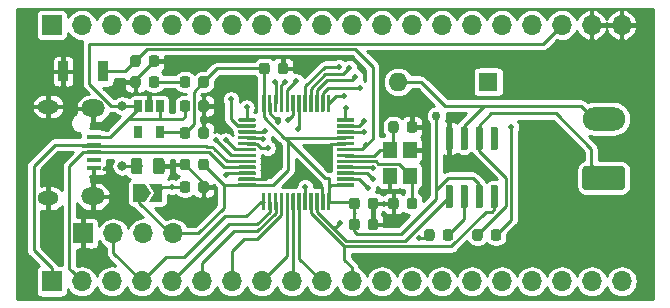
<source format=gbr>
G04 #@! TF.GenerationSoftware,KiCad,Pcbnew,5.1.4+dfsg1-2*
G04 #@! TF.CreationDate,2019-12-30T19:47:55+08:00*
G04 #@! TF.ProjectId,usb2can,75736232-6361-46e2-9e6b-696361645f70,rev?*
G04 #@! TF.SameCoordinates,Original*
G04 #@! TF.FileFunction,Copper,L1,Top*
G04 #@! TF.FilePolarity,Positive*
%FSLAX46Y46*%
G04 Gerber Fmt 4.6, Leading zero omitted, Abs format (unit mm)*
G04 Created by KiCad (PCBNEW 5.1.4+dfsg1-2) date 2019-12-30 19:47:55*
%MOMM*%
%LPD*%
G04 APERTURE LIST*
%ADD10O,1.700000X1.700000*%
%ADD11R,1.700000X1.700000*%
%ADD12C,0.100000*%
%ADD13C,0.875000*%
%ADD14R,1.200000X1.400000*%
%ADD15R,0.650000X1.060000*%
%ADD16C,0.600000*%
%ADD17C,0.300000*%
%ADD18O,1.600000X1.600000*%
%ADD19R,1.600000X1.600000*%
%ADD20R,0.900000X1.700000*%
%ADD21O,3.600000X2.000000*%
%ADD22C,2.000000*%
%ADD23O,1.800000X1.150000*%
%ADD24O,2.000000X1.450000*%
%ADD25R,1.300000X0.450000*%
%ADD26C,0.975000*%
%ADD27C,0.762000*%
%ADD28C,0.508000*%
%ADD29C,0.800000*%
%ADD30C,0.250000*%
%ADD31C,0.254000*%
G04 APERTURE END LIST*
D10*
X70739000Y-65532000D03*
X68199000Y-65532000D03*
X65659000Y-65532000D03*
X63119000Y-65532000D03*
X60579000Y-65532000D03*
X58039000Y-65532000D03*
X55499000Y-65532000D03*
X52959000Y-65532000D03*
X50419000Y-65532000D03*
X47879000Y-65532000D03*
X45339000Y-65532000D03*
X42799000Y-65532000D03*
X40259000Y-65532000D03*
X37719000Y-65532000D03*
X35179000Y-65532000D03*
X32639000Y-65532000D03*
X30099000Y-65532000D03*
X27559000Y-65532000D03*
X25019000Y-65532000D03*
D11*
X22479000Y-65532000D03*
D10*
X70739000Y-43815000D03*
X68199000Y-43815000D03*
X65659000Y-43815000D03*
X63119000Y-43815000D03*
X60579000Y-43815000D03*
X58039000Y-43815000D03*
X55499000Y-43815000D03*
X52959000Y-43815000D03*
X50419000Y-43815000D03*
X47879000Y-43815000D03*
X45339000Y-43815000D03*
X42799000Y-43815000D03*
X40259000Y-43815000D03*
X37719000Y-43815000D03*
X35179000Y-43815000D03*
X32639000Y-43815000D03*
X30099000Y-43815000D03*
X27559000Y-43815000D03*
X25019000Y-43815000D03*
D11*
X22479000Y-43815000D03*
D12*
G36*
X51649691Y-58454053D02*
G01*
X51670926Y-58457203D01*
X51691750Y-58462419D01*
X51711962Y-58469651D01*
X51731368Y-58478830D01*
X51749781Y-58489866D01*
X51767024Y-58502654D01*
X51782930Y-58517070D01*
X51797346Y-58532976D01*
X51810134Y-58550219D01*
X51821170Y-58568632D01*
X51830349Y-58588038D01*
X51837581Y-58608250D01*
X51842797Y-58629074D01*
X51845947Y-58650309D01*
X51847000Y-58671750D01*
X51847000Y-59184250D01*
X51845947Y-59205691D01*
X51842797Y-59226926D01*
X51837581Y-59247750D01*
X51830349Y-59267962D01*
X51821170Y-59287368D01*
X51810134Y-59305781D01*
X51797346Y-59323024D01*
X51782930Y-59338930D01*
X51767024Y-59353346D01*
X51749781Y-59366134D01*
X51731368Y-59377170D01*
X51711962Y-59386349D01*
X51691750Y-59393581D01*
X51670926Y-59398797D01*
X51649691Y-59401947D01*
X51628250Y-59403000D01*
X51190750Y-59403000D01*
X51169309Y-59401947D01*
X51148074Y-59398797D01*
X51127250Y-59393581D01*
X51107038Y-59386349D01*
X51087632Y-59377170D01*
X51069219Y-59366134D01*
X51051976Y-59353346D01*
X51036070Y-59338930D01*
X51021654Y-59323024D01*
X51008866Y-59305781D01*
X50997830Y-59287368D01*
X50988651Y-59267962D01*
X50981419Y-59247750D01*
X50976203Y-59226926D01*
X50973053Y-59205691D01*
X50972000Y-59184250D01*
X50972000Y-58671750D01*
X50973053Y-58650309D01*
X50976203Y-58629074D01*
X50981419Y-58608250D01*
X50988651Y-58588038D01*
X50997830Y-58568632D01*
X51008866Y-58550219D01*
X51021654Y-58532976D01*
X51036070Y-58517070D01*
X51051976Y-58502654D01*
X51069219Y-58489866D01*
X51087632Y-58478830D01*
X51107038Y-58469651D01*
X51127250Y-58462419D01*
X51148074Y-58457203D01*
X51169309Y-58454053D01*
X51190750Y-58453000D01*
X51628250Y-58453000D01*
X51649691Y-58454053D01*
X51649691Y-58454053D01*
G37*
D13*
X51409500Y-58928000D03*
D12*
G36*
X53224691Y-58454053D02*
G01*
X53245926Y-58457203D01*
X53266750Y-58462419D01*
X53286962Y-58469651D01*
X53306368Y-58478830D01*
X53324781Y-58489866D01*
X53342024Y-58502654D01*
X53357930Y-58517070D01*
X53372346Y-58532976D01*
X53385134Y-58550219D01*
X53396170Y-58568632D01*
X53405349Y-58588038D01*
X53412581Y-58608250D01*
X53417797Y-58629074D01*
X53420947Y-58650309D01*
X53422000Y-58671750D01*
X53422000Y-59184250D01*
X53420947Y-59205691D01*
X53417797Y-59226926D01*
X53412581Y-59247750D01*
X53405349Y-59267962D01*
X53396170Y-59287368D01*
X53385134Y-59305781D01*
X53372346Y-59323024D01*
X53357930Y-59338930D01*
X53342024Y-59353346D01*
X53324781Y-59366134D01*
X53306368Y-59377170D01*
X53286962Y-59386349D01*
X53266750Y-59393581D01*
X53245926Y-59398797D01*
X53224691Y-59401947D01*
X53203250Y-59403000D01*
X52765750Y-59403000D01*
X52744309Y-59401947D01*
X52723074Y-59398797D01*
X52702250Y-59393581D01*
X52682038Y-59386349D01*
X52662632Y-59377170D01*
X52644219Y-59366134D01*
X52626976Y-59353346D01*
X52611070Y-59338930D01*
X52596654Y-59323024D01*
X52583866Y-59305781D01*
X52572830Y-59287368D01*
X52563651Y-59267962D01*
X52556419Y-59247750D01*
X52551203Y-59226926D01*
X52548053Y-59205691D01*
X52547000Y-59184250D01*
X52547000Y-58671750D01*
X52548053Y-58650309D01*
X52551203Y-58629074D01*
X52556419Y-58608250D01*
X52563651Y-58588038D01*
X52572830Y-58568632D01*
X52583866Y-58550219D01*
X52596654Y-58532976D01*
X52611070Y-58517070D01*
X52626976Y-58502654D01*
X52644219Y-58489866D01*
X52662632Y-58478830D01*
X52682038Y-58469651D01*
X52702250Y-58462419D01*
X52723074Y-58457203D01*
X52744309Y-58454053D01*
X52765750Y-58453000D01*
X53203250Y-58453000D01*
X53224691Y-58454053D01*
X53224691Y-58454053D01*
G37*
D13*
X52984500Y-58928000D03*
D14*
X51093000Y-56599000D03*
X51093000Y-54399000D03*
X52793000Y-54399000D03*
X52793000Y-56599000D03*
D15*
X31684000Y-52916000D03*
X29784000Y-52916000D03*
X29784000Y-50716000D03*
X30734000Y-50716000D03*
X31684000Y-50716000D03*
D12*
G36*
X56298703Y-52430722D02*
G01*
X56313264Y-52432882D01*
X56327543Y-52436459D01*
X56341403Y-52441418D01*
X56354710Y-52447712D01*
X56367336Y-52455280D01*
X56379159Y-52464048D01*
X56390066Y-52473934D01*
X56399952Y-52484841D01*
X56408720Y-52496664D01*
X56416288Y-52509290D01*
X56422582Y-52522597D01*
X56427541Y-52536457D01*
X56431118Y-52550736D01*
X56433278Y-52565297D01*
X56434000Y-52580000D01*
X56434000Y-54230000D01*
X56433278Y-54244703D01*
X56431118Y-54259264D01*
X56427541Y-54273543D01*
X56422582Y-54287403D01*
X56416288Y-54300710D01*
X56408720Y-54313336D01*
X56399952Y-54325159D01*
X56390066Y-54336066D01*
X56379159Y-54345952D01*
X56367336Y-54354720D01*
X56354710Y-54362288D01*
X56341403Y-54368582D01*
X56327543Y-54373541D01*
X56313264Y-54377118D01*
X56298703Y-54379278D01*
X56284000Y-54380000D01*
X55984000Y-54380000D01*
X55969297Y-54379278D01*
X55954736Y-54377118D01*
X55940457Y-54373541D01*
X55926597Y-54368582D01*
X55913290Y-54362288D01*
X55900664Y-54354720D01*
X55888841Y-54345952D01*
X55877934Y-54336066D01*
X55868048Y-54325159D01*
X55859280Y-54313336D01*
X55851712Y-54300710D01*
X55845418Y-54287403D01*
X55840459Y-54273543D01*
X55836882Y-54259264D01*
X55834722Y-54244703D01*
X55834000Y-54230000D01*
X55834000Y-52580000D01*
X55834722Y-52565297D01*
X55836882Y-52550736D01*
X55840459Y-52536457D01*
X55845418Y-52522597D01*
X55851712Y-52509290D01*
X55859280Y-52496664D01*
X55868048Y-52484841D01*
X55877934Y-52473934D01*
X55888841Y-52464048D01*
X55900664Y-52455280D01*
X55913290Y-52447712D01*
X55926597Y-52441418D01*
X55940457Y-52436459D01*
X55954736Y-52432882D01*
X55969297Y-52430722D01*
X55984000Y-52430000D01*
X56284000Y-52430000D01*
X56298703Y-52430722D01*
X56298703Y-52430722D01*
G37*
D16*
X56134000Y-53405000D03*
D12*
G36*
X57568703Y-52430722D02*
G01*
X57583264Y-52432882D01*
X57597543Y-52436459D01*
X57611403Y-52441418D01*
X57624710Y-52447712D01*
X57637336Y-52455280D01*
X57649159Y-52464048D01*
X57660066Y-52473934D01*
X57669952Y-52484841D01*
X57678720Y-52496664D01*
X57686288Y-52509290D01*
X57692582Y-52522597D01*
X57697541Y-52536457D01*
X57701118Y-52550736D01*
X57703278Y-52565297D01*
X57704000Y-52580000D01*
X57704000Y-54230000D01*
X57703278Y-54244703D01*
X57701118Y-54259264D01*
X57697541Y-54273543D01*
X57692582Y-54287403D01*
X57686288Y-54300710D01*
X57678720Y-54313336D01*
X57669952Y-54325159D01*
X57660066Y-54336066D01*
X57649159Y-54345952D01*
X57637336Y-54354720D01*
X57624710Y-54362288D01*
X57611403Y-54368582D01*
X57597543Y-54373541D01*
X57583264Y-54377118D01*
X57568703Y-54379278D01*
X57554000Y-54380000D01*
X57254000Y-54380000D01*
X57239297Y-54379278D01*
X57224736Y-54377118D01*
X57210457Y-54373541D01*
X57196597Y-54368582D01*
X57183290Y-54362288D01*
X57170664Y-54354720D01*
X57158841Y-54345952D01*
X57147934Y-54336066D01*
X57138048Y-54325159D01*
X57129280Y-54313336D01*
X57121712Y-54300710D01*
X57115418Y-54287403D01*
X57110459Y-54273543D01*
X57106882Y-54259264D01*
X57104722Y-54244703D01*
X57104000Y-54230000D01*
X57104000Y-52580000D01*
X57104722Y-52565297D01*
X57106882Y-52550736D01*
X57110459Y-52536457D01*
X57115418Y-52522597D01*
X57121712Y-52509290D01*
X57129280Y-52496664D01*
X57138048Y-52484841D01*
X57147934Y-52473934D01*
X57158841Y-52464048D01*
X57170664Y-52455280D01*
X57183290Y-52447712D01*
X57196597Y-52441418D01*
X57210457Y-52436459D01*
X57224736Y-52432882D01*
X57239297Y-52430722D01*
X57254000Y-52430000D01*
X57554000Y-52430000D01*
X57568703Y-52430722D01*
X57568703Y-52430722D01*
G37*
D16*
X57404000Y-53405000D03*
D12*
G36*
X58838703Y-52430722D02*
G01*
X58853264Y-52432882D01*
X58867543Y-52436459D01*
X58881403Y-52441418D01*
X58894710Y-52447712D01*
X58907336Y-52455280D01*
X58919159Y-52464048D01*
X58930066Y-52473934D01*
X58939952Y-52484841D01*
X58948720Y-52496664D01*
X58956288Y-52509290D01*
X58962582Y-52522597D01*
X58967541Y-52536457D01*
X58971118Y-52550736D01*
X58973278Y-52565297D01*
X58974000Y-52580000D01*
X58974000Y-54230000D01*
X58973278Y-54244703D01*
X58971118Y-54259264D01*
X58967541Y-54273543D01*
X58962582Y-54287403D01*
X58956288Y-54300710D01*
X58948720Y-54313336D01*
X58939952Y-54325159D01*
X58930066Y-54336066D01*
X58919159Y-54345952D01*
X58907336Y-54354720D01*
X58894710Y-54362288D01*
X58881403Y-54368582D01*
X58867543Y-54373541D01*
X58853264Y-54377118D01*
X58838703Y-54379278D01*
X58824000Y-54380000D01*
X58524000Y-54380000D01*
X58509297Y-54379278D01*
X58494736Y-54377118D01*
X58480457Y-54373541D01*
X58466597Y-54368582D01*
X58453290Y-54362288D01*
X58440664Y-54354720D01*
X58428841Y-54345952D01*
X58417934Y-54336066D01*
X58408048Y-54325159D01*
X58399280Y-54313336D01*
X58391712Y-54300710D01*
X58385418Y-54287403D01*
X58380459Y-54273543D01*
X58376882Y-54259264D01*
X58374722Y-54244703D01*
X58374000Y-54230000D01*
X58374000Y-52580000D01*
X58374722Y-52565297D01*
X58376882Y-52550736D01*
X58380459Y-52536457D01*
X58385418Y-52522597D01*
X58391712Y-52509290D01*
X58399280Y-52496664D01*
X58408048Y-52484841D01*
X58417934Y-52473934D01*
X58428841Y-52464048D01*
X58440664Y-52455280D01*
X58453290Y-52447712D01*
X58466597Y-52441418D01*
X58480457Y-52436459D01*
X58494736Y-52432882D01*
X58509297Y-52430722D01*
X58524000Y-52430000D01*
X58824000Y-52430000D01*
X58838703Y-52430722D01*
X58838703Y-52430722D01*
G37*
D16*
X58674000Y-53405000D03*
D12*
G36*
X60108703Y-52430722D02*
G01*
X60123264Y-52432882D01*
X60137543Y-52436459D01*
X60151403Y-52441418D01*
X60164710Y-52447712D01*
X60177336Y-52455280D01*
X60189159Y-52464048D01*
X60200066Y-52473934D01*
X60209952Y-52484841D01*
X60218720Y-52496664D01*
X60226288Y-52509290D01*
X60232582Y-52522597D01*
X60237541Y-52536457D01*
X60241118Y-52550736D01*
X60243278Y-52565297D01*
X60244000Y-52580000D01*
X60244000Y-54230000D01*
X60243278Y-54244703D01*
X60241118Y-54259264D01*
X60237541Y-54273543D01*
X60232582Y-54287403D01*
X60226288Y-54300710D01*
X60218720Y-54313336D01*
X60209952Y-54325159D01*
X60200066Y-54336066D01*
X60189159Y-54345952D01*
X60177336Y-54354720D01*
X60164710Y-54362288D01*
X60151403Y-54368582D01*
X60137543Y-54373541D01*
X60123264Y-54377118D01*
X60108703Y-54379278D01*
X60094000Y-54380000D01*
X59794000Y-54380000D01*
X59779297Y-54379278D01*
X59764736Y-54377118D01*
X59750457Y-54373541D01*
X59736597Y-54368582D01*
X59723290Y-54362288D01*
X59710664Y-54354720D01*
X59698841Y-54345952D01*
X59687934Y-54336066D01*
X59678048Y-54325159D01*
X59669280Y-54313336D01*
X59661712Y-54300710D01*
X59655418Y-54287403D01*
X59650459Y-54273543D01*
X59646882Y-54259264D01*
X59644722Y-54244703D01*
X59644000Y-54230000D01*
X59644000Y-52580000D01*
X59644722Y-52565297D01*
X59646882Y-52550736D01*
X59650459Y-52536457D01*
X59655418Y-52522597D01*
X59661712Y-52509290D01*
X59669280Y-52496664D01*
X59678048Y-52484841D01*
X59687934Y-52473934D01*
X59698841Y-52464048D01*
X59710664Y-52455280D01*
X59723290Y-52447712D01*
X59736597Y-52441418D01*
X59750457Y-52436459D01*
X59764736Y-52432882D01*
X59779297Y-52430722D01*
X59794000Y-52430000D01*
X60094000Y-52430000D01*
X60108703Y-52430722D01*
X60108703Y-52430722D01*
G37*
D16*
X59944000Y-53405000D03*
D12*
G36*
X60108703Y-57380722D02*
G01*
X60123264Y-57382882D01*
X60137543Y-57386459D01*
X60151403Y-57391418D01*
X60164710Y-57397712D01*
X60177336Y-57405280D01*
X60189159Y-57414048D01*
X60200066Y-57423934D01*
X60209952Y-57434841D01*
X60218720Y-57446664D01*
X60226288Y-57459290D01*
X60232582Y-57472597D01*
X60237541Y-57486457D01*
X60241118Y-57500736D01*
X60243278Y-57515297D01*
X60244000Y-57530000D01*
X60244000Y-59180000D01*
X60243278Y-59194703D01*
X60241118Y-59209264D01*
X60237541Y-59223543D01*
X60232582Y-59237403D01*
X60226288Y-59250710D01*
X60218720Y-59263336D01*
X60209952Y-59275159D01*
X60200066Y-59286066D01*
X60189159Y-59295952D01*
X60177336Y-59304720D01*
X60164710Y-59312288D01*
X60151403Y-59318582D01*
X60137543Y-59323541D01*
X60123264Y-59327118D01*
X60108703Y-59329278D01*
X60094000Y-59330000D01*
X59794000Y-59330000D01*
X59779297Y-59329278D01*
X59764736Y-59327118D01*
X59750457Y-59323541D01*
X59736597Y-59318582D01*
X59723290Y-59312288D01*
X59710664Y-59304720D01*
X59698841Y-59295952D01*
X59687934Y-59286066D01*
X59678048Y-59275159D01*
X59669280Y-59263336D01*
X59661712Y-59250710D01*
X59655418Y-59237403D01*
X59650459Y-59223543D01*
X59646882Y-59209264D01*
X59644722Y-59194703D01*
X59644000Y-59180000D01*
X59644000Y-57530000D01*
X59644722Y-57515297D01*
X59646882Y-57500736D01*
X59650459Y-57486457D01*
X59655418Y-57472597D01*
X59661712Y-57459290D01*
X59669280Y-57446664D01*
X59678048Y-57434841D01*
X59687934Y-57423934D01*
X59698841Y-57414048D01*
X59710664Y-57405280D01*
X59723290Y-57397712D01*
X59736597Y-57391418D01*
X59750457Y-57386459D01*
X59764736Y-57382882D01*
X59779297Y-57380722D01*
X59794000Y-57380000D01*
X60094000Y-57380000D01*
X60108703Y-57380722D01*
X60108703Y-57380722D01*
G37*
D16*
X59944000Y-58355000D03*
D12*
G36*
X58838703Y-57380722D02*
G01*
X58853264Y-57382882D01*
X58867543Y-57386459D01*
X58881403Y-57391418D01*
X58894710Y-57397712D01*
X58907336Y-57405280D01*
X58919159Y-57414048D01*
X58930066Y-57423934D01*
X58939952Y-57434841D01*
X58948720Y-57446664D01*
X58956288Y-57459290D01*
X58962582Y-57472597D01*
X58967541Y-57486457D01*
X58971118Y-57500736D01*
X58973278Y-57515297D01*
X58974000Y-57530000D01*
X58974000Y-59180000D01*
X58973278Y-59194703D01*
X58971118Y-59209264D01*
X58967541Y-59223543D01*
X58962582Y-59237403D01*
X58956288Y-59250710D01*
X58948720Y-59263336D01*
X58939952Y-59275159D01*
X58930066Y-59286066D01*
X58919159Y-59295952D01*
X58907336Y-59304720D01*
X58894710Y-59312288D01*
X58881403Y-59318582D01*
X58867543Y-59323541D01*
X58853264Y-59327118D01*
X58838703Y-59329278D01*
X58824000Y-59330000D01*
X58524000Y-59330000D01*
X58509297Y-59329278D01*
X58494736Y-59327118D01*
X58480457Y-59323541D01*
X58466597Y-59318582D01*
X58453290Y-59312288D01*
X58440664Y-59304720D01*
X58428841Y-59295952D01*
X58417934Y-59286066D01*
X58408048Y-59275159D01*
X58399280Y-59263336D01*
X58391712Y-59250710D01*
X58385418Y-59237403D01*
X58380459Y-59223543D01*
X58376882Y-59209264D01*
X58374722Y-59194703D01*
X58374000Y-59180000D01*
X58374000Y-57530000D01*
X58374722Y-57515297D01*
X58376882Y-57500736D01*
X58380459Y-57486457D01*
X58385418Y-57472597D01*
X58391712Y-57459290D01*
X58399280Y-57446664D01*
X58408048Y-57434841D01*
X58417934Y-57423934D01*
X58428841Y-57414048D01*
X58440664Y-57405280D01*
X58453290Y-57397712D01*
X58466597Y-57391418D01*
X58480457Y-57386459D01*
X58494736Y-57382882D01*
X58509297Y-57380722D01*
X58524000Y-57380000D01*
X58824000Y-57380000D01*
X58838703Y-57380722D01*
X58838703Y-57380722D01*
G37*
D16*
X58674000Y-58355000D03*
D12*
G36*
X57568703Y-57380722D02*
G01*
X57583264Y-57382882D01*
X57597543Y-57386459D01*
X57611403Y-57391418D01*
X57624710Y-57397712D01*
X57637336Y-57405280D01*
X57649159Y-57414048D01*
X57660066Y-57423934D01*
X57669952Y-57434841D01*
X57678720Y-57446664D01*
X57686288Y-57459290D01*
X57692582Y-57472597D01*
X57697541Y-57486457D01*
X57701118Y-57500736D01*
X57703278Y-57515297D01*
X57704000Y-57530000D01*
X57704000Y-59180000D01*
X57703278Y-59194703D01*
X57701118Y-59209264D01*
X57697541Y-59223543D01*
X57692582Y-59237403D01*
X57686288Y-59250710D01*
X57678720Y-59263336D01*
X57669952Y-59275159D01*
X57660066Y-59286066D01*
X57649159Y-59295952D01*
X57637336Y-59304720D01*
X57624710Y-59312288D01*
X57611403Y-59318582D01*
X57597543Y-59323541D01*
X57583264Y-59327118D01*
X57568703Y-59329278D01*
X57554000Y-59330000D01*
X57254000Y-59330000D01*
X57239297Y-59329278D01*
X57224736Y-59327118D01*
X57210457Y-59323541D01*
X57196597Y-59318582D01*
X57183290Y-59312288D01*
X57170664Y-59304720D01*
X57158841Y-59295952D01*
X57147934Y-59286066D01*
X57138048Y-59275159D01*
X57129280Y-59263336D01*
X57121712Y-59250710D01*
X57115418Y-59237403D01*
X57110459Y-59223543D01*
X57106882Y-59209264D01*
X57104722Y-59194703D01*
X57104000Y-59180000D01*
X57104000Y-57530000D01*
X57104722Y-57515297D01*
X57106882Y-57500736D01*
X57110459Y-57486457D01*
X57115418Y-57472597D01*
X57121712Y-57459290D01*
X57129280Y-57446664D01*
X57138048Y-57434841D01*
X57147934Y-57423934D01*
X57158841Y-57414048D01*
X57170664Y-57405280D01*
X57183290Y-57397712D01*
X57196597Y-57391418D01*
X57210457Y-57386459D01*
X57224736Y-57382882D01*
X57239297Y-57380722D01*
X57254000Y-57380000D01*
X57554000Y-57380000D01*
X57568703Y-57380722D01*
X57568703Y-57380722D01*
G37*
D16*
X57404000Y-58355000D03*
D12*
G36*
X56298703Y-57380722D02*
G01*
X56313264Y-57382882D01*
X56327543Y-57386459D01*
X56341403Y-57391418D01*
X56354710Y-57397712D01*
X56367336Y-57405280D01*
X56379159Y-57414048D01*
X56390066Y-57423934D01*
X56399952Y-57434841D01*
X56408720Y-57446664D01*
X56416288Y-57459290D01*
X56422582Y-57472597D01*
X56427541Y-57486457D01*
X56431118Y-57500736D01*
X56433278Y-57515297D01*
X56434000Y-57530000D01*
X56434000Y-59180000D01*
X56433278Y-59194703D01*
X56431118Y-59209264D01*
X56427541Y-59223543D01*
X56422582Y-59237403D01*
X56416288Y-59250710D01*
X56408720Y-59263336D01*
X56399952Y-59275159D01*
X56390066Y-59286066D01*
X56379159Y-59295952D01*
X56367336Y-59304720D01*
X56354710Y-59312288D01*
X56341403Y-59318582D01*
X56327543Y-59323541D01*
X56313264Y-59327118D01*
X56298703Y-59329278D01*
X56284000Y-59330000D01*
X55984000Y-59330000D01*
X55969297Y-59329278D01*
X55954736Y-59327118D01*
X55940457Y-59323541D01*
X55926597Y-59318582D01*
X55913290Y-59312288D01*
X55900664Y-59304720D01*
X55888841Y-59295952D01*
X55877934Y-59286066D01*
X55868048Y-59275159D01*
X55859280Y-59263336D01*
X55851712Y-59250710D01*
X55845418Y-59237403D01*
X55840459Y-59223543D01*
X55836882Y-59209264D01*
X55834722Y-59194703D01*
X55834000Y-59180000D01*
X55834000Y-57530000D01*
X55834722Y-57515297D01*
X55836882Y-57500736D01*
X55840459Y-57486457D01*
X55845418Y-57472597D01*
X55851712Y-57459290D01*
X55859280Y-57446664D01*
X55868048Y-57434841D01*
X55877934Y-57423934D01*
X55888841Y-57414048D01*
X55900664Y-57405280D01*
X55913290Y-57397712D01*
X55926597Y-57391418D01*
X55940457Y-57386459D01*
X55954736Y-57382882D01*
X55969297Y-57380722D01*
X55984000Y-57380000D01*
X56284000Y-57380000D01*
X56298703Y-57380722D01*
X56298703Y-57380722D01*
G37*
D16*
X56134000Y-58355000D03*
D12*
G36*
X46012351Y-58035361D02*
G01*
X46019632Y-58036441D01*
X46026771Y-58038229D01*
X46033701Y-58040709D01*
X46040355Y-58043856D01*
X46046668Y-58047640D01*
X46052579Y-58052024D01*
X46058033Y-58056967D01*
X46062976Y-58062421D01*
X46067360Y-58068332D01*
X46071144Y-58074645D01*
X46074291Y-58081299D01*
X46076771Y-58088229D01*
X46078559Y-58095368D01*
X46079639Y-58102649D01*
X46080000Y-58110000D01*
X46080000Y-59435000D01*
X46079639Y-59442351D01*
X46078559Y-59449632D01*
X46076771Y-59456771D01*
X46074291Y-59463701D01*
X46071144Y-59470355D01*
X46067360Y-59476668D01*
X46062976Y-59482579D01*
X46058033Y-59488033D01*
X46052579Y-59492976D01*
X46046668Y-59497360D01*
X46040355Y-59501144D01*
X46033701Y-59504291D01*
X46026771Y-59506771D01*
X46019632Y-59508559D01*
X46012351Y-59509639D01*
X46005000Y-59510000D01*
X45855000Y-59510000D01*
X45847649Y-59509639D01*
X45840368Y-59508559D01*
X45833229Y-59506771D01*
X45826299Y-59504291D01*
X45819645Y-59501144D01*
X45813332Y-59497360D01*
X45807421Y-59492976D01*
X45801967Y-59488033D01*
X45797024Y-59482579D01*
X45792640Y-59476668D01*
X45788856Y-59470355D01*
X45785709Y-59463701D01*
X45783229Y-59456771D01*
X45781441Y-59449632D01*
X45780361Y-59442351D01*
X45780000Y-59435000D01*
X45780000Y-58110000D01*
X45780361Y-58102649D01*
X45781441Y-58095368D01*
X45783229Y-58088229D01*
X45785709Y-58081299D01*
X45788856Y-58074645D01*
X45792640Y-58068332D01*
X45797024Y-58062421D01*
X45801967Y-58056967D01*
X45807421Y-58052024D01*
X45813332Y-58047640D01*
X45819645Y-58043856D01*
X45826299Y-58040709D01*
X45833229Y-58038229D01*
X45840368Y-58036441D01*
X45847649Y-58035361D01*
X45855000Y-58035000D01*
X46005000Y-58035000D01*
X46012351Y-58035361D01*
X46012351Y-58035361D01*
G37*
D17*
X45930000Y-58772500D03*
D12*
G36*
X45512351Y-58035361D02*
G01*
X45519632Y-58036441D01*
X45526771Y-58038229D01*
X45533701Y-58040709D01*
X45540355Y-58043856D01*
X45546668Y-58047640D01*
X45552579Y-58052024D01*
X45558033Y-58056967D01*
X45562976Y-58062421D01*
X45567360Y-58068332D01*
X45571144Y-58074645D01*
X45574291Y-58081299D01*
X45576771Y-58088229D01*
X45578559Y-58095368D01*
X45579639Y-58102649D01*
X45580000Y-58110000D01*
X45580000Y-59435000D01*
X45579639Y-59442351D01*
X45578559Y-59449632D01*
X45576771Y-59456771D01*
X45574291Y-59463701D01*
X45571144Y-59470355D01*
X45567360Y-59476668D01*
X45562976Y-59482579D01*
X45558033Y-59488033D01*
X45552579Y-59492976D01*
X45546668Y-59497360D01*
X45540355Y-59501144D01*
X45533701Y-59504291D01*
X45526771Y-59506771D01*
X45519632Y-59508559D01*
X45512351Y-59509639D01*
X45505000Y-59510000D01*
X45355000Y-59510000D01*
X45347649Y-59509639D01*
X45340368Y-59508559D01*
X45333229Y-59506771D01*
X45326299Y-59504291D01*
X45319645Y-59501144D01*
X45313332Y-59497360D01*
X45307421Y-59492976D01*
X45301967Y-59488033D01*
X45297024Y-59482579D01*
X45292640Y-59476668D01*
X45288856Y-59470355D01*
X45285709Y-59463701D01*
X45283229Y-59456771D01*
X45281441Y-59449632D01*
X45280361Y-59442351D01*
X45280000Y-59435000D01*
X45280000Y-58110000D01*
X45280361Y-58102649D01*
X45281441Y-58095368D01*
X45283229Y-58088229D01*
X45285709Y-58081299D01*
X45288856Y-58074645D01*
X45292640Y-58068332D01*
X45297024Y-58062421D01*
X45301967Y-58056967D01*
X45307421Y-58052024D01*
X45313332Y-58047640D01*
X45319645Y-58043856D01*
X45326299Y-58040709D01*
X45333229Y-58038229D01*
X45340368Y-58036441D01*
X45347649Y-58035361D01*
X45355000Y-58035000D01*
X45505000Y-58035000D01*
X45512351Y-58035361D01*
X45512351Y-58035361D01*
G37*
D17*
X45430000Y-58772500D03*
D12*
G36*
X45012351Y-58035361D02*
G01*
X45019632Y-58036441D01*
X45026771Y-58038229D01*
X45033701Y-58040709D01*
X45040355Y-58043856D01*
X45046668Y-58047640D01*
X45052579Y-58052024D01*
X45058033Y-58056967D01*
X45062976Y-58062421D01*
X45067360Y-58068332D01*
X45071144Y-58074645D01*
X45074291Y-58081299D01*
X45076771Y-58088229D01*
X45078559Y-58095368D01*
X45079639Y-58102649D01*
X45080000Y-58110000D01*
X45080000Y-59435000D01*
X45079639Y-59442351D01*
X45078559Y-59449632D01*
X45076771Y-59456771D01*
X45074291Y-59463701D01*
X45071144Y-59470355D01*
X45067360Y-59476668D01*
X45062976Y-59482579D01*
X45058033Y-59488033D01*
X45052579Y-59492976D01*
X45046668Y-59497360D01*
X45040355Y-59501144D01*
X45033701Y-59504291D01*
X45026771Y-59506771D01*
X45019632Y-59508559D01*
X45012351Y-59509639D01*
X45005000Y-59510000D01*
X44855000Y-59510000D01*
X44847649Y-59509639D01*
X44840368Y-59508559D01*
X44833229Y-59506771D01*
X44826299Y-59504291D01*
X44819645Y-59501144D01*
X44813332Y-59497360D01*
X44807421Y-59492976D01*
X44801967Y-59488033D01*
X44797024Y-59482579D01*
X44792640Y-59476668D01*
X44788856Y-59470355D01*
X44785709Y-59463701D01*
X44783229Y-59456771D01*
X44781441Y-59449632D01*
X44780361Y-59442351D01*
X44780000Y-59435000D01*
X44780000Y-58110000D01*
X44780361Y-58102649D01*
X44781441Y-58095368D01*
X44783229Y-58088229D01*
X44785709Y-58081299D01*
X44788856Y-58074645D01*
X44792640Y-58068332D01*
X44797024Y-58062421D01*
X44801967Y-58056967D01*
X44807421Y-58052024D01*
X44813332Y-58047640D01*
X44819645Y-58043856D01*
X44826299Y-58040709D01*
X44833229Y-58038229D01*
X44840368Y-58036441D01*
X44847649Y-58035361D01*
X44855000Y-58035000D01*
X45005000Y-58035000D01*
X45012351Y-58035361D01*
X45012351Y-58035361D01*
G37*
D17*
X44930000Y-58772500D03*
D12*
G36*
X44512351Y-58035361D02*
G01*
X44519632Y-58036441D01*
X44526771Y-58038229D01*
X44533701Y-58040709D01*
X44540355Y-58043856D01*
X44546668Y-58047640D01*
X44552579Y-58052024D01*
X44558033Y-58056967D01*
X44562976Y-58062421D01*
X44567360Y-58068332D01*
X44571144Y-58074645D01*
X44574291Y-58081299D01*
X44576771Y-58088229D01*
X44578559Y-58095368D01*
X44579639Y-58102649D01*
X44580000Y-58110000D01*
X44580000Y-59435000D01*
X44579639Y-59442351D01*
X44578559Y-59449632D01*
X44576771Y-59456771D01*
X44574291Y-59463701D01*
X44571144Y-59470355D01*
X44567360Y-59476668D01*
X44562976Y-59482579D01*
X44558033Y-59488033D01*
X44552579Y-59492976D01*
X44546668Y-59497360D01*
X44540355Y-59501144D01*
X44533701Y-59504291D01*
X44526771Y-59506771D01*
X44519632Y-59508559D01*
X44512351Y-59509639D01*
X44505000Y-59510000D01*
X44355000Y-59510000D01*
X44347649Y-59509639D01*
X44340368Y-59508559D01*
X44333229Y-59506771D01*
X44326299Y-59504291D01*
X44319645Y-59501144D01*
X44313332Y-59497360D01*
X44307421Y-59492976D01*
X44301967Y-59488033D01*
X44297024Y-59482579D01*
X44292640Y-59476668D01*
X44288856Y-59470355D01*
X44285709Y-59463701D01*
X44283229Y-59456771D01*
X44281441Y-59449632D01*
X44280361Y-59442351D01*
X44280000Y-59435000D01*
X44280000Y-58110000D01*
X44280361Y-58102649D01*
X44281441Y-58095368D01*
X44283229Y-58088229D01*
X44285709Y-58081299D01*
X44288856Y-58074645D01*
X44292640Y-58068332D01*
X44297024Y-58062421D01*
X44301967Y-58056967D01*
X44307421Y-58052024D01*
X44313332Y-58047640D01*
X44319645Y-58043856D01*
X44326299Y-58040709D01*
X44333229Y-58038229D01*
X44340368Y-58036441D01*
X44347649Y-58035361D01*
X44355000Y-58035000D01*
X44505000Y-58035000D01*
X44512351Y-58035361D01*
X44512351Y-58035361D01*
G37*
D17*
X44430000Y-58772500D03*
D12*
G36*
X44012351Y-58035361D02*
G01*
X44019632Y-58036441D01*
X44026771Y-58038229D01*
X44033701Y-58040709D01*
X44040355Y-58043856D01*
X44046668Y-58047640D01*
X44052579Y-58052024D01*
X44058033Y-58056967D01*
X44062976Y-58062421D01*
X44067360Y-58068332D01*
X44071144Y-58074645D01*
X44074291Y-58081299D01*
X44076771Y-58088229D01*
X44078559Y-58095368D01*
X44079639Y-58102649D01*
X44080000Y-58110000D01*
X44080000Y-59435000D01*
X44079639Y-59442351D01*
X44078559Y-59449632D01*
X44076771Y-59456771D01*
X44074291Y-59463701D01*
X44071144Y-59470355D01*
X44067360Y-59476668D01*
X44062976Y-59482579D01*
X44058033Y-59488033D01*
X44052579Y-59492976D01*
X44046668Y-59497360D01*
X44040355Y-59501144D01*
X44033701Y-59504291D01*
X44026771Y-59506771D01*
X44019632Y-59508559D01*
X44012351Y-59509639D01*
X44005000Y-59510000D01*
X43855000Y-59510000D01*
X43847649Y-59509639D01*
X43840368Y-59508559D01*
X43833229Y-59506771D01*
X43826299Y-59504291D01*
X43819645Y-59501144D01*
X43813332Y-59497360D01*
X43807421Y-59492976D01*
X43801967Y-59488033D01*
X43797024Y-59482579D01*
X43792640Y-59476668D01*
X43788856Y-59470355D01*
X43785709Y-59463701D01*
X43783229Y-59456771D01*
X43781441Y-59449632D01*
X43780361Y-59442351D01*
X43780000Y-59435000D01*
X43780000Y-58110000D01*
X43780361Y-58102649D01*
X43781441Y-58095368D01*
X43783229Y-58088229D01*
X43785709Y-58081299D01*
X43788856Y-58074645D01*
X43792640Y-58068332D01*
X43797024Y-58062421D01*
X43801967Y-58056967D01*
X43807421Y-58052024D01*
X43813332Y-58047640D01*
X43819645Y-58043856D01*
X43826299Y-58040709D01*
X43833229Y-58038229D01*
X43840368Y-58036441D01*
X43847649Y-58035361D01*
X43855000Y-58035000D01*
X44005000Y-58035000D01*
X44012351Y-58035361D01*
X44012351Y-58035361D01*
G37*
D17*
X43930000Y-58772500D03*
D12*
G36*
X43512351Y-58035361D02*
G01*
X43519632Y-58036441D01*
X43526771Y-58038229D01*
X43533701Y-58040709D01*
X43540355Y-58043856D01*
X43546668Y-58047640D01*
X43552579Y-58052024D01*
X43558033Y-58056967D01*
X43562976Y-58062421D01*
X43567360Y-58068332D01*
X43571144Y-58074645D01*
X43574291Y-58081299D01*
X43576771Y-58088229D01*
X43578559Y-58095368D01*
X43579639Y-58102649D01*
X43580000Y-58110000D01*
X43580000Y-59435000D01*
X43579639Y-59442351D01*
X43578559Y-59449632D01*
X43576771Y-59456771D01*
X43574291Y-59463701D01*
X43571144Y-59470355D01*
X43567360Y-59476668D01*
X43562976Y-59482579D01*
X43558033Y-59488033D01*
X43552579Y-59492976D01*
X43546668Y-59497360D01*
X43540355Y-59501144D01*
X43533701Y-59504291D01*
X43526771Y-59506771D01*
X43519632Y-59508559D01*
X43512351Y-59509639D01*
X43505000Y-59510000D01*
X43355000Y-59510000D01*
X43347649Y-59509639D01*
X43340368Y-59508559D01*
X43333229Y-59506771D01*
X43326299Y-59504291D01*
X43319645Y-59501144D01*
X43313332Y-59497360D01*
X43307421Y-59492976D01*
X43301967Y-59488033D01*
X43297024Y-59482579D01*
X43292640Y-59476668D01*
X43288856Y-59470355D01*
X43285709Y-59463701D01*
X43283229Y-59456771D01*
X43281441Y-59449632D01*
X43280361Y-59442351D01*
X43280000Y-59435000D01*
X43280000Y-58110000D01*
X43280361Y-58102649D01*
X43281441Y-58095368D01*
X43283229Y-58088229D01*
X43285709Y-58081299D01*
X43288856Y-58074645D01*
X43292640Y-58068332D01*
X43297024Y-58062421D01*
X43301967Y-58056967D01*
X43307421Y-58052024D01*
X43313332Y-58047640D01*
X43319645Y-58043856D01*
X43326299Y-58040709D01*
X43333229Y-58038229D01*
X43340368Y-58036441D01*
X43347649Y-58035361D01*
X43355000Y-58035000D01*
X43505000Y-58035000D01*
X43512351Y-58035361D01*
X43512351Y-58035361D01*
G37*
D17*
X43430000Y-58772500D03*
D12*
G36*
X43012351Y-58035361D02*
G01*
X43019632Y-58036441D01*
X43026771Y-58038229D01*
X43033701Y-58040709D01*
X43040355Y-58043856D01*
X43046668Y-58047640D01*
X43052579Y-58052024D01*
X43058033Y-58056967D01*
X43062976Y-58062421D01*
X43067360Y-58068332D01*
X43071144Y-58074645D01*
X43074291Y-58081299D01*
X43076771Y-58088229D01*
X43078559Y-58095368D01*
X43079639Y-58102649D01*
X43080000Y-58110000D01*
X43080000Y-59435000D01*
X43079639Y-59442351D01*
X43078559Y-59449632D01*
X43076771Y-59456771D01*
X43074291Y-59463701D01*
X43071144Y-59470355D01*
X43067360Y-59476668D01*
X43062976Y-59482579D01*
X43058033Y-59488033D01*
X43052579Y-59492976D01*
X43046668Y-59497360D01*
X43040355Y-59501144D01*
X43033701Y-59504291D01*
X43026771Y-59506771D01*
X43019632Y-59508559D01*
X43012351Y-59509639D01*
X43005000Y-59510000D01*
X42855000Y-59510000D01*
X42847649Y-59509639D01*
X42840368Y-59508559D01*
X42833229Y-59506771D01*
X42826299Y-59504291D01*
X42819645Y-59501144D01*
X42813332Y-59497360D01*
X42807421Y-59492976D01*
X42801967Y-59488033D01*
X42797024Y-59482579D01*
X42792640Y-59476668D01*
X42788856Y-59470355D01*
X42785709Y-59463701D01*
X42783229Y-59456771D01*
X42781441Y-59449632D01*
X42780361Y-59442351D01*
X42780000Y-59435000D01*
X42780000Y-58110000D01*
X42780361Y-58102649D01*
X42781441Y-58095368D01*
X42783229Y-58088229D01*
X42785709Y-58081299D01*
X42788856Y-58074645D01*
X42792640Y-58068332D01*
X42797024Y-58062421D01*
X42801967Y-58056967D01*
X42807421Y-58052024D01*
X42813332Y-58047640D01*
X42819645Y-58043856D01*
X42826299Y-58040709D01*
X42833229Y-58038229D01*
X42840368Y-58036441D01*
X42847649Y-58035361D01*
X42855000Y-58035000D01*
X43005000Y-58035000D01*
X43012351Y-58035361D01*
X43012351Y-58035361D01*
G37*
D17*
X42930000Y-58772500D03*
D12*
G36*
X42512351Y-58035361D02*
G01*
X42519632Y-58036441D01*
X42526771Y-58038229D01*
X42533701Y-58040709D01*
X42540355Y-58043856D01*
X42546668Y-58047640D01*
X42552579Y-58052024D01*
X42558033Y-58056967D01*
X42562976Y-58062421D01*
X42567360Y-58068332D01*
X42571144Y-58074645D01*
X42574291Y-58081299D01*
X42576771Y-58088229D01*
X42578559Y-58095368D01*
X42579639Y-58102649D01*
X42580000Y-58110000D01*
X42580000Y-59435000D01*
X42579639Y-59442351D01*
X42578559Y-59449632D01*
X42576771Y-59456771D01*
X42574291Y-59463701D01*
X42571144Y-59470355D01*
X42567360Y-59476668D01*
X42562976Y-59482579D01*
X42558033Y-59488033D01*
X42552579Y-59492976D01*
X42546668Y-59497360D01*
X42540355Y-59501144D01*
X42533701Y-59504291D01*
X42526771Y-59506771D01*
X42519632Y-59508559D01*
X42512351Y-59509639D01*
X42505000Y-59510000D01*
X42355000Y-59510000D01*
X42347649Y-59509639D01*
X42340368Y-59508559D01*
X42333229Y-59506771D01*
X42326299Y-59504291D01*
X42319645Y-59501144D01*
X42313332Y-59497360D01*
X42307421Y-59492976D01*
X42301967Y-59488033D01*
X42297024Y-59482579D01*
X42292640Y-59476668D01*
X42288856Y-59470355D01*
X42285709Y-59463701D01*
X42283229Y-59456771D01*
X42281441Y-59449632D01*
X42280361Y-59442351D01*
X42280000Y-59435000D01*
X42280000Y-58110000D01*
X42280361Y-58102649D01*
X42281441Y-58095368D01*
X42283229Y-58088229D01*
X42285709Y-58081299D01*
X42288856Y-58074645D01*
X42292640Y-58068332D01*
X42297024Y-58062421D01*
X42301967Y-58056967D01*
X42307421Y-58052024D01*
X42313332Y-58047640D01*
X42319645Y-58043856D01*
X42326299Y-58040709D01*
X42333229Y-58038229D01*
X42340368Y-58036441D01*
X42347649Y-58035361D01*
X42355000Y-58035000D01*
X42505000Y-58035000D01*
X42512351Y-58035361D01*
X42512351Y-58035361D01*
G37*
D17*
X42430000Y-58772500D03*
D12*
G36*
X42012351Y-58035361D02*
G01*
X42019632Y-58036441D01*
X42026771Y-58038229D01*
X42033701Y-58040709D01*
X42040355Y-58043856D01*
X42046668Y-58047640D01*
X42052579Y-58052024D01*
X42058033Y-58056967D01*
X42062976Y-58062421D01*
X42067360Y-58068332D01*
X42071144Y-58074645D01*
X42074291Y-58081299D01*
X42076771Y-58088229D01*
X42078559Y-58095368D01*
X42079639Y-58102649D01*
X42080000Y-58110000D01*
X42080000Y-59435000D01*
X42079639Y-59442351D01*
X42078559Y-59449632D01*
X42076771Y-59456771D01*
X42074291Y-59463701D01*
X42071144Y-59470355D01*
X42067360Y-59476668D01*
X42062976Y-59482579D01*
X42058033Y-59488033D01*
X42052579Y-59492976D01*
X42046668Y-59497360D01*
X42040355Y-59501144D01*
X42033701Y-59504291D01*
X42026771Y-59506771D01*
X42019632Y-59508559D01*
X42012351Y-59509639D01*
X42005000Y-59510000D01*
X41855000Y-59510000D01*
X41847649Y-59509639D01*
X41840368Y-59508559D01*
X41833229Y-59506771D01*
X41826299Y-59504291D01*
X41819645Y-59501144D01*
X41813332Y-59497360D01*
X41807421Y-59492976D01*
X41801967Y-59488033D01*
X41797024Y-59482579D01*
X41792640Y-59476668D01*
X41788856Y-59470355D01*
X41785709Y-59463701D01*
X41783229Y-59456771D01*
X41781441Y-59449632D01*
X41780361Y-59442351D01*
X41780000Y-59435000D01*
X41780000Y-58110000D01*
X41780361Y-58102649D01*
X41781441Y-58095368D01*
X41783229Y-58088229D01*
X41785709Y-58081299D01*
X41788856Y-58074645D01*
X41792640Y-58068332D01*
X41797024Y-58062421D01*
X41801967Y-58056967D01*
X41807421Y-58052024D01*
X41813332Y-58047640D01*
X41819645Y-58043856D01*
X41826299Y-58040709D01*
X41833229Y-58038229D01*
X41840368Y-58036441D01*
X41847649Y-58035361D01*
X41855000Y-58035000D01*
X42005000Y-58035000D01*
X42012351Y-58035361D01*
X42012351Y-58035361D01*
G37*
D17*
X41930000Y-58772500D03*
D12*
G36*
X41512351Y-58035361D02*
G01*
X41519632Y-58036441D01*
X41526771Y-58038229D01*
X41533701Y-58040709D01*
X41540355Y-58043856D01*
X41546668Y-58047640D01*
X41552579Y-58052024D01*
X41558033Y-58056967D01*
X41562976Y-58062421D01*
X41567360Y-58068332D01*
X41571144Y-58074645D01*
X41574291Y-58081299D01*
X41576771Y-58088229D01*
X41578559Y-58095368D01*
X41579639Y-58102649D01*
X41580000Y-58110000D01*
X41580000Y-59435000D01*
X41579639Y-59442351D01*
X41578559Y-59449632D01*
X41576771Y-59456771D01*
X41574291Y-59463701D01*
X41571144Y-59470355D01*
X41567360Y-59476668D01*
X41562976Y-59482579D01*
X41558033Y-59488033D01*
X41552579Y-59492976D01*
X41546668Y-59497360D01*
X41540355Y-59501144D01*
X41533701Y-59504291D01*
X41526771Y-59506771D01*
X41519632Y-59508559D01*
X41512351Y-59509639D01*
X41505000Y-59510000D01*
X41355000Y-59510000D01*
X41347649Y-59509639D01*
X41340368Y-59508559D01*
X41333229Y-59506771D01*
X41326299Y-59504291D01*
X41319645Y-59501144D01*
X41313332Y-59497360D01*
X41307421Y-59492976D01*
X41301967Y-59488033D01*
X41297024Y-59482579D01*
X41292640Y-59476668D01*
X41288856Y-59470355D01*
X41285709Y-59463701D01*
X41283229Y-59456771D01*
X41281441Y-59449632D01*
X41280361Y-59442351D01*
X41280000Y-59435000D01*
X41280000Y-58110000D01*
X41280361Y-58102649D01*
X41281441Y-58095368D01*
X41283229Y-58088229D01*
X41285709Y-58081299D01*
X41288856Y-58074645D01*
X41292640Y-58068332D01*
X41297024Y-58062421D01*
X41301967Y-58056967D01*
X41307421Y-58052024D01*
X41313332Y-58047640D01*
X41319645Y-58043856D01*
X41326299Y-58040709D01*
X41333229Y-58038229D01*
X41340368Y-58036441D01*
X41347649Y-58035361D01*
X41355000Y-58035000D01*
X41505000Y-58035000D01*
X41512351Y-58035361D01*
X41512351Y-58035361D01*
G37*
D17*
X41430000Y-58772500D03*
D12*
G36*
X41012351Y-58035361D02*
G01*
X41019632Y-58036441D01*
X41026771Y-58038229D01*
X41033701Y-58040709D01*
X41040355Y-58043856D01*
X41046668Y-58047640D01*
X41052579Y-58052024D01*
X41058033Y-58056967D01*
X41062976Y-58062421D01*
X41067360Y-58068332D01*
X41071144Y-58074645D01*
X41074291Y-58081299D01*
X41076771Y-58088229D01*
X41078559Y-58095368D01*
X41079639Y-58102649D01*
X41080000Y-58110000D01*
X41080000Y-59435000D01*
X41079639Y-59442351D01*
X41078559Y-59449632D01*
X41076771Y-59456771D01*
X41074291Y-59463701D01*
X41071144Y-59470355D01*
X41067360Y-59476668D01*
X41062976Y-59482579D01*
X41058033Y-59488033D01*
X41052579Y-59492976D01*
X41046668Y-59497360D01*
X41040355Y-59501144D01*
X41033701Y-59504291D01*
X41026771Y-59506771D01*
X41019632Y-59508559D01*
X41012351Y-59509639D01*
X41005000Y-59510000D01*
X40855000Y-59510000D01*
X40847649Y-59509639D01*
X40840368Y-59508559D01*
X40833229Y-59506771D01*
X40826299Y-59504291D01*
X40819645Y-59501144D01*
X40813332Y-59497360D01*
X40807421Y-59492976D01*
X40801967Y-59488033D01*
X40797024Y-59482579D01*
X40792640Y-59476668D01*
X40788856Y-59470355D01*
X40785709Y-59463701D01*
X40783229Y-59456771D01*
X40781441Y-59449632D01*
X40780361Y-59442351D01*
X40780000Y-59435000D01*
X40780000Y-58110000D01*
X40780361Y-58102649D01*
X40781441Y-58095368D01*
X40783229Y-58088229D01*
X40785709Y-58081299D01*
X40788856Y-58074645D01*
X40792640Y-58068332D01*
X40797024Y-58062421D01*
X40801967Y-58056967D01*
X40807421Y-58052024D01*
X40813332Y-58047640D01*
X40819645Y-58043856D01*
X40826299Y-58040709D01*
X40833229Y-58038229D01*
X40840368Y-58036441D01*
X40847649Y-58035361D01*
X40855000Y-58035000D01*
X41005000Y-58035000D01*
X41012351Y-58035361D01*
X41012351Y-58035361D01*
G37*
D17*
X40930000Y-58772500D03*
D12*
G36*
X40512351Y-58035361D02*
G01*
X40519632Y-58036441D01*
X40526771Y-58038229D01*
X40533701Y-58040709D01*
X40540355Y-58043856D01*
X40546668Y-58047640D01*
X40552579Y-58052024D01*
X40558033Y-58056967D01*
X40562976Y-58062421D01*
X40567360Y-58068332D01*
X40571144Y-58074645D01*
X40574291Y-58081299D01*
X40576771Y-58088229D01*
X40578559Y-58095368D01*
X40579639Y-58102649D01*
X40580000Y-58110000D01*
X40580000Y-59435000D01*
X40579639Y-59442351D01*
X40578559Y-59449632D01*
X40576771Y-59456771D01*
X40574291Y-59463701D01*
X40571144Y-59470355D01*
X40567360Y-59476668D01*
X40562976Y-59482579D01*
X40558033Y-59488033D01*
X40552579Y-59492976D01*
X40546668Y-59497360D01*
X40540355Y-59501144D01*
X40533701Y-59504291D01*
X40526771Y-59506771D01*
X40519632Y-59508559D01*
X40512351Y-59509639D01*
X40505000Y-59510000D01*
X40355000Y-59510000D01*
X40347649Y-59509639D01*
X40340368Y-59508559D01*
X40333229Y-59506771D01*
X40326299Y-59504291D01*
X40319645Y-59501144D01*
X40313332Y-59497360D01*
X40307421Y-59492976D01*
X40301967Y-59488033D01*
X40297024Y-59482579D01*
X40292640Y-59476668D01*
X40288856Y-59470355D01*
X40285709Y-59463701D01*
X40283229Y-59456771D01*
X40281441Y-59449632D01*
X40280361Y-59442351D01*
X40280000Y-59435000D01*
X40280000Y-58110000D01*
X40280361Y-58102649D01*
X40281441Y-58095368D01*
X40283229Y-58088229D01*
X40285709Y-58081299D01*
X40288856Y-58074645D01*
X40292640Y-58068332D01*
X40297024Y-58062421D01*
X40301967Y-58056967D01*
X40307421Y-58052024D01*
X40313332Y-58047640D01*
X40319645Y-58043856D01*
X40326299Y-58040709D01*
X40333229Y-58038229D01*
X40340368Y-58036441D01*
X40347649Y-58035361D01*
X40355000Y-58035000D01*
X40505000Y-58035000D01*
X40512351Y-58035361D01*
X40512351Y-58035361D01*
G37*
D17*
X40430000Y-58772500D03*
D12*
G36*
X39687351Y-57210361D02*
G01*
X39694632Y-57211441D01*
X39701771Y-57213229D01*
X39708701Y-57215709D01*
X39715355Y-57218856D01*
X39721668Y-57222640D01*
X39727579Y-57227024D01*
X39733033Y-57231967D01*
X39737976Y-57237421D01*
X39742360Y-57243332D01*
X39746144Y-57249645D01*
X39749291Y-57256299D01*
X39751771Y-57263229D01*
X39753559Y-57270368D01*
X39754639Y-57277649D01*
X39755000Y-57285000D01*
X39755000Y-57435000D01*
X39754639Y-57442351D01*
X39753559Y-57449632D01*
X39751771Y-57456771D01*
X39749291Y-57463701D01*
X39746144Y-57470355D01*
X39742360Y-57476668D01*
X39737976Y-57482579D01*
X39733033Y-57488033D01*
X39727579Y-57492976D01*
X39721668Y-57497360D01*
X39715355Y-57501144D01*
X39708701Y-57504291D01*
X39701771Y-57506771D01*
X39694632Y-57508559D01*
X39687351Y-57509639D01*
X39680000Y-57510000D01*
X38355000Y-57510000D01*
X38347649Y-57509639D01*
X38340368Y-57508559D01*
X38333229Y-57506771D01*
X38326299Y-57504291D01*
X38319645Y-57501144D01*
X38313332Y-57497360D01*
X38307421Y-57492976D01*
X38301967Y-57488033D01*
X38297024Y-57482579D01*
X38292640Y-57476668D01*
X38288856Y-57470355D01*
X38285709Y-57463701D01*
X38283229Y-57456771D01*
X38281441Y-57449632D01*
X38280361Y-57442351D01*
X38280000Y-57435000D01*
X38280000Y-57285000D01*
X38280361Y-57277649D01*
X38281441Y-57270368D01*
X38283229Y-57263229D01*
X38285709Y-57256299D01*
X38288856Y-57249645D01*
X38292640Y-57243332D01*
X38297024Y-57237421D01*
X38301967Y-57231967D01*
X38307421Y-57227024D01*
X38313332Y-57222640D01*
X38319645Y-57218856D01*
X38326299Y-57215709D01*
X38333229Y-57213229D01*
X38340368Y-57211441D01*
X38347649Y-57210361D01*
X38355000Y-57210000D01*
X39680000Y-57210000D01*
X39687351Y-57210361D01*
X39687351Y-57210361D01*
G37*
D17*
X39017500Y-57360000D03*
D12*
G36*
X39687351Y-56710361D02*
G01*
X39694632Y-56711441D01*
X39701771Y-56713229D01*
X39708701Y-56715709D01*
X39715355Y-56718856D01*
X39721668Y-56722640D01*
X39727579Y-56727024D01*
X39733033Y-56731967D01*
X39737976Y-56737421D01*
X39742360Y-56743332D01*
X39746144Y-56749645D01*
X39749291Y-56756299D01*
X39751771Y-56763229D01*
X39753559Y-56770368D01*
X39754639Y-56777649D01*
X39755000Y-56785000D01*
X39755000Y-56935000D01*
X39754639Y-56942351D01*
X39753559Y-56949632D01*
X39751771Y-56956771D01*
X39749291Y-56963701D01*
X39746144Y-56970355D01*
X39742360Y-56976668D01*
X39737976Y-56982579D01*
X39733033Y-56988033D01*
X39727579Y-56992976D01*
X39721668Y-56997360D01*
X39715355Y-57001144D01*
X39708701Y-57004291D01*
X39701771Y-57006771D01*
X39694632Y-57008559D01*
X39687351Y-57009639D01*
X39680000Y-57010000D01*
X38355000Y-57010000D01*
X38347649Y-57009639D01*
X38340368Y-57008559D01*
X38333229Y-57006771D01*
X38326299Y-57004291D01*
X38319645Y-57001144D01*
X38313332Y-56997360D01*
X38307421Y-56992976D01*
X38301967Y-56988033D01*
X38297024Y-56982579D01*
X38292640Y-56976668D01*
X38288856Y-56970355D01*
X38285709Y-56963701D01*
X38283229Y-56956771D01*
X38281441Y-56949632D01*
X38280361Y-56942351D01*
X38280000Y-56935000D01*
X38280000Y-56785000D01*
X38280361Y-56777649D01*
X38281441Y-56770368D01*
X38283229Y-56763229D01*
X38285709Y-56756299D01*
X38288856Y-56749645D01*
X38292640Y-56743332D01*
X38297024Y-56737421D01*
X38301967Y-56731967D01*
X38307421Y-56727024D01*
X38313332Y-56722640D01*
X38319645Y-56718856D01*
X38326299Y-56715709D01*
X38333229Y-56713229D01*
X38340368Y-56711441D01*
X38347649Y-56710361D01*
X38355000Y-56710000D01*
X39680000Y-56710000D01*
X39687351Y-56710361D01*
X39687351Y-56710361D01*
G37*
D17*
X39017500Y-56860000D03*
D12*
G36*
X39687351Y-56210361D02*
G01*
X39694632Y-56211441D01*
X39701771Y-56213229D01*
X39708701Y-56215709D01*
X39715355Y-56218856D01*
X39721668Y-56222640D01*
X39727579Y-56227024D01*
X39733033Y-56231967D01*
X39737976Y-56237421D01*
X39742360Y-56243332D01*
X39746144Y-56249645D01*
X39749291Y-56256299D01*
X39751771Y-56263229D01*
X39753559Y-56270368D01*
X39754639Y-56277649D01*
X39755000Y-56285000D01*
X39755000Y-56435000D01*
X39754639Y-56442351D01*
X39753559Y-56449632D01*
X39751771Y-56456771D01*
X39749291Y-56463701D01*
X39746144Y-56470355D01*
X39742360Y-56476668D01*
X39737976Y-56482579D01*
X39733033Y-56488033D01*
X39727579Y-56492976D01*
X39721668Y-56497360D01*
X39715355Y-56501144D01*
X39708701Y-56504291D01*
X39701771Y-56506771D01*
X39694632Y-56508559D01*
X39687351Y-56509639D01*
X39680000Y-56510000D01*
X38355000Y-56510000D01*
X38347649Y-56509639D01*
X38340368Y-56508559D01*
X38333229Y-56506771D01*
X38326299Y-56504291D01*
X38319645Y-56501144D01*
X38313332Y-56497360D01*
X38307421Y-56492976D01*
X38301967Y-56488033D01*
X38297024Y-56482579D01*
X38292640Y-56476668D01*
X38288856Y-56470355D01*
X38285709Y-56463701D01*
X38283229Y-56456771D01*
X38281441Y-56449632D01*
X38280361Y-56442351D01*
X38280000Y-56435000D01*
X38280000Y-56285000D01*
X38280361Y-56277649D01*
X38281441Y-56270368D01*
X38283229Y-56263229D01*
X38285709Y-56256299D01*
X38288856Y-56249645D01*
X38292640Y-56243332D01*
X38297024Y-56237421D01*
X38301967Y-56231967D01*
X38307421Y-56227024D01*
X38313332Y-56222640D01*
X38319645Y-56218856D01*
X38326299Y-56215709D01*
X38333229Y-56213229D01*
X38340368Y-56211441D01*
X38347649Y-56210361D01*
X38355000Y-56210000D01*
X39680000Y-56210000D01*
X39687351Y-56210361D01*
X39687351Y-56210361D01*
G37*
D17*
X39017500Y-56360000D03*
D12*
G36*
X39687351Y-55710361D02*
G01*
X39694632Y-55711441D01*
X39701771Y-55713229D01*
X39708701Y-55715709D01*
X39715355Y-55718856D01*
X39721668Y-55722640D01*
X39727579Y-55727024D01*
X39733033Y-55731967D01*
X39737976Y-55737421D01*
X39742360Y-55743332D01*
X39746144Y-55749645D01*
X39749291Y-55756299D01*
X39751771Y-55763229D01*
X39753559Y-55770368D01*
X39754639Y-55777649D01*
X39755000Y-55785000D01*
X39755000Y-55935000D01*
X39754639Y-55942351D01*
X39753559Y-55949632D01*
X39751771Y-55956771D01*
X39749291Y-55963701D01*
X39746144Y-55970355D01*
X39742360Y-55976668D01*
X39737976Y-55982579D01*
X39733033Y-55988033D01*
X39727579Y-55992976D01*
X39721668Y-55997360D01*
X39715355Y-56001144D01*
X39708701Y-56004291D01*
X39701771Y-56006771D01*
X39694632Y-56008559D01*
X39687351Y-56009639D01*
X39680000Y-56010000D01*
X38355000Y-56010000D01*
X38347649Y-56009639D01*
X38340368Y-56008559D01*
X38333229Y-56006771D01*
X38326299Y-56004291D01*
X38319645Y-56001144D01*
X38313332Y-55997360D01*
X38307421Y-55992976D01*
X38301967Y-55988033D01*
X38297024Y-55982579D01*
X38292640Y-55976668D01*
X38288856Y-55970355D01*
X38285709Y-55963701D01*
X38283229Y-55956771D01*
X38281441Y-55949632D01*
X38280361Y-55942351D01*
X38280000Y-55935000D01*
X38280000Y-55785000D01*
X38280361Y-55777649D01*
X38281441Y-55770368D01*
X38283229Y-55763229D01*
X38285709Y-55756299D01*
X38288856Y-55749645D01*
X38292640Y-55743332D01*
X38297024Y-55737421D01*
X38301967Y-55731967D01*
X38307421Y-55727024D01*
X38313332Y-55722640D01*
X38319645Y-55718856D01*
X38326299Y-55715709D01*
X38333229Y-55713229D01*
X38340368Y-55711441D01*
X38347649Y-55710361D01*
X38355000Y-55710000D01*
X39680000Y-55710000D01*
X39687351Y-55710361D01*
X39687351Y-55710361D01*
G37*
D17*
X39017500Y-55860000D03*
D12*
G36*
X39687351Y-55210361D02*
G01*
X39694632Y-55211441D01*
X39701771Y-55213229D01*
X39708701Y-55215709D01*
X39715355Y-55218856D01*
X39721668Y-55222640D01*
X39727579Y-55227024D01*
X39733033Y-55231967D01*
X39737976Y-55237421D01*
X39742360Y-55243332D01*
X39746144Y-55249645D01*
X39749291Y-55256299D01*
X39751771Y-55263229D01*
X39753559Y-55270368D01*
X39754639Y-55277649D01*
X39755000Y-55285000D01*
X39755000Y-55435000D01*
X39754639Y-55442351D01*
X39753559Y-55449632D01*
X39751771Y-55456771D01*
X39749291Y-55463701D01*
X39746144Y-55470355D01*
X39742360Y-55476668D01*
X39737976Y-55482579D01*
X39733033Y-55488033D01*
X39727579Y-55492976D01*
X39721668Y-55497360D01*
X39715355Y-55501144D01*
X39708701Y-55504291D01*
X39701771Y-55506771D01*
X39694632Y-55508559D01*
X39687351Y-55509639D01*
X39680000Y-55510000D01*
X38355000Y-55510000D01*
X38347649Y-55509639D01*
X38340368Y-55508559D01*
X38333229Y-55506771D01*
X38326299Y-55504291D01*
X38319645Y-55501144D01*
X38313332Y-55497360D01*
X38307421Y-55492976D01*
X38301967Y-55488033D01*
X38297024Y-55482579D01*
X38292640Y-55476668D01*
X38288856Y-55470355D01*
X38285709Y-55463701D01*
X38283229Y-55456771D01*
X38281441Y-55449632D01*
X38280361Y-55442351D01*
X38280000Y-55435000D01*
X38280000Y-55285000D01*
X38280361Y-55277649D01*
X38281441Y-55270368D01*
X38283229Y-55263229D01*
X38285709Y-55256299D01*
X38288856Y-55249645D01*
X38292640Y-55243332D01*
X38297024Y-55237421D01*
X38301967Y-55231967D01*
X38307421Y-55227024D01*
X38313332Y-55222640D01*
X38319645Y-55218856D01*
X38326299Y-55215709D01*
X38333229Y-55213229D01*
X38340368Y-55211441D01*
X38347649Y-55210361D01*
X38355000Y-55210000D01*
X39680000Y-55210000D01*
X39687351Y-55210361D01*
X39687351Y-55210361D01*
G37*
D17*
X39017500Y-55360000D03*
D12*
G36*
X39687351Y-54710361D02*
G01*
X39694632Y-54711441D01*
X39701771Y-54713229D01*
X39708701Y-54715709D01*
X39715355Y-54718856D01*
X39721668Y-54722640D01*
X39727579Y-54727024D01*
X39733033Y-54731967D01*
X39737976Y-54737421D01*
X39742360Y-54743332D01*
X39746144Y-54749645D01*
X39749291Y-54756299D01*
X39751771Y-54763229D01*
X39753559Y-54770368D01*
X39754639Y-54777649D01*
X39755000Y-54785000D01*
X39755000Y-54935000D01*
X39754639Y-54942351D01*
X39753559Y-54949632D01*
X39751771Y-54956771D01*
X39749291Y-54963701D01*
X39746144Y-54970355D01*
X39742360Y-54976668D01*
X39737976Y-54982579D01*
X39733033Y-54988033D01*
X39727579Y-54992976D01*
X39721668Y-54997360D01*
X39715355Y-55001144D01*
X39708701Y-55004291D01*
X39701771Y-55006771D01*
X39694632Y-55008559D01*
X39687351Y-55009639D01*
X39680000Y-55010000D01*
X38355000Y-55010000D01*
X38347649Y-55009639D01*
X38340368Y-55008559D01*
X38333229Y-55006771D01*
X38326299Y-55004291D01*
X38319645Y-55001144D01*
X38313332Y-54997360D01*
X38307421Y-54992976D01*
X38301967Y-54988033D01*
X38297024Y-54982579D01*
X38292640Y-54976668D01*
X38288856Y-54970355D01*
X38285709Y-54963701D01*
X38283229Y-54956771D01*
X38281441Y-54949632D01*
X38280361Y-54942351D01*
X38280000Y-54935000D01*
X38280000Y-54785000D01*
X38280361Y-54777649D01*
X38281441Y-54770368D01*
X38283229Y-54763229D01*
X38285709Y-54756299D01*
X38288856Y-54749645D01*
X38292640Y-54743332D01*
X38297024Y-54737421D01*
X38301967Y-54731967D01*
X38307421Y-54727024D01*
X38313332Y-54722640D01*
X38319645Y-54718856D01*
X38326299Y-54715709D01*
X38333229Y-54713229D01*
X38340368Y-54711441D01*
X38347649Y-54710361D01*
X38355000Y-54710000D01*
X39680000Y-54710000D01*
X39687351Y-54710361D01*
X39687351Y-54710361D01*
G37*
D17*
X39017500Y-54860000D03*
D12*
G36*
X39687351Y-54210361D02*
G01*
X39694632Y-54211441D01*
X39701771Y-54213229D01*
X39708701Y-54215709D01*
X39715355Y-54218856D01*
X39721668Y-54222640D01*
X39727579Y-54227024D01*
X39733033Y-54231967D01*
X39737976Y-54237421D01*
X39742360Y-54243332D01*
X39746144Y-54249645D01*
X39749291Y-54256299D01*
X39751771Y-54263229D01*
X39753559Y-54270368D01*
X39754639Y-54277649D01*
X39755000Y-54285000D01*
X39755000Y-54435000D01*
X39754639Y-54442351D01*
X39753559Y-54449632D01*
X39751771Y-54456771D01*
X39749291Y-54463701D01*
X39746144Y-54470355D01*
X39742360Y-54476668D01*
X39737976Y-54482579D01*
X39733033Y-54488033D01*
X39727579Y-54492976D01*
X39721668Y-54497360D01*
X39715355Y-54501144D01*
X39708701Y-54504291D01*
X39701771Y-54506771D01*
X39694632Y-54508559D01*
X39687351Y-54509639D01*
X39680000Y-54510000D01*
X38355000Y-54510000D01*
X38347649Y-54509639D01*
X38340368Y-54508559D01*
X38333229Y-54506771D01*
X38326299Y-54504291D01*
X38319645Y-54501144D01*
X38313332Y-54497360D01*
X38307421Y-54492976D01*
X38301967Y-54488033D01*
X38297024Y-54482579D01*
X38292640Y-54476668D01*
X38288856Y-54470355D01*
X38285709Y-54463701D01*
X38283229Y-54456771D01*
X38281441Y-54449632D01*
X38280361Y-54442351D01*
X38280000Y-54435000D01*
X38280000Y-54285000D01*
X38280361Y-54277649D01*
X38281441Y-54270368D01*
X38283229Y-54263229D01*
X38285709Y-54256299D01*
X38288856Y-54249645D01*
X38292640Y-54243332D01*
X38297024Y-54237421D01*
X38301967Y-54231967D01*
X38307421Y-54227024D01*
X38313332Y-54222640D01*
X38319645Y-54218856D01*
X38326299Y-54215709D01*
X38333229Y-54213229D01*
X38340368Y-54211441D01*
X38347649Y-54210361D01*
X38355000Y-54210000D01*
X39680000Y-54210000D01*
X39687351Y-54210361D01*
X39687351Y-54210361D01*
G37*
D17*
X39017500Y-54360000D03*
D12*
G36*
X39687351Y-53710361D02*
G01*
X39694632Y-53711441D01*
X39701771Y-53713229D01*
X39708701Y-53715709D01*
X39715355Y-53718856D01*
X39721668Y-53722640D01*
X39727579Y-53727024D01*
X39733033Y-53731967D01*
X39737976Y-53737421D01*
X39742360Y-53743332D01*
X39746144Y-53749645D01*
X39749291Y-53756299D01*
X39751771Y-53763229D01*
X39753559Y-53770368D01*
X39754639Y-53777649D01*
X39755000Y-53785000D01*
X39755000Y-53935000D01*
X39754639Y-53942351D01*
X39753559Y-53949632D01*
X39751771Y-53956771D01*
X39749291Y-53963701D01*
X39746144Y-53970355D01*
X39742360Y-53976668D01*
X39737976Y-53982579D01*
X39733033Y-53988033D01*
X39727579Y-53992976D01*
X39721668Y-53997360D01*
X39715355Y-54001144D01*
X39708701Y-54004291D01*
X39701771Y-54006771D01*
X39694632Y-54008559D01*
X39687351Y-54009639D01*
X39680000Y-54010000D01*
X38355000Y-54010000D01*
X38347649Y-54009639D01*
X38340368Y-54008559D01*
X38333229Y-54006771D01*
X38326299Y-54004291D01*
X38319645Y-54001144D01*
X38313332Y-53997360D01*
X38307421Y-53992976D01*
X38301967Y-53988033D01*
X38297024Y-53982579D01*
X38292640Y-53976668D01*
X38288856Y-53970355D01*
X38285709Y-53963701D01*
X38283229Y-53956771D01*
X38281441Y-53949632D01*
X38280361Y-53942351D01*
X38280000Y-53935000D01*
X38280000Y-53785000D01*
X38280361Y-53777649D01*
X38281441Y-53770368D01*
X38283229Y-53763229D01*
X38285709Y-53756299D01*
X38288856Y-53749645D01*
X38292640Y-53743332D01*
X38297024Y-53737421D01*
X38301967Y-53731967D01*
X38307421Y-53727024D01*
X38313332Y-53722640D01*
X38319645Y-53718856D01*
X38326299Y-53715709D01*
X38333229Y-53713229D01*
X38340368Y-53711441D01*
X38347649Y-53710361D01*
X38355000Y-53710000D01*
X39680000Y-53710000D01*
X39687351Y-53710361D01*
X39687351Y-53710361D01*
G37*
D17*
X39017500Y-53860000D03*
D12*
G36*
X39687351Y-53210361D02*
G01*
X39694632Y-53211441D01*
X39701771Y-53213229D01*
X39708701Y-53215709D01*
X39715355Y-53218856D01*
X39721668Y-53222640D01*
X39727579Y-53227024D01*
X39733033Y-53231967D01*
X39737976Y-53237421D01*
X39742360Y-53243332D01*
X39746144Y-53249645D01*
X39749291Y-53256299D01*
X39751771Y-53263229D01*
X39753559Y-53270368D01*
X39754639Y-53277649D01*
X39755000Y-53285000D01*
X39755000Y-53435000D01*
X39754639Y-53442351D01*
X39753559Y-53449632D01*
X39751771Y-53456771D01*
X39749291Y-53463701D01*
X39746144Y-53470355D01*
X39742360Y-53476668D01*
X39737976Y-53482579D01*
X39733033Y-53488033D01*
X39727579Y-53492976D01*
X39721668Y-53497360D01*
X39715355Y-53501144D01*
X39708701Y-53504291D01*
X39701771Y-53506771D01*
X39694632Y-53508559D01*
X39687351Y-53509639D01*
X39680000Y-53510000D01*
X38355000Y-53510000D01*
X38347649Y-53509639D01*
X38340368Y-53508559D01*
X38333229Y-53506771D01*
X38326299Y-53504291D01*
X38319645Y-53501144D01*
X38313332Y-53497360D01*
X38307421Y-53492976D01*
X38301967Y-53488033D01*
X38297024Y-53482579D01*
X38292640Y-53476668D01*
X38288856Y-53470355D01*
X38285709Y-53463701D01*
X38283229Y-53456771D01*
X38281441Y-53449632D01*
X38280361Y-53442351D01*
X38280000Y-53435000D01*
X38280000Y-53285000D01*
X38280361Y-53277649D01*
X38281441Y-53270368D01*
X38283229Y-53263229D01*
X38285709Y-53256299D01*
X38288856Y-53249645D01*
X38292640Y-53243332D01*
X38297024Y-53237421D01*
X38301967Y-53231967D01*
X38307421Y-53227024D01*
X38313332Y-53222640D01*
X38319645Y-53218856D01*
X38326299Y-53215709D01*
X38333229Y-53213229D01*
X38340368Y-53211441D01*
X38347649Y-53210361D01*
X38355000Y-53210000D01*
X39680000Y-53210000D01*
X39687351Y-53210361D01*
X39687351Y-53210361D01*
G37*
D17*
X39017500Y-53360000D03*
D12*
G36*
X39687351Y-52710361D02*
G01*
X39694632Y-52711441D01*
X39701771Y-52713229D01*
X39708701Y-52715709D01*
X39715355Y-52718856D01*
X39721668Y-52722640D01*
X39727579Y-52727024D01*
X39733033Y-52731967D01*
X39737976Y-52737421D01*
X39742360Y-52743332D01*
X39746144Y-52749645D01*
X39749291Y-52756299D01*
X39751771Y-52763229D01*
X39753559Y-52770368D01*
X39754639Y-52777649D01*
X39755000Y-52785000D01*
X39755000Y-52935000D01*
X39754639Y-52942351D01*
X39753559Y-52949632D01*
X39751771Y-52956771D01*
X39749291Y-52963701D01*
X39746144Y-52970355D01*
X39742360Y-52976668D01*
X39737976Y-52982579D01*
X39733033Y-52988033D01*
X39727579Y-52992976D01*
X39721668Y-52997360D01*
X39715355Y-53001144D01*
X39708701Y-53004291D01*
X39701771Y-53006771D01*
X39694632Y-53008559D01*
X39687351Y-53009639D01*
X39680000Y-53010000D01*
X38355000Y-53010000D01*
X38347649Y-53009639D01*
X38340368Y-53008559D01*
X38333229Y-53006771D01*
X38326299Y-53004291D01*
X38319645Y-53001144D01*
X38313332Y-52997360D01*
X38307421Y-52992976D01*
X38301967Y-52988033D01*
X38297024Y-52982579D01*
X38292640Y-52976668D01*
X38288856Y-52970355D01*
X38285709Y-52963701D01*
X38283229Y-52956771D01*
X38281441Y-52949632D01*
X38280361Y-52942351D01*
X38280000Y-52935000D01*
X38280000Y-52785000D01*
X38280361Y-52777649D01*
X38281441Y-52770368D01*
X38283229Y-52763229D01*
X38285709Y-52756299D01*
X38288856Y-52749645D01*
X38292640Y-52743332D01*
X38297024Y-52737421D01*
X38301967Y-52731967D01*
X38307421Y-52727024D01*
X38313332Y-52722640D01*
X38319645Y-52718856D01*
X38326299Y-52715709D01*
X38333229Y-52713229D01*
X38340368Y-52711441D01*
X38347649Y-52710361D01*
X38355000Y-52710000D01*
X39680000Y-52710000D01*
X39687351Y-52710361D01*
X39687351Y-52710361D01*
G37*
D17*
X39017500Y-52860000D03*
D12*
G36*
X39687351Y-52210361D02*
G01*
X39694632Y-52211441D01*
X39701771Y-52213229D01*
X39708701Y-52215709D01*
X39715355Y-52218856D01*
X39721668Y-52222640D01*
X39727579Y-52227024D01*
X39733033Y-52231967D01*
X39737976Y-52237421D01*
X39742360Y-52243332D01*
X39746144Y-52249645D01*
X39749291Y-52256299D01*
X39751771Y-52263229D01*
X39753559Y-52270368D01*
X39754639Y-52277649D01*
X39755000Y-52285000D01*
X39755000Y-52435000D01*
X39754639Y-52442351D01*
X39753559Y-52449632D01*
X39751771Y-52456771D01*
X39749291Y-52463701D01*
X39746144Y-52470355D01*
X39742360Y-52476668D01*
X39737976Y-52482579D01*
X39733033Y-52488033D01*
X39727579Y-52492976D01*
X39721668Y-52497360D01*
X39715355Y-52501144D01*
X39708701Y-52504291D01*
X39701771Y-52506771D01*
X39694632Y-52508559D01*
X39687351Y-52509639D01*
X39680000Y-52510000D01*
X38355000Y-52510000D01*
X38347649Y-52509639D01*
X38340368Y-52508559D01*
X38333229Y-52506771D01*
X38326299Y-52504291D01*
X38319645Y-52501144D01*
X38313332Y-52497360D01*
X38307421Y-52492976D01*
X38301967Y-52488033D01*
X38297024Y-52482579D01*
X38292640Y-52476668D01*
X38288856Y-52470355D01*
X38285709Y-52463701D01*
X38283229Y-52456771D01*
X38281441Y-52449632D01*
X38280361Y-52442351D01*
X38280000Y-52435000D01*
X38280000Y-52285000D01*
X38280361Y-52277649D01*
X38281441Y-52270368D01*
X38283229Y-52263229D01*
X38285709Y-52256299D01*
X38288856Y-52249645D01*
X38292640Y-52243332D01*
X38297024Y-52237421D01*
X38301967Y-52231967D01*
X38307421Y-52227024D01*
X38313332Y-52222640D01*
X38319645Y-52218856D01*
X38326299Y-52215709D01*
X38333229Y-52213229D01*
X38340368Y-52211441D01*
X38347649Y-52210361D01*
X38355000Y-52210000D01*
X39680000Y-52210000D01*
X39687351Y-52210361D01*
X39687351Y-52210361D01*
G37*
D17*
X39017500Y-52360000D03*
D12*
G36*
X39687351Y-51710361D02*
G01*
X39694632Y-51711441D01*
X39701771Y-51713229D01*
X39708701Y-51715709D01*
X39715355Y-51718856D01*
X39721668Y-51722640D01*
X39727579Y-51727024D01*
X39733033Y-51731967D01*
X39737976Y-51737421D01*
X39742360Y-51743332D01*
X39746144Y-51749645D01*
X39749291Y-51756299D01*
X39751771Y-51763229D01*
X39753559Y-51770368D01*
X39754639Y-51777649D01*
X39755000Y-51785000D01*
X39755000Y-51935000D01*
X39754639Y-51942351D01*
X39753559Y-51949632D01*
X39751771Y-51956771D01*
X39749291Y-51963701D01*
X39746144Y-51970355D01*
X39742360Y-51976668D01*
X39737976Y-51982579D01*
X39733033Y-51988033D01*
X39727579Y-51992976D01*
X39721668Y-51997360D01*
X39715355Y-52001144D01*
X39708701Y-52004291D01*
X39701771Y-52006771D01*
X39694632Y-52008559D01*
X39687351Y-52009639D01*
X39680000Y-52010000D01*
X38355000Y-52010000D01*
X38347649Y-52009639D01*
X38340368Y-52008559D01*
X38333229Y-52006771D01*
X38326299Y-52004291D01*
X38319645Y-52001144D01*
X38313332Y-51997360D01*
X38307421Y-51992976D01*
X38301967Y-51988033D01*
X38297024Y-51982579D01*
X38292640Y-51976668D01*
X38288856Y-51970355D01*
X38285709Y-51963701D01*
X38283229Y-51956771D01*
X38281441Y-51949632D01*
X38280361Y-51942351D01*
X38280000Y-51935000D01*
X38280000Y-51785000D01*
X38280361Y-51777649D01*
X38281441Y-51770368D01*
X38283229Y-51763229D01*
X38285709Y-51756299D01*
X38288856Y-51749645D01*
X38292640Y-51743332D01*
X38297024Y-51737421D01*
X38301967Y-51731967D01*
X38307421Y-51727024D01*
X38313332Y-51722640D01*
X38319645Y-51718856D01*
X38326299Y-51715709D01*
X38333229Y-51713229D01*
X38340368Y-51711441D01*
X38347649Y-51710361D01*
X38355000Y-51710000D01*
X39680000Y-51710000D01*
X39687351Y-51710361D01*
X39687351Y-51710361D01*
G37*
D17*
X39017500Y-51860000D03*
D12*
G36*
X40512351Y-49710361D02*
G01*
X40519632Y-49711441D01*
X40526771Y-49713229D01*
X40533701Y-49715709D01*
X40540355Y-49718856D01*
X40546668Y-49722640D01*
X40552579Y-49727024D01*
X40558033Y-49731967D01*
X40562976Y-49737421D01*
X40567360Y-49743332D01*
X40571144Y-49749645D01*
X40574291Y-49756299D01*
X40576771Y-49763229D01*
X40578559Y-49770368D01*
X40579639Y-49777649D01*
X40580000Y-49785000D01*
X40580000Y-51110000D01*
X40579639Y-51117351D01*
X40578559Y-51124632D01*
X40576771Y-51131771D01*
X40574291Y-51138701D01*
X40571144Y-51145355D01*
X40567360Y-51151668D01*
X40562976Y-51157579D01*
X40558033Y-51163033D01*
X40552579Y-51167976D01*
X40546668Y-51172360D01*
X40540355Y-51176144D01*
X40533701Y-51179291D01*
X40526771Y-51181771D01*
X40519632Y-51183559D01*
X40512351Y-51184639D01*
X40505000Y-51185000D01*
X40355000Y-51185000D01*
X40347649Y-51184639D01*
X40340368Y-51183559D01*
X40333229Y-51181771D01*
X40326299Y-51179291D01*
X40319645Y-51176144D01*
X40313332Y-51172360D01*
X40307421Y-51167976D01*
X40301967Y-51163033D01*
X40297024Y-51157579D01*
X40292640Y-51151668D01*
X40288856Y-51145355D01*
X40285709Y-51138701D01*
X40283229Y-51131771D01*
X40281441Y-51124632D01*
X40280361Y-51117351D01*
X40280000Y-51110000D01*
X40280000Y-49785000D01*
X40280361Y-49777649D01*
X40281441Y-49770368D01*
X40283229Y-49763229D01*
X40285709Y-49756299D01*
X40288856Y-49749645D01*
X40292640Y-49743332D01*
X40297024Y-49737421D01*
X40301967Y-49731967D01*
X40307421Y-49727024D01*
X40313332Y-49722640D01*
X40319645Y-49718856D01*
X40326299Y-49715709D01*
X40333229Y-49713229D01*
X40340368Y-49711441D01*
X40347649Y-49710361D01*
X40355000Y-49710000D01*
X40505000Y-49710000D01*
X40512351Y-49710361D01*
X40512351Y-49710361D01*
G37*
D17*
X40430000Y-50447500D03*
D12*
G36*
X41012351Y-49710361D02*
G01*
X41019632Y-49711441D01*
X41026771Y-49713229D01*
X41033701Y-49715709D01*
X41040355Y-49718856D01*
X41046668Y-49722640D01*
X41052579Y-49727024D01*
X41058033Y-49731967D01*
X41062976Y-49737421D01*
X41067360Y-49743332D01*
X41071144Y-49749645D01*
X41074291Y-49756299D01*
X41076771Y-49763229D01*
X41078559Y-49770368D01*
X41079639Y-49777649D01*
X41080000Y-49785000D01*
X41080000Y-51110000D01*
X41079639Y-51117351D01*
X41078559Y-51124632D01*
X41076771Y-51131771D01*
X41074291Y-51138701D01*
X41071144Y-51145355D01*
X41067360Y-51151668D01*
X41062976Y-51157579D01*
X41058033Y-51163033D01*
X41052579Y-51167976D01*
X41046668Y-51172360D01*
X41040355Y-51176144D01*
X41033701Y-51179291D01*
X41026771Y-51181771D01*
X41019632Y-51183559D01*
X41012351Y-51184639D01*
X41005000Y-51185000D01*
X40855000Y-51185000D01*
X40847649Y-51184639D01*
X40840368Y-51183559D01*
X40833229Y-51181771D01*
X40826299Y-51179291D01*
X40819645Y-51176144D01*
X40813332Y-51172360D01*
X40807421Y-51167976D01*
X40801967Y-51163033D01*
X40797024Y-51157579D01*
X40792640Y-51151668D01*
X40788856Y-51145355D01*
X40785709Y-51138701D01*
X40783229Y-51131771D01*
X40781441Y-51124632D01*
X40780361Y-51117351D01*
X40780000Y-51110000D01*
X40780000Y-49785000D01*
X40780361Y-49777649D01*
X40781441Y-49770368D01*
X40783229Y-49763229D01*
X40785709Y-49756299D01*
X40788856Y-49749645D01*
X40792640Y-49743332D01*
X40797024Y-49737421D01*
X40801967Y-49731967D01*
X40807421Y-49727024D01*
X40813332Y-49722640D01*
X40819645Y-49718856D01*
X40826299Y-49715709D01*
X40833229Y-49713229D01*
X40840368Y-49711441D01*
X40847649Y-49710361D01*
X40855000Y-49710000D01*
X41005000Y-49710000D01*
X41012351Y-49710361D01*
X41012351Y-49710361D01*
G37*
D17*
X40930000Y-50447500D03*
D12*
G36*
X41512351Y-49710361D02*
G01*
X41519632Y-49711441D01*
X41526771Y-49713229D01*
X41533701Y-49715709D01*
X41540355Y-49718856D01*
X41546668Y-49722640D01*
X41552579Y-49727024D01*
X41558033Y-49731967D01*
X41562976Y-49737421D01*
X41567360Y-49743332D01*
X41571144Y-49749645D01*
X41574291Y-49756299D01*
X41576771Y-49763229D01*
X41578559Y-49770368D01*
X41579639Y-49777649D01*
X41580000Y-49785000D01*
X41580000Y-51110000D01*
X41579639Y-51117351D01*
X41578559Y-51124632D01*
X41576771Y-51131771D01*
X41574291Y-51138701D01*
X41571144Y-51145355D01*
X41567360Y-51151668D01*
X41562976Y-51157579D01*
X41558033Y-51163033D01*
X41552579Y-51167976D01*
X41546668Y-51172360D01*
X41540355Y-51176144D01*
X41533701Y-51179291D01*
X41526771Y-51181771D01*
X41519632Y-51183559D01*
X41512351Y-51184639D01*
X41505000Y-51185000D01*
X41355000Y-51185000D01*
X41347649Y-51184639D01*
X41340368Y-51183559D01*
X41333229Y-51181771D01*
X41326299Y-51179291D01*
X41319645Y-51176144D01*
X41313332Y-51172360D01*
X41307421Y-51167976D01*
X41301967Y-51163033D01*
X41297024Y-51157579D01*
X41292640Y-51151668D01*
X41288856Y-51145355D01*
X41285709Y-51138701D01*
X41283229Y-51131771D01*
X41281441Y-51124632D01*
X41280361Y-51117351D01*
X41280000Y-51110000D01*
X41280000Y-49785000D01*
X41280361Y-49777649D01*
X41281441Y-49770368D01*
X41283229Y-49763229D01*
X41285709Y-49756299D01*
X41288856Y-49749645D01*
X41292640Y-49743332D01*
X41297024Y-49737421D01*
X41301967Y-49731967D01*
X41307421Y-49727024D01*
X41313332Y-49722640D01*
X41319645Y-49718856D01*
X41326299Y-49715709D01*
X41333229Y-49713229D01*
X41340368Y-49711441D01*
X41347649Y-49710361D01*
X41355000Y-49710000D01*
X41505000Y-49710000D01*
X41512351Y-49710361D01*
X41512351Y-49710361D01*
G37*
D17*
X41430000Y-50447500D03*
D12*
G36*
X42012351Y-49710361D02*
G01*
X42019632Y-49711441D01*
X42026771Y-49713229D01*
X42033701Y-49715709D01*
X42040355Y-49718856D01*
X42046668Y-49722640D01*
X42052579Y-49727024D01*
X42058033Y-49731967D01*
X42062976Y-49737421D01*
X42067360Y-49743332D01*
X42071144Y-49749645D01*
X42074291Y-49756299D01*
X42076771Y-49763229D01*
X42078559Y-49770368D01*
X42079639Y-49777649D01*
X42080000Y-49785000D01*
X42080000Y-51110000D01*
X42079639Y-51117351D01*
X42078559Y-51124632D01*
X42076771Y-51131771D01*
X42074291Y-51138701D01*
X42071144Y-51145355D01*
X42067360Y-51151668D01*
X42062976Y-51157579D01*
X42058033Y-51163033D01*
X42052579Y-51167976D01*
X42046668Y-51172360D01*
X42040355Y-51176144D01*
X42033701Y-51179291D01*
X42026771Y-51181771D01*
X42019632Y-51183559D01*
X42012351Y-51184639D01*
X42005000Y-51185000D01*
X41855000Y-51185000D01*
X41847649Y-51184639D01*
X41840368Y-51183559D01*
X41833229Y-51181771D01*
X41826299Y-51179291D01*
X41819645Y-51176144D01*
X41813332Y-51172360D01*
X41807421Y-51167976D01*
X41801967Y-51163033D01*
X41797024Y-51157579D01*
X41792640Y-51151668D01*
X41788856Y-51145355D01*
X41785709Y-51138701D01*
X41783229Y-51131771D01*
X41781441Y-51124632D01*
X41780361Y-51117351D01*
X41780000Y-51110000D01*
X41780000Y-49785000D01*
X41780361Y-49777649D01*
X41781441Y-49770368D01*
X41783229Y-49763229D01*
X41785709Y-49756299D01*
X41788856Y-49749645D01*
X41792640Y-49743332D01*
X41797024Y-49737421D01*
X41801967Y-49731967D01*
X41807421Y-49727024D01*
X41813332Y-49722640D01*
X41819645Y-49718856D01*
X41826299Y-49715709D01*
X41833229Y-49713229D01*
X41840368Y-49711441D01*
X41847649Y-49710361D01*
X41855000Y-49710000D01*
X42005000Y-49710000D01*
X42012351Y-49710361D01*
X42012351Y-49710361D01*
G37*
D17*
X41930000Y-50447500D03*
D12*
G36*
X42512351Y-49710361D02*
G01*
X42519632Y-49711441D01*
X42526771Y-49713229D01*
X42533701Y-49715709D01*
X42540355Y-49718856D01*
X42546668Y-49722640D01*
X42552579Y-49727024D01*
X42558033Y-49731967D01*
X42562976Y-49737421D01*
X42567360Y-49743332D01*
X42571144Y-49749645D01*
X42574291Y-49756299D01*
X42576771Y-49763229D01*
X42578559Y-49770368D01*
X42579639Y-49777649D01*
X42580000Y-49785000D01*
X42580000Y-51110000D01*
X42579639Y-51117351D01*
X42578559Y-51124632D01*
X42576771Y-51131771D01*
X42574291Y-51138701D01*
X42571144Y-51145355D01*
X42567360Y-51151668D01*
X42562976Y-51157579D01*
X42558033Y-51163033D01*
X42552579Y-51167976D01*
X42546668Y-51172360D01*
X42540355Y-51176144D01*
X42533701Y-51179291D01*
X42526771Y-51181771D01*
X42519632Y-51183559D01*
X42512351Y-51184639D01*
X42505000Y-51185000D01*
X42355000Y-51185000D01*
X42347649Y-51184639D01*
X42340368Y-51183559D01*
X42333229Y-51181771D01*
X42326299Y-51179291D01*
X42319645Y-51176144D01*
X42313332Y-51172360D01*
X42307421Y-51167976D01*
X42301967Y-51163033D01*
X42297024Y-51157579D01*
X42292640Y-51151668D01*
X42288856Y-51145355D01*
X42285709Y-51138701D01*
X42283229Y-51131771D01*
X42281441Y-51124632D01*
X42280361Y-51117351D01*
X42280000Y-51110000D01*
X42280000Y-49785000D01*
X42280361Y-49777649D01*
X42281441Y-49770368D01*
X42283229Y-49763229D01*
X42285709Y-49756299D01*
X42288856Y-49749645D01*
X42292640Y-49743332D01*
X42297024Y-49737421D01*
X42301967Y-49731967D01*
X42307421Y-49727024D01*
X42313332Y-49722640D01*
X42319645Y-49718856D01*
X42326299Y-49715709D01*
X42333229Y-49713229D01*
X42340368Y-49711441D01*
X42347649Y-49710361D01*
X42355000Y-49710000D01*
X42505000Y-49710000D01*
X42512351Y-49710361D01*
X42512351Y-49710361D01*
G37*
D17*
X42430000Y-50447500D03*
D12*
G36*
X43012351Y-49710361D02*
G01*
X43019632Y-49711441D01*
X43026771Y-49713229D01*
X43033701Y-49715709D01*
X43040355Y-49718856D01*
X43046668Y-49722640D01*
X43052579Y-49727024D01*
X43058033Y-49731967D01*
X43062976Y-49737421D01*
X43067360Y-49743332D01*
X43071144Y-49749645D01*
X43074291Y-49756299D01*
X43076771Y-49763229D01*
X43078559Y-49770368D01*
X43079639Y-49777649D01*
X43080000Y-49785000D01*
X43080000Y-51110000D01*
X43079639Y-51117351D01*
X43078559Y-51124632D01*
X43076771Y-51131771D01*
X43074291Y-51138701D01*
X43071144Y-51145355D01*
X43067360Y-51151668D01*
X43062976Y-51157579D01*
X43058033Y-51163033D01*
X43052579Y-51167976D01*
X43046668Y-51172360D01*
X43040355Y-51176144D01*
X43033701Y-51179291D01*
X43026771Y-51181771D01*
X43019632Y-51183559D01*
X43012351Y-51184639D01*
X43005000Y-51185000D01*
X42855000Y-51185000D01*
X42847649Y-51184639D01*
X42840368Y-51183559D01*
X42833229Y-51181771D01*
X42826299Y-51179291D01*
X42819645Y-51176144D01*
X42813332Y-51172360D01*
X42807421Y-51167976D01*
X42801967Y-51163033D01*
X42797024Y-51157579D01*
X42792640Y-51151668D01*
X42788856Y-51145355D01*
X42785709Y-51138701D01*
X42783229Y-51131771D01*
X42781441Y-51124632D01*
X42780361Y-51117351D01*
X42780000Y-51110000D01*
X42780000Y-49785000D01*
X42780361Y-49777649D01*
X42781441Y-49770368D01*
X42783229Y-49763229D01*
X42785709Y-49756299D01*
X42788856Y-49749645D01*
X42792640Y-49743332D01*
X42797024Y-49737421D01*
X42801967Y-49731967D01*
X42807421Y-49727024D01*
X42813332Y-49722640D01*
X42819645Y-49718856D01*
X42826299Y-49715709D01*
X42833229Y-49713229D01*
X42840368Y-49711441D01*
X42847649Y-49710361D01*
X42855000Y-49710000D01*
X43005000Y-49710000D01*
X43012351Y-49710361D01*
X43012351Y-49710361D01*
G37*
D17*
X42930000Y-50447500D03*
D12*
G36*
X43512351Y-49710361D02*
G01*
X43519632Y-49711441D01*
X43526771Y-49713229D01*
X43533701Y-49715709D01*
X43540355Y-49718856D01*
X43546668Y-49722640D01*
X43552579Y-49727024D01*
X43558033Y-49731967D01*
X43562976Y-49737421D01*
X43567360Y-49743332D01*
X43571144Y-49749645D01*
X43574291Y-49756299D01*
X43576771Y-49763229D01*
X43578559Y-49770368D01*
X43579639Y-49777649D01*
X43580000Y-49785000D01*
X43580000Y-51110000D01*
X43579639Y-51117351D01*
X43578559Y-51124632D01*
X43576771Y-51131771D01*
X43574291Y-51138701D01*
X43571144Y-51145355D01*
X43567360Y-51151668D01*
X43562976Y-51157579D01*
X43558033Y-51163033D01*
X43552579Y-51167976D01*
X43546668Y-51172360D01*
X43540355Y-51176144D01*
X43533701Y-51179291D01*
X43526771Y-51181771D01*
X43519632Y-51183559D01*
X43512351Y-51184639D01*
X43505000Y-51185000D01*
X43355000Y-51185000D01*
X43347649Y-51184639D01*
X43340368Y-51183559D01*
X43333229Y-51181771D01*
X43326299Y-51179291D01*
X43319645Y-51176144D01*
X43313332Y-51172360D01*
X43307421Y-51167976D01*
X43301967Y-51163033D01*
X43297024Y-51157579D01*
X43292640Y-51151668D01*
X43288856Y-51145355D01*
X43285709Y-51138701D01*
X43283229Y-51131771D01*
X43281441Y-51124632D01*
X43280361Y-51117351D01*
X43280000Y-51110000D01*
X43280000Y-49785000D01*
X43280361Y-49777649D01*
X43281441Y-49770368D01*
X43283229Y-49763229D01*
X43285709Y-49756299D01*
X43288856Y-49749645D01*
X43292640Y-49743332D01*
X43297024Y-49737421D01*
X43301967Y-49731967D01*
X43307421Y-49727024D01*
X43313332Y-49722640D01*
X43319645Y-49718856D01*
X43326299Y-49715709D01*
X43333229Y-49713229D01*
X43340368Y-49711441D01*
X43347649Y-49710361D01*
X43355000Y-49710000D01*
X43505000Y-49710000D01*
X43512351Y-49710361D01*
X43512351Y-49710361D01*
G37*
D17*
X43430000Y-50447500D03*
D12*
G36*
X44012351Y-49710361D02*
G01*
X44019632Y-49711441D01*
X44026771Y-49713229D01*
X44033701Y-49715709D01*
X44040355Y-49718856D01*
X44046668Y-49722640D01*
X44052579Y-49727024D01*
X44058033Y-49731967D01*
X44062976Y-49737421D01*
X44067360Y-49743332D01*
X44071144Y-49749645D01*
X44074291Y-49756299D01*
X44076771Y-49763229D01*
X44078559Y-49770368D01*
X44079639Y-49777649D01*
X44080000Y-49785000D01*
X44080000Y-51110000D01*
X44079639Y-51117351D01*
X44078559Y-51124632D01*
X44076771Y-51131771D01*
X44074291Y-51138701D01*
X44071144Y-51145355D01*
X44067360Y-51151668D01*
X44062976Y-51157579D01*
X44058033Y-51163033D01*
X44052579Y-51167976D01*
X44046668Y-51172360D01*
X44040355Y-51176144D01*
X44033701Y-51179291D01*
X44026771Y-51181771D01*
X44019632Y-51183559D01*
X44012351Y-51184639D01*
X44005000Y-51185000D01*
X43855000Y-51185000D01*
X43847649Y-51184639D01*
X43840368Y-51183559D01*
X43833229Y-51181771D01*
X43826299Y-51179291D01*
X43819645Y-51176144D01*
X43813332Y-51172360D01*
X43807421Y-51167976D01*
X43801967Y-51163033D01*
X43797024Y-51157579D01*
X43792640Y-51151668D01*
X43788856Y-51145355D01*
X43785709Y-51138701D01*
X43783229Y-51131771D01*
X43781441Y-51124632D01*
X43780361Y-51117351D01*
X43780000Y-51110000D01*
X43780000Y-49785000D01*
X43780361Y-49777649D01*
X43781441Y-49770368D01*
X43783229Y-49763229D01*
X43785709Y-49756299D01*
X43788856Y-49749645D01*
X43792640Y-49743332D01*
X43797024Y-49737421D01*
X43801967Y-49731967D01*
X43807421Y-49727024D01*
X43813332Y-49722640D01*
X43819645Y-49718856D01*
X43826299Y-49715709D01*
X43833229Y-49713229D01*
X43840368Y-49711441D01*
X43847649Y-49710361D01*
X43855000Y-49710000D01*
X44005000Y-49710000D01*
X44012351Y-49710361D01*
X44012351Y-49710361D01*
G37*
D17*
X43930000Y-50447500D03*
D12*
G36*
X44512351Y-49710361D02*
G01*
X44519632Y-49711441D01*
X44526771Y-49713229D01*
X44533701Y-49715709D01*
X44540355Y-49718856D01*
X44546668Y-49722640D01*
X44552579Y-49727024D01*
X44558033Y-49731967D01*
X44562976Y-49737421D01*
X44567360Y-49743332D01*
X44571144Y-49749645D01*
X44574291Y-49756299D01*
X44576771Y-49763229D01*
X44578559Y-49770368D01*
X44579639Y-49777649D01*
X44580000Y-49785000D01*
X44580000Y-51110000D01*
X44579639Y-51117351D01*
X44578559Y-51124632D01*
X44576771Y-51131771D01*
X44574291Y-51138701D01*
X44571144Y-51145355D01*
X44567360Y-51151668D01*
X44562976Y-51157579D01*
X44558033Y-51163033D01*
X44552579Y-51167976D01*
X44546668Y-51172360D01*
X44540355Y-51176144D01*
X44533701Y-51179291D01*
X44526771Y-51181771D01*
X44519632Y-51183559D01*
X44512351Y-51184639D01*
X44505000Y-51185000D01*
X44355000Y-51185000D01*
X44347649Y-51184639D01*
X44340368Y-51183559D01*
X44333229Y-51181771D01*
X44326299Y-51179291D01*
X44319645Y-51176144D01*
X44313332Y-51172360D01*
X44307421Y-51167976D01*
X44301967Y-51163033D01*
X44297024Y-51157579D01*
X44292640Y-51151668D01*
X44288856Y-51145355D01*
X44285709Y-51138701D01*
X44283229Y-51131771D01*
X44281441Y-51124632D01*
X44280361Y-51117351D01*
X44280000Y-51110000D01*
X44280000Y-49785000D01*
X44280361Y-49777649D01*
X44281441Y-49770368D01*
X44283229Y-49763229D01*
X44285709Y-49756299D01*
X44288856Y-49749645D01*
X44292640Y-49743332D01*
X44297024Y-49737421D01*
X44301967Y-49731967D01*
X44307421Y-49727024D01*
X44313332Y-49722640D01*
X44319645Y-49718856D01*
X44326299Y-49715709D01*
X44333229Y-49713229D01*
X44340368Y-49711441D01*
X44347649Y-49710361D01*
X44355000Y-49710000D01*
X44505000Y-49710000D01*
X44512351Y-49710361D01*
X44512351Y-49710361D01*
G37*
D17*
X44430000Y-50447500D03*
D12*
G36*
X45012351Y-49710361D02*
G01*
X45019632Y-49711441D01*
X45026771Y-49713229D01*
X45033701Y-49715709D01*
X45040355Y-49718856D01*
X45046668Y-49722640D01*
X45052579Y-49727024D01*
X45058033Y-49731967D01*
X45062976Y-49737421D01*
X45067360Y-49743332D01*
X45071144Y-49749645D01*
X45074291Y-49756299D01*
X45076771Y-49763229D01*
X45078559Y-49770368D01*
X45079639Y-49777649D01*
X45080000Y-49785000D01*
X45080000Y-51110000D01*
X45079639Y-51117351D01*
X45078559Y-51124632D01*
X45076771Y-51131771D01*
X45074291Y-51138701D01*
X45071144Y-51145355D01*
X45067360Y-51151668D01*
X45062976Y-51157579D01*
X45058033Y-51163033D01*
X45052579Y-51167976D01*
X45046668Y-51172360D01*
X45040355Y-51176144D01*
X45033701Y-51179291D01*
X45026771Y-51181771D01*
X45019632Y-51183559D01*
X45012351Y-51184639D01*
X45005000Y-51185000D01*
X44855000Y-51185000D01*
X44847649Y-51184639D01*
X44840368Y-51183559D01*
X44833229Y-51181771D01*
X44826299Y-51179291D01*
X44819645Y-51176144D01*
X44813332Y-51172360D01*
X44807421Y-51167976D01*
X44801967Y-51163033D01*
X44797024Y-51157579D01*
X44792640Y-51151668D01*
X44788856Y-51145355D01*
X44785709Y-51138701D01*
X44783229Y-51131771D01*
X44781441Y-51124632D01*
X44780361Y-51117351D01*
X44780000Y-51110000D01*
X44780000Y-49785000D01*
X44780361Y-49777649D01*
X44781441Y-49770368D01*
X44783229Y-49763229D01*
X44785709Y-49756299D01*
X44788856Y-49749645D01*
X44792640Y-49743332D01*
X44797024Y-49737421D01*
X44801967Y-49731967D01*
X44807421Y-49727024D01*
X44813332Y-49722640D01*
X44819645Y-49718856D01*
X44826299Y-49715709D01*
X44833229Y-49713229D01*
X44840368Y-49711441D01*
X44847649Y-49710361D01*
X44855000Y-49710000D01*
X45005000Y-49710000D01*
X45012351Y-49710361D01*
X45012351Y-49710361D01*
G37*
D17*
X44930000Y-50447500D03*
D12*
G36*
X45512351Y-49710361D02*
G01*
X45519632Y-49711441D01*
X45526771Y-49713229D01*
X45533701Y-49715709D01*
X45540355Y-49718856D01*
X45546668Y-49722640D01*
X45552579Y-49727024D01*
X45558033Y-49731967D01*
X45562976Y-49737421D01*
X45567360Y-49743332D01*
X45571144Y-49749645D01*
X45574291Y-49756299D01*
X45576771Y-49763229D01*
X45578559Y-49770368D01*
X45579639Y-49777649D01*
X45580000Y-49785000D01*
X45580000Y-51110000D01*
X45579639Y-51117351D01*
X45578559Y-51124632D01*
X45576771Y-51131771D01*
X45574291Y-51138701D01*
X45571144Y-51145355D01*
X45567360Y-51151668D01*
X45562976Y-51157579D01*
X45558033Y-51163033D01*
X45552579Y-51167976D01*
X45546668Y-51172360D01*
X45540355Y-51176144D01*
X45533701Y-51179291D01*
X45526771Y-51181771D01*
X45519632Y-51183559D01*
X45512351Y-51184639D01*
X45505000Y-51185000D01*
X45355000Y-51185000D01*
X45347649Y-51184639D01*
X45340368Y-51183559D01*
X45333229Y-51181771D01*
X45326299Y-51179291D01*
X45319645Y-51176144D01*
X45313332Y-51172360D01*
X45307421Y-51167976D01*
X45301967Y-51163033D01*
X45297024Y-51157579D01*
X45292640Y-51151668D01*
X45288856Y-51145355D01*
X45285709Y-51138701D01*
X45283229Y-51131771D01*
X45281441Y-51124632D01*
X45280361Y-51117351D01*
X45280000Y-51110000D01*
X45280000Y-49785000D01*
X45280361Y-49777649D01*
X45281441Y-49770368D01*
X45283229Y-49763229D01*
X45285709Y-49756299D01*
X45288856Y-49749645D01*
X45292640Y-49743332D01*
X45297024Y-49737421D01*
X45301967Y-49731967D01*
X45307421Y-49727024D01*
X45313332Y-49722640D01*
X45319645Y-49718856D01*
X45326299Y-49715709D01*
X45333229Y-49713229D01*
X45340368Y-49711441D01*
X45347649Y-49710361D01*
X45355000Y-49710000D01*
X45505000Y-49710000D01*
X45512351Y-49710361D01*
X45512351Y-49710361D01*
G37*
D17*
X45430000Y-50447500D03*
D12*
G36*
X46012351Y-49710361D02*
G01*
X46019632Y-49711441D01*
X46026771Y-49713229D01*
X46033701Y-49715709D01*
X46040355Y-49718856D01*
X46046668Y-49722640D01*
X46052579Y-49727024D01*
X46058033Y-49731967D01*
X46062976Y-49737421D01*
X46067360Y-49743332D01*
X46071144Y-49749645D01*
X46074291Y-49756299D01*
X46076771Y-49763229D01*
X46078559Y-49770368D01*
X46079639Y-49777649D01*
X46080000Y-49785000D01*
X46080000Y-51110000D01*
X46079639Y-51117351D01*
X46078559Y-51124632D01*
X46076771Y-51131771D01*
X46074291Y-51138701D01*
X46071144Y-51145355D01*
X46067360Y-51151668D01*
X46062976Y-51157579D01*
X46058033Y-51163033D01*
X46052579Y-51167976D01*
X46046668Y-51172360D01*
X46040355Y-51176144D01*
X46033701Y-51179291D01*
X46026771Y-51181771D01*
X46019632Y-51183559D01*
X46012351Y-51184639D01*
X46005000Y-51185000D01*
X45855000Y-51185000D01*
X45847649Y-51184639D01*
X45840368Y-51183559D01*
X45833229Y-51181771D01*
X45826299Y-51179291D01*
X45819645Y-51176144D01*
X45813332Y-51172360D01*
X45807421Y-51167976D01*
X45801967Y-51163033D01*
X45797024Y-51157579D01*
X45792640Y-51151668D01*
X45788856Y-51145355D01*
X45785709Y-51138701D01*
X45783229Y-51131771D01*
X45781441Y-51124632D01*
X45780361Y-51117351D01*
X45780000Y-51110000D01*
X45780000Y-49785000D01*
X45780361Y-49777649D01*
X45781441Y-49770368D01*
X45783229Y-49763229D01*
X45785709Y-49756299D01*
X45788856Y-49749645D01*
X45792640Y-49743332D01*
X45797024Y-49737421D01*
X45801967Y-49731967D01*
X45807421Y-49727024D01*
X45813332Y-49722640D01*
X45819645Y-49718856D01*
X45826299Y-49715709D01*
X45833229Y-49713229D01*
X45840368Y-49711441D01*
X45847649Y-49710361D01*
X45855000Y-49710000D01*
X46005000Y-49710000D01*
X46012351Y-49710361D01*
X46012351Y-49710361D01*
G37*
D17*
X45930000Y-50447500D03*
D12*
G36*
X48012351Y-51710361D02*
G01*
X48019632Y-51711441D01*
X48026771Y-51713229D01*
X48033701Y-51715709D01*
X48040355Y-51718856D01*
X48046668Y-51722640D01*
X48052579Y-51727024D01*
X48058033Y-51731967D01*
X48062976Y-51737421D01*
X48067360Y-51743332D01*
X48071144Y-51749645D01*
X48074291Y-51756299D01*
X48076771Y-51763229D01*
X48078559Y-51770368D01*
X48079639Y-51777649D01*
X48080000Y-51785000D01*
X48080000Y-51935000D01*
X48079639Y-51942351D01*
X48078559Y-51949632D01*
X48076771Y-51956771D01*
X48074291Y-51963701D01*
X48071144Y-51970355D01*
X48067360Y-51976668D01*
X48062976Y-51982579D01*
X48058033Y-51988033D01*
X48052579Y-51992976D01*
X48046668Y-51997360D01*
X48040355Y-52001144D01*
X48033701Y-52004291D01*
X48026771Y-52006771D01*
X48019632Y-52008559D01*
X48012351Y-52009639D01*
X48005000Y-52010000D01*
X46680000Y-52010000D01*
X46672649Y-52009639D01*
X46665368Y-52008559D01*
X46658229Y-52006771D01*
X46651299Y-52004291D01*
X46644645Y-52001144D01*
X46638332Y-51997360D01*
X46632421Y-51992976D01*
X46626967Y-51988033D01*
X46622024Y-51982579D01*
X46617640Y-51976668D01*
X46613856Y-51970355D01*
X46610709Y-51963701D01*
X46608229Y-51956771D01*
X46606441Y-51949632D01*
X46605361Y-51942351D01*
X46605000Y-51935000D01*
X46605000Y-51785000D01*
X46605361Y-51777649D01*
X46606441Y-51770368D01*
X46608229Y-51763229D01*
X46610709Y-51756299D01*
X46613856Y-51749645D01*
X46617640Y-51743332D01*
X46622024Y-51737421D01*
X46626967Y-51731967D01*
X46632421Y-51727024D01*
X46638332Y-51722640D01*
X46644645Y-51718856D01*
X46651299Y-51715709D01*
X46658229Y-51713229D01*
X46665368Y-51711441D01*
X46672649Y-51710361D01*
X46680000Y-51710000D01*
X48005000Y-51710000D01*
X48012351Y-51710361D01*
X48012351Y-51710361D01*
G37*
D17*
X47342500Y-51860000D03*
D12*
G36*
X48012351Y-52210361D02*
G01*
X48019632Y-52211441D01*
X48026771Y-52213229D01*
X48033701Y-52215709D01*
X48040355Y-52218856D01*
X48046668Y-52222640D01*
X48052579Y-52227024D01*
X48058033Y-52231967D01*
X48062976Y-52237421D01*
X48067360Y-52243332D01*
X48071144Y-52249645D01*
X48074291Y-52256299D01*
X48076771Y-52263229D01*
X48078559Y-52270368D01*
X48079639Y-52277649D01*
X48080000Y-52285000D01*
X48080000Y-52435000D01*
X48079639Y-52442351D01*
X48078559Y-52449632D01*
X48076771Y-52456771D01*
X48074291Y-52463701D01*
X48071144Y-52470355D01*
X48067360Y-52476668D01*
X48062976Y-52482579D01*
X48058033Y-52488033D01*
X48052579Y-52492976D01*
X48046668Y-52497360D01*
X48040355Y-52501144D01*
X48033701Y-52504291D01*
X48026771Y-52506771D01*
X48019632Y-52508559D01*
X48012351Y-52509639D01*
X48005000Y-52510000D01*
X46680000Y-52510000D01*
X46672649Y-52509639D01*
X46665368Y-52508559D01*
X46658229Y-52506771D01*
X46651299Y-52504291D01*
X46644645Y-52501144D01*
X46638332Y-52497360D01*
X46632421Y-52492976D01*
X46626967Y-52488033D01*
X46622024Y-52482579D01*
X46617640Y-52476668D01*
X46613856Y-52470355D01*
X46610709Y-52463701D01*
X46608229Y-52456771D01*
X46606441Y-52449632D01*
X46605361Y-52442351D01*
X46605000Y-52435000D01*
X46605000Y-52285000D01*
X46605361Y-52277649D01*
X46606441Y-52270368D01*
X46608229Y-52263229D01*
X46610709Y-52256299D01*
X46613856Y-52249645D01*
X46617640Y-52243332D01*
X46622024Y-52237421D01*
X46626967Y-52231967D01*
X46632421Y-52227024D01*
X46638332Y-52222640D01*
X46644645Y-52218856D01*
X46651299Y-52215709D01*
X46658229Y-52213229D01*
X46665368Y-52211441D01*
X46672649Y-52210361D01*
X46680000Y-52210000D01*
X48005000Y-52210000D01*
X48012351Y-52210361D01*
X48012351Y-52210361D01*
G37*
D17*
X47342500Y-52360000D03*
D12*
G36*
X48012351Y-52710361D02*
G01*
X48019632Y-52711441D01*
X48026771Y-52713229D01*
X48033701Y-52715709D01*
X48040355Y-52718856D01*
X48046668Y-52722640D01*
X48052579Y-52727024D01*
X48058033Y-52731967D01*
X48062976Y-52737421D01*
X48067360Y-52743332D01*
X48071144Y-52749645D01*
X48074291Y-52756299D01*
X48076771Y-52763229D01*
X48078559Y-52770368D01*
X48079639Y-52777649D01*
X48080000Y-52785000D01*
X48080000Y-52935000D01*
X48079639Y-52942351D01*
X48078559Y-52949632D01*
X48076771Y-52956771D01*
X48074291Y-52963701D01*
X48071144Y-52970355D01*
X48067360Y-52976668D01*
X48062976Y-52982579D01*
X48058033Y-52988033D01*
X48052579Y-52992976D01*
X48046668Y-52997360D01*
X48040355Y-53001144D01*
X48033701Y-53004291D01*
X48026771Y-53006771D01*
X48019632Y-53008559D01*
X48012351Y-53009639D01*
X48005000Y-53010000D01*
X46680000Y-53010000D01*
X46672649Y-53009639D01*
X46665368Y-53008559D01*
X46658229Y-53006771D01*
X46651299Y-53004291D01*
X46644645Y-53001144D01*
X46638332Y-52997360D01*
X46632421Y-52992976D01*
X46626967Y-52988033D01*
X46622024Y-52982579D01*
X46617640Y-52976668D01*
X46613856Y-52970355D01*
X46610709Y-52963701D01*
X46608229Y-52956771D01*
X46606441Y-52949632D01*
X46605361Y-52942351D01*
X46605000Y-52935000D01*
X46605000Y-52785000D01*
X46605361Y-52777649D01*
X46606441Y-52770368D01*
X46608229Y-52763229D01*
X46610709Y-52756299D01*
X46613856Y-52749645D01*
X46617640Y-52743332D01*
X46622024Y-52737421D01*
X46626967Y-52731967D01*
X46632421Y-52727024D01*
X46638332Y-52722640D01*
X46644645Y-52718856D01*
X46651299Y-52715709D01*
X46658229Y-52713229D01*
X46665368Y-52711441D01*
X46672649Y-52710361D01*
X46680000Y-52710000D01*
X48005000Y-52710000D01*
X48012351Y-52710361D01*
X48012351Y-52710361D01*
G37*
D17*
X47342500Y-52860000D03*
D12*
G36*
X48012351Y-53210361D02*
G01*
X48019632Y-53211441D01*
X48026771Y-53213229D01*
X48033701Y-53215709D01*
X48040355Y-53218856D01*
X48046668Y-53222640D01*
X48052579Y-53227024D01*
X48058033Y-53231967D01*
X48062976Y-53237421D01*
X48067360Y-53243332D01*
X48071144Y-53249645D01*
X48074291Y-53256299D01*
X48076771Y-53263229D01*
X48078559Y-53270368D01*
X48079639Y-53277649D01*
X48080000Y-53285000D01*
X48080000Y-53435000D01*
X48079639Y-53442351D01*
X48078559Y-53449632D01*
X48076771Y-53456771D01*
X48074291Y-53463701D01*
X48071144Y-53470355D01*
X48067360Y-53476668D01*
X48062976Y-53482579D01*
X48058033Y-53488033D01*
X48052579Y-53492976D01*
X48046668Y-53497360D01*
X48040355Y-53501144D01*
X48033701Y-53504291D01*
X48026771Y-53506771D01*
X48019632Y-53508559D01*
X48012351Y-53509639D01*
X48005000Y-53510000D01*
X46680000Y-53510000D01*
X46672649Y-53509639D01*
X46665368Y-53508559D01*
X46658229Y-53506771D01*
X46651299Y-53504291D01*
X46644645Y-53501144D01*
X46638332Y-53497360D01*
X46632421Y-53492976D01*
X46626967Y-53488033D01*
X46622024Y-53482579D01*
X46617640Y-53476668D01*
X46613856Y-53470355D01*
X46610709Y-53463701D01*
X46608229Y-53456771D01*
X46606441Y-53449632D01*
X46605361Y-53442351D01*
X46605000Y-53435000D01*
X46605000Y-53285000D01*
X46605361Y-53277649D01*
X46606441Y-53270368D01*
X46608229Y-53263229D01*
X46610709Y-53256299D01*
X46613856Y-53249645D01*
X46617640Y-53243332D01*
X46622024Y-53237421D01*
X46626967Y-53231967D01*
X46632421Y-53227024D01*
X46638332Y-53222640D01*
X46644645Y-53218856D01*
X46651299Y-53215709D01*
X46658229Y-53213229D01*
X46665368Y-53211441D01*
X46672649Y-53210361D01*
X46680000Y-53210000D01*
X48005000Y-53210000D01*
X48012351Y-53210361D01*
X48012351Y-53210361D01*
G37*
D17*
X47342500Y-53360000D03*
D12*
G36*
X48012351Y-53710361D02*
G01*
X48019632Y-53711441D01*
X48026771Y-53713229D01*
X48033701Y-53715709D01*
X48040355Y-53718856D01*
X48046668Y-53722640D01*
X48052579Y-53727024D01*
X48058033Y-53731967D01*
X48062976Y-53737421D01*
X48067360Y-53743332D01*
X48071144Y-53749645D01*
X48074291Y-53756299D01*
X48076771Y-53763229D01*
X48078559Y-53770368D01*
X48079639Y-53777649D01*
X48080000Y-53785000D01*
X48080000Y-53935000D01*
X48079639Y-53942351D01*
X48078559Y-53949632D01*
X48076771Y-53956771D01*
X48074291Y-53963701D01*
X48071144Y-53970355D01*
X48067360Y-53976668D01*
X48062976Y-53982579D01*
X48058033Y-53988033D01*
X48052579Y-53992976D01*
X48046668Y-53997360D01*
X48040355Y-54001144D01*
X48033701Y-54004291D01*
X48026771Y-54006771D01*
X48019632Y-54008559D01*
X48012351Y-54009639D01*
X48005000Y-54010000D01*
X46680000Y-54010000D01*
X46672649Y-54009639D01*
X46665368Y-54008559D01*
X46658229Y-54006771D01*
X46651299Y-54004291D01*
X46644645Y-54001144D01*
X46638332Y-53997360D01*
X46632421Y-53992976D01*
X46626967Y-53988033D01*
X46622024Y-53982579D01*
X46617640Y-53976668D01*
X46613856Y-53970355D01*
X46610709Y-53963701D01*
X46608229Y-53956771D01*
X46606441Y-53949632D01*
X46605361Y-53942351D01*
X46605000Y-53935000D01*
X46605000Y-53785000D01*
X46605361Y-53777649D01*
X46606441Y-53770368D01*
X46608229Y-53763229D01*
X46610709Y-53756299D01*
X46613856Y-53749645D01*
X46617640Y-53743332D01*
X46622024Y-53737421D01*
X46626967Y-53731967D01*
X46632421Y-53727024D01*
X46638332Y-53722640D01*
X46644645Y-53718856D01*
X46651299Y-53715709D01*
X46658229Y-53713229D01*
X46665368Y-53711441D01*
X46672649Y-53710361D01*
X46680000Y-53710000D01*
X48005000Y-53710000D01*
X48012351Y-53710361D01*
X48012351Y-53710361D01*
G37*
D17*
X47342500Y-53860000D03*
D12*
G36*
X48012351Y-54210361D02*
G01*
X48019632Y-54211441D01*
X48026771Y-54213229D01*
X48033701Y-54215709D01*
X48040355Y-54218856D01*
X48046668Y-54222640D01*
X48052579Y-54227024D01*
X48058033Y-54231967D01*
X48062976Y-54237421D01*
X48067360Y-54243332D01*
X48071144Y-54249645D01*
X48074291Y-54256299D01*
X48076771Y-54263229D01*
X48078559Y-54270368D01*
X48079639Y-54277649D01*
X48080000Y-54285000D01*
X48080000Y-54435000D01*
X48079639Y-54442351D01*
X48078559Y-54449632D01*
X48076771Y-54456771D01*
X48074291Y-54463701D01*
X48071144Y-54470355D01*
X48067360Y-54476668D01*
X48062976Y-54482579D01*
X48058033Y-54488033D01*
X48052579Y-54492976D01*
X48046668Y-54497360D01*
X48040355Y-54501144D01*
X48033701Y-54504291D01*
X48026771Y-54506771D01*
X48019632Y-54508559D01*
X48012351Y-54509639D01*
X48005000Y-54510000D01*
X46680000Y-54510000D01*
X46672649Y-54509639D01*
X46665368Y-54508559D01*
X46658229Y-54506771D01*
X46651299Y-54504291D01*
X46644645Y-54501144D01*
X46638332Y-54497360D01*
X46632421Y-54492976D01*
X46626967Y-54488033D01*
X46622024Y-54482579D01*
X46617640Y-54476668D01*
X46613856Y-54470355D01*
X46610709Y-54463701D01*
X46608229Y-54456771D01*
X46606441Y-54449632D01*
X46605361Y-54442351D01*
X46605000Y-54435000D01*
X46605000Y-54285000D01*
X46605361Y-54277649D01*
X46606441Y-54270368D01*
X46608229Y-54263229D01*
X46610709Y-54256299D01*
X46613856Y-54249645D01*
X46617640Y-54243332D01*
X46622024Y-54237421D01*
X46626967Y-54231967D01*
X46632421Y-54227024D01*
X46638332Y-54222640D01*
X46644645Y-54218856D01*
X46651299Y-54215709D01*
X46658229Y-54213229D01*
X46665368Y-54211441D01*
X46672649Y-54210361D01*
X46680000Y-54210000D01*
X48005000Y-54210000D01*
X48012351Y-54210361D01*
X48012351Y-54210361D01*
G37*
D17*
X47342500Y-54360000D03*
D12*
G36*
X48012351Y-54710361D02*
G01*
X48019632Y-54711441D01*
X48026771Y-54713229D01*
X48033701Y-54715709D01*
X48040355Y-54718856D01*
X48046668Y-54722640D01*
X48052579Y-54727024D01*
X48058033Y-54731967D01*
X48062976Y-54737421D01*
X48067360Y-54743332D01*
X48071144Y-54749645D01*
X48074291Y-54756299D01*
X48076771Y-54763229D01*
X48078559Y-54770368D01*
X48079639Y-54777649D01*
X48080000Y-54785000D01*
X48080000Y-54935000D01*
X48079639Y-54942351D01*
X48078559Y-54949632D01*
X48076771Y-54956771D01*
X48074291Y-54963701D01*
X48071144Y-54970355D01*
X48067360Y-54976668D01*
X48062976Y-54982579D01*
X48058033Y-54988033D01*
X48052579Y-54992976D01*
X48046668Y-54997360D01*
X48040355Y-55001144D01*
X48033701Y-55004291D01*
X48026771Y-55006771D01*
X48019632Y-55008559D01*
X48012351Y-55009639D01*
X48005000Y-55010000D01*
X46680000Y-55010000D01*
X46672649Y-55009639D01*
X46665368Y-55008559D01*
X46658229Y-55006771D01*
X46651299Y-55004291D01*
X46644645Y-55001144D01*
X46638332Y-54997360D01*
X46632421Y-54992976D01*
X46626967Y-54988033D01*
X46622024Y-54982579D01*
X46617640Y-54976668D01*
X46613856Y-54970355D01*
X46610709Y-54963701D01*
X46608229Y-54956771D01*
X46606441Y-54949632D01*
X46605361Y-54942351D01*
X46605000Y-54935000D01*
X46605000Y-54785000D01*
X46605361Y-54777649D01*
X46606441Y-54770368D01*
X46608229Y-54763229D01*
X46610709Y-54756299D01*
X46613856Y-54749645D01*
X46617640Y-54743332D01*
X46622024Y-54737421D01*
X46626967Y-54731967D01*
X46632421Y-54727024D01*
X46638332Y-54722640D01*
X46644645Y-54718856D01*
X46651299Y-54715709D01*
X46658229Y-54713229D01*
X46665368Y-54711441D01*
X46672649Y-54710361D01*
X46680000Y-54710000D01*
X48005000Y-54710000D01*
X48012351Y-54710361D01*
X48012351Y-54710361D01*
G37*
D17*
X47342500Y-54860000D03*
D12*
G36*
X48012351Y-55210361D02*
G01*
X48019632Y-55211441D01*
X48026771Y-55213229D01*
X48033701Y-55215709D01*
X48040355Y-55218856D01*
X48046668Y-55222640D01*
X48052579Y-55227024D01*
X48058033Y-55231967D01*
X48062976Y-55237421D01*
X48067360Y-55243332D01*
X48071144Y-55249645D01*
X48074291Y-55256299D01*
X48076771Y-55263229D01*
X48078559Y-55270368D01*
X48079639Y-55277649D01*
X48080000Y-55285000D01*
X48080000Y-55435000D01*
X48079639Y-55442351D01*
X48078559Y-55449632D01*
X48076771Y-55456771D01*
X48074291Y-55463701D01*
X48071144Y-55470355D01*
X48067360Y-55476668D01*
X48062976Y-55482579D01*
X48058033Y-55488033D01*
X48052579Y-55492976D01*
X48046668Y-55497360D01*
X48040355Y-55501144D01*
X48033701Y-55504291D01*
X48026771Y-55506771D01*
X48019632Y-55508559D01*
X48012351Y-55509639D01*
X48005000Y-55510000D01*
X46680000Y-55510000D01*
X46672649Y-55509639D01*
X46665368Y-55508559D01*
X46658229Y-55506771D01*
X46651299Y-55504291D01*
X46644645Y-55501144D01*
X46638332Y-55497360D01*
X46632421Y-55492976D01*
X46626967Y-55488033D01*
X46622024Y-55482579D01*
X46617640Y-55476668D01*
X46613856Y-55470355D01*
X46610709Y-55463701D01*
X46608229Y-55456771D01*
X46606441Y-55449632D01*
X46605361Y-55442351D01*
X46605000Y-55435000D01*
X46605000Y-55285000D01*
X46605361Y-55277649D01*
X46606441Y-55270368D01*
X46608229Y-55263229D01*
X46610709Y-55256299D01*
X46613856Y-55249645D01*
X46617640Y-55243332D01*
X46622024Y-55237421D01*
X46626967Y-55231967D01*
X46632421Y-55227024D01*
X46638332Y-55222640D01*
X46644645Y-55218856D01*
X46651299Y-55215709D01*
X46658229Y-55213229D01*
X46665368Y-55211441D01*
X46672649Y-55210361D01*
X46680000Y-55210000D01*
X48005000Y-55210000D01*
X48012351Y-55210361D01*
X48012351Y-55210361D01*
G37*
D17*
X47342500Y-55360000D03*
D12*
G36*
X48012351Y-55710361D02*
G01*
X48019632Y-55711441D01*
X48026771Y-55713229D01*
X48033701Y-55715709D01*
X48040355Y-55718856D01*
X48046668Y-55722640D01*
X48052579Y-55727024D01*
X48058033Y-55731967D01*
X48062976Y-55737421D01*
X48067360Y-55743332D01*
X48071144Y-55749645D01*
X48074291Y-55756299D01*
X48076771Y-55763229D01*
X48078559Y-55770368D01*
X48079639Y-55777649D01*
X48080000Y-55785000D01*
X48080000Y-55935000D01*
X48079639Y-55942351D01*
X48078559Y-55949632D01*
X48076771Y-55956771D01*
X48074291Y-55963701D01*
X48071144Y-55970355D01*
X48067360Y-55976668D01*
X48062976Y-55982579D01*
X48058033Y-55988033D01*
X48052579Y-55992976D01*
X48046668Y-55997360D01*
X48040355Y-56001144D01*
X48033701Y-56004291D01*
X48026771Y-56006771D01*
X48019632Y-56008559D01*
X48012351Y-56009639D01*
X48005000Y-56010000D01*
X46680000Y-56010000D01*
X46672649Y-56009639D01*
X46665368Y-56008559D01*
X46658229Y-56006771D01*
X46651299Y-56004291D01*
X46644645Y-56001144D01*
X46638332Y-55997360D01*
X46632421Y-55992976D01*
X46626967Y-55988033D01*
X46622024Y-55982579D01*
X46617640Y-55976668D01*
X46613856Y-55970355D01*
X46610709Y-55963701D01*
X46608229Y-55956771D01*
X46606441Y-55949632D01*
X46605361Y-55942351D01*
X46605000Y-55935000D01*
X46605000Y-55785000D01*
X46605361Y-55777649D01*
X46606441Y-55770368D01*
X46608229Y-55763229D01*
X46610709Y-55756299D01*
X46613856Y-55749645D01*
X46617640Y-55743332D01*
X46622024Y-55737421D01*
X46626967Y-55731967D01*
X46632421Y-55727024D01*
X46638332Y-55722640D01*
X46644645Y-55718856D01*
X46651299Y-55715709D01*
X46658229Y-55713229D01*
X46665368Y-55711441D01*
X46672649Y-55710361D01*
X46680000Y-55710000D01*
X48005000Y-55710000D01*
X48012351Y-55710361D01*
X48012351Y-55710361D01*
G37*
D17*
X47342500Y-55860000D03*
D12*
G36*
X48012351Y-56210361D02*
G01*
X48019632Y-56211441D01*
X48026771Y-56213229D01*
X48033701Y-56215709D01*
X48040355Y-56218856D01*
X48046668Y-56222640D01*
X48052579Y-56227024D01*
X48058033Y-56231967D01*
X48062976Y-56237421D01*
X48067360Y-56243332D01*
X48071144Y-56249645D01*
X48074291Y-56256299D01*
X48076771Y-56263229D01*
X48078559Y-56270368D01*
X48079639Y-56277649D01*
X48080000Y-56285000D01*
X48080000Y-56435000D01*
X48079639Y-56442351D01*
X48078559Y-56449632D01*
X48076771Y-56456771D01*
X48074291Y-56463701D01*
X48071144Y-56470355D01*
X48067360Y-56476668D01*
X48062976Y-56482579D01*
X48058033Y-56488033D01*
X48052579Y-56492976D01*
X48046668Y-56497360D01*
X48040355Y-56501144D01*
X48033701Y-56504291D01*
X48026771Y-56506771D01*
X48019632Y-56508559D01*
X48012351Y-56509639D01*
X48005000Y-56510000D01*
X46680000Y-56510000D01*
X46672649Y-56509639D01*
X46665368Y-56508559D01*
X46658229Y-56506771D01*
X46651299Y-56504291D01*
X46644645Y-56501144D01*
X46638332Y-56497360D01*
X46632421Y-56492976D01*
X46626967Y-56488033D01*
X46622024Y-56482579D01*
X46617640Y-56476668D01*
X46613856Y-56470355D01*
X46610709Y-56463701D01*
X46608229Y-56456771D01*
X46606441Y-56449632D01*
X46605361Y-56442351D01*
X46605000Y-56435000D01*
X46605000Y-56285000D01*
X46605361Y-56277649D01*
X46606441Y-56270368D01*
X46608229Y-56263229D01*
X46610709Y-56256299D01*
X46613856Y-56249645D01*
X46617640Y-56243332D01*
X46622024Y-56237421D01*
X46626967Y-56231967D01*
X46632421Y-56227024D01*
X46638332Y-56222640D01*
X46644645Y-56218856D01*
X46651299Y-56215709D01*
X46658229Y-56213229D01*
X46665368Y-56211441D01*
X46672649Y-56210361D01*
X46680000Y-56210000D01*
X48005000Y-56210000D01*
X48012351Y-56210361D01*
X48012351Y-56210361D01*
G37*
D17*
X47342500Y-56360000D03*
D12*
G36*
X48012351Y-56710361D02*
G01*
X48019632Y-56711441D01*
X48026771Y-56713229D01*
X48033701Y-56715709D01*
X48040355Y-56718856D01*
X48046668Y-56722640D01*
X48052579Y-56727024D01*
X48058033Y-56731967D01*
X48062976Y-56737421D01*
X48067360Y-56743332D01*
X48071144Y-56749645D01*
X48074291Y-56756299D01*
X48076771Y-56763229D01*
X48078559Y-56770368D01*
X48079639Y-56777649D01*
X48080000Y-56785000D01*
X48080000Y-56935000D01*
X48079639Y-56942351D01*
X48078559Y-56949632D01*
X48076771Y-56956771D01*
X48074291Y-56963701D01*
X48071144Y-56970355D01*
X48067360Y-56976668D01*
X48062976Y-56982579D01*
X48058033Y-56988033D01*
X48052579Y-56992976D01*
X48046668Y-56997360D01*
X48040355Y-57001144D01*
X48033701Y-57004291D01*
X48026771Y-57006771D01*
X48019632Y-57008559D01*
X48012351Y-57009639D01*
X48005000Y-57010000D01*
X46680000Y-57010000D01*
X46672649Y-57009639D01*
X46665368Y-57008559D01*
X46658229Y-57006771D01*
X46651299Y-57004291D01*
X46644645Y-57001144D01*
X46638332Y-56997360D01*
X46632421Y-56992976D01*
X46626967Y-56988033D01*
X46622024Y-56982579D01*
X46617640Y-56976668D01*
X46613856Y-56970355D01*
X46610709Y-56963701D01*
X46608229Y-56956771D01*
X46606441Y-56949632D01*
X46605361Y-56942351D01*
X46605000Y-56935000D01*
X46605000Y-56785000D01*
X46605361Y-56777649D01*
X46606441Y-56770368D01*
X46608229Y-56763229D01*
X46610709Y-56756299D01*
X46613856Y-56749645D01*
X46617640Y-56743332D01*
X46622024Y-56737421D01*
X46626967Y-56731967D01*
X46632421Y-56727024D01*
X46638332Y-56722640D01*
X46644645Y-56718856D01*
X46651299Y-56715709D01*
X46658229Y-56713229D01*
X46665368Y-56711441D01*
X46672649Y-56710361D01*
X46680000Y-56710000D01*
X48005000Y-56710000D01*
X48012351Y-56710361D01*
X48012351Y-56710361D01*
G37*
D17*
X47342500Y-56860000D03*
D12*
G36*
X48012351Y-57210361D02*
G01*
X48019632Y-57211441D01*
X48026771Y-57213229D01*
X48033701Y-57215709D01*
X48040355Y-57218856D01*
X48046668Y-57222640D01*
X48052579Y-57227024D01*
X48058033Y-57231967D01*
X48062976Y-57237421D01*
X48067360Y-57243332D01*
X48071144Y-57249645D01*
X48074291Y-57256299D01*
X48076771Y-57263229D01*
X48078559Y-57270368D01*
X48079639Y-57277649D01*
X48080000Y-57285000D01*
X48080000Y-57435000D01*
X48079639Y-57442351D01*
X48078559Y-57449632D01*
X48076771Y-57456771D01*
X48074291Y-57463701D01*
X48071144Y-57470355D01*
X48067360Y-57476668D01*
X48062976Y-57482579D01*
X48058033Y-57488033D01*
X48052579Y-57492976D01*
X48046668Y-57497360D01*
X48040355Y-57501144D01*
X48033701Y-57504291D01*
X48026771Y-57506771D01*
X48019632Y-57508559D01*
X48012351Y-57509639D01*
X48005000Y-57510000D01*
X46680000Y-57510000D01*
X46672649Y-57509639D01*
X46665368Y-57508559D01*
X46658229Y-57506771D01*
X46651299Y-57504291D01*
X46644645Y-57501144D01*
X46638332Y-57497360D01*
X46632421Y-57492976D01*
X46626967Y-57488033D01*
X46622024Y-57482579D01*
X46617640Y-57476668D01*
X46613856Y-57470355D01*
X46610709Y-57463701D01*
X46608229Y-57456771D01*
X46606441Y-57449632D01*
X46605361Y-57442351D01*
X46605000Y-57435000D01*
X46605000Y-57285000D01*
X46605361Y-57277649D01*
X46606441Y-57270368D01*
X46608229Y-57263229D01*
X46610709Y-57256299D01*
X46613856Y-57249645D01*
X46617640Y-57243332D01*
X46622024Y-57237421D01*
X46626967Y-57231967D01*
X46632421Y-57227024D01*
X46638332Y-57222640D01*
X46644645Y-57218856D01*
X46651299Y-57215709D01*
X46658229Y-57213229D01*
X46665368Y-57211441D01*
X46672649Y-57210361D01*
X46680000Y-57210000D01*
X48005000Y-57210000D01*
X48012351Y-57210361D01*
X48012351Y-57210361D01*
G37*
D17*
X47342500Y-57360000D03*
D18*
X51816000Y-48641000D03*
D19*
X59436000Y-48641000D03*
D20*
X26846000Y-47752000D03*
X23446000Y-47752000D03*
D12*
G36*
X54697691Y-61121053D02*
G01*
X54718926Y-61124203D01*
X54739750Y-61129419D01*
X54759962Y-61136651D01*
X54779368Y-61145830D01*
X54797781Y-61156866D01*
X54815024Y-61169654D01*
X54830930Y-61184070D01*
X54845346Y-61199976D01*
X54858134Y-61217219D01*
X54869170Y-61235632D01*
X54878349Y-61255038D01*
X54885581Y-61275250D01*
X54890797Y-61296074D01*
X54893947Y-61317309D01*
X54895000Y-61338750D01*
X54895000Y-61851250D01*
X54893947Y-61872691D01*
X54890797Y-61893926D01*
X54885581Y-61914750D01*
X54878349Y-61934962D01*
X54869170Y-61954368D01*
X54858134Y-61972781D01*
X54845346Y-61990024D01*
X54830930Y-62005930D01*
X54815024Y-62020346D01*
X54797781Y-62033134D01*
X54779368Y-62044170D01*
X54759962Y-62053349D01*
X54739750Y-62060581D01*
X54718926Y-62065797D01*
X54697691Y-62068947D01*
X54676250Y-62070000D01*
X54238750Y-62070000D01*
X54217309Y-62068947D01*
X54196074Y-62065797D01*
X54175250Y-62060581D01*
X54155038Y-62053349D01*
X54135632Y-62044170D01*
X54117219Y-62033134D01*
X54099976Y-62020346D01*
X54084070Y-62005930D01*
X54069654Y-61990024D01*
X54056866Y-61972781D01*
X54045830Y-61954368D01*
X54036651Y-61934962D01*
X54029419Y-61914750D01*
X54024203Y-61893926D01*
X54021053Y-61872691D01*
X54020000Y-61851250D01*
X54020000Y-61338750D01*
X54021053Y-61317309D01*
X54024203Y-61296074D01*
X54029419Y-61275250D01*
X54036651Y-61255038D01*
X54045830Y-61235632D01*
X54056866Y-61217219D01*
X54069654Y-61199976D01*
X54084070Y-61184070D01*
X54099976Y-61169654D01*
X54117219Y-61156866D01*
X54135632Y-61145830D01*
X54155038Y-61136651D01*
X54175250Y-61129419D01*
X54196074Y-61124203D01*
X54217309Y-61121053D01*
X54238750Y-61120000D01*
X54676250Y-61120000D01*
X54697691Y-61121053D01*
X54697691Y-61121053D01*
G37*
D13*
X54457500Y-61595000D03*
D12*
G36*
X56272691Y-61121053D02*
G01*
X56293926Y-61124203D01*
X56314750Y-61129419D01*
X56334962Y-61136651D01*
X56354368Y-61145830D01*
X56372781Y-61156866D01*
X56390024Y-61169654D01*
X56405930Y-61184070D01*
X56420346Y-61199976D01*
X56433134Y-61217219D01*
X56444170Y-61235632D01*
X56453349Y-61255038D01*
X56460581Y-61275250D01*
X56465797Y-61296074D01*
X56468947Y-61317309D01*
X56470000Y-61338750D01*
X56470000Y-61851250D01*
X56468947Y-61872691D01*
X56465797Y-61893926D01*
X56460581Y-61914750D01*
X56453349Y-61934962D01*
X56444170Y-61954368D01*
X56433134Y-61972781D01*
X56420346Y-61990024D01*
X56405930Y-62005930D01*
X56390024Y-62020346D01*
X56372781Y-62033134D01*
X56354368Y-62044170D01*
X56334962Y-62053349D01*
X56314750Y-62060581D01*
X56293926Y-62065797D01*
X56272691Y-62068947D01*
X56251250Y-62070000D01*
X55813750Y-62070000D01*
X55792309Y-62068947D01*
X55771074Y-62065797D01*
X55750250Y-62060581D01*
X55730038Y-62053349D01*
X55710632Y-62044170D01*
X55692219Y-62033134D01*
X55674976Y-62020346D01*
X55659070Y-62005930D01*
X55644654Y-61990024D01*
X55631866Y-61972781D01*
X55620830Y-61954368D01*
X55611651Y-61934962D01*
X55604419Y-61914750D01*
X55599203Y-61893926D01*
X55596053Y-61872691D01*
X55595000Y-61851250D01*
X55595000Y-61338750D01*
X55596053Y-61317309D01*
X55599203Y-61296074D01*
X55604419Y-61275250D01*
X55611651Y-61255038D01*
X55620830Y-61235632D01*
X55631866Y-61217219D01*
X55644654Y-61199976D01*
X55659070Y-61184070D01*
X55674976Y-61169654D01*
X55692219Y-61156866D01*
X55710632Y-61145830D01*
X55730038Y-61136651D01*
X55750250Y-61129419D01*
X55771074Y-61124203D01*
X55792309Y-61121053D01*
X55813750Y-61120000D01*
X56251250Y-61120000D01*
X56272691Y-61121053D01*
X56272691Y-61121053D01*
G37*
D13*
X56032500Y-61595000D03*
D12*
G36*
X31380691Y-48167053D02*
G01*
X31401926Y-48170203D01*
X31422750Y-48175419D01*
X31442962Y-48182651D01*
X31462368Y-48191830D01*
X31480781Y-48202866D01*
X31498024Y-48215654D01*
X31513930Y-48230070D01*
X31528346Y-48245976D01*
X31541134Y-48263219D01*
X31552170Y-48281632D01*
X31561349Y-48301038D01*
X31568581Y-48321250D01*
X31573797Y-48342074D01*
X31576947Y-48363309D01*
X31578000Y-48384750D01*
X31578000Y-48897250D01*
X31576947Y-48918691D01*
X31573797Y-48939926D01*
X31568581Y-48960750D01*
X31561349Y-48980962D01*
X31552170Y-49000368D01*
X31541134Y-49018781D01*
X31528346Y-49036024D01*
X31513930Y-49051930D01*
X31498024Y-49066346D01*
X31480781Y-49079134D01*
X31462368Y-49090170D01*
X31442962Y-49099349D01*
X31422750Y-49106581D01*
X31401926Y-49111797D01*
X31380691Y-49114947D01*
X31359250Y-49116000D01*
X30921750Y-49116000D01*
X30900309Y-49114947D01*
X30879074Y-49111797D01*
X30858250Y-49106581D01*
X30838038Y-49099349D01*
X30818632Y-49090170D01*
X30800219Y-49079134D01*
X30782976Y-49066346D01*
X30767070Y-49051930D01*
X30752654Y-49036024D01*
X30739866Y-49018781D01*
X30728830Y-49000368D01*
X30719651Y-48980962D01*
X30712419Y-48960750D01*
X30707203Y-48939926D01*
X30704053Y-48918691D01*
X30703000Y-48897250D01*
X30703000Y-48384750D01*
X30704053Y-48363309D01*
X30707203Y-48342074D01*
X30712419Y-48321250D01*
X30719651Y-48301038D01*
X30728830Y-48281632D01*
X30739866Y-48263219D01*
X30752654Y-48245976D01*
X30767070Y-48230070D01*
X30782976Y-48215654D01*
X30800219Y-48202866D01*
X30818632Y-48191830D01*
X30838038Y-48182651D01*
X30858250Y-48175419D01*
X30879074Y-48170203D01*
X30900309Y-48167053D01*
X30921750Y-48166000D01*
X31359250Y-48166000D01*
X31380691Y-48167053D01*
X31380691Y-48167053D01*
G37*
D13*
X31140500Y-48641000D03*
D12*
G36*
X29805691Y-48167053D02*
G01*
X29826926Y-48170203D01*
X29847750Y-48175419D01*
X29867962Y-48182651D01*
X29887368Y-48191830D01*
X29905781Y-48202866D01*
X29923024Y-48215654D01*
X29938930Y-48230070D01*
X29953346Y-48245976D01*
X29966134Y-48263219D01*
X29977170Y-48281632D01*
X29986349Y-48301038D01*
X29993581Y-48321250D01*
X29998797Y-48342074D01*
X30001947Y-48363309D01*
X30003000Y-48384750D01*
X30003000Y-48897250D01*
X30001947Y-48918691D01*
X29998797Y-48939926D01*
X29993581Y-48960750D01*
X29986349Y-48980962D01*
X29977170Y-49000368D01*
X29966134Y-49018781D01*
X29953346Y-49036024D01*
X29938930Y-49051930D01*
X29923024Y-49066346D01*
X29905781Y-49079134D01*
X29887368Y-49090170D01*
X29867962Y-49099349D01*
X29847750Y-49106581D01*
X29826926Y-49111797D01*
X29805691Y-49114947D01*
X29784250Y-49116000D01*
X29346750Y-49116000D01*
X29325309Y-49114947D01*
X29304074Y-49111797D01*
X29283250Y-49106581D01*
X29263038Y-49099349D01*
X29243632Y-49090170D01*
X29225219Y-49079134D01*
X29207976Y-49066346D01*
X29192070Y-49051930D01*
X29177654Y-49036024D01*
X29164866Y-49018781D01*
X29153830Y-49000368D01*
X29144651Y-48980962D01*
X29137419Y-48960750D01*
X29132203Y-48939926D01*
X29129053Y-48918691D01*
X29128000Y-48897250D01*
X29128000Y-48384750D01*
X29129053Y-48363309D01*
X29132203Y-48342074D01*
X29137419Y-48321250D01*
X29144651Y-48301038D01*
X29153830Y-48281632D01*
X29164866Y-48263219D01*
X29177654Y-48245976D01*
X29192070Y-48230070D01*
X29207976Y-48215654D01*
X29225219Y-48202866D01*
X29243632Y-48191830D01*
X29263038Y-48182651D01*
X29283250Y-48175419D01*
X29304074Y-48170203D01*
X29325309Y-48167053D01*
X29346750Y-48166000D01*
X29784250Y-48166000D01*
X29805691Y-48167053D01*
X29805691Y-48167053D01*
G37*
D13*
X29565500Y-48641000D03*
D12*
G36*
X60336691Y-61121053D02*
G01*
X60357926Y-61124203D01*
X60378750Y-61129419D01*
X60398962Y-61136651D01*
X60418368Y-61145830D01*
X60436781Y-61156866D01*
X60454024Y-61169654D01*
X60469930Y-61184070D01*
X60484346Y-61199976D01*
X60497134Y-61217219D01*
X60508170Y-61235632D01*
X60517349Y-61255038D01*
X60524581Y-61275250D01*
X60529797Y-61296074D01*
X60532947Y-61317309D01*
X60534000Y-61338750D01*
X60534000Y-61851250D01*
X60532947Y-61872691D01*
X60529797Y-61893926D01*
X60524581Y-61914750D01*
X60517349Y-61934962D01*
X60508170Y-61954368D01*
X60497134Y-61972781D01*
X60484346Y-61990024D01*
X60469930Y-62005930D01*
X60454024Y-62020346D01*
X60436781Y-62033134D01*
X60418368Y-62044170D01*
X60398962Y-62053349D01*
X60378750Y-62060581D01*
X60357926Y-62065797D01*
X60336691Y-62068947D01*
X60315250Y-62070000D01*
X59877750Y-62070000D01*
X59856309Y-62068947D01*
X59835074Y-62065797D01*
X59814250Y-62060581D01*
X59794038Y-62053349D01*
X59774632Y-62044170D01*
X59756219Y-62033134D01*
X59738976Y-62020346D01*
X59723070Y-62005930D01*
X59708654Y-61990024D01*
X59695866Y-61972781D01*
X59684830Y-61954368D01*
X59675651Y-61934962D01*
X59668419Y-61914750D01*
X59663203Y-61893926D01*
X59660053Y-61872691D01*
X59659000Y-61851250D01*
X59659000Y-61338750D01*
X59660053Y-61317309D01*
X59663203Y-61296074D01*
X59668419Y-61275250D01*
X59675651Y-61255038D01*
X59684830Y-61235632D01*
X59695866Y-61217219D01*
X59708654Y-61199976D01*
X59723070Y-61184070D01*
X59738976Y-61169654D01*
X59756219Y-61156866D01*
X59774632Y-61145830D01*
X59794038Y-61136651D01*
X59814250Y-61129419D01*
X59835074Y-61124203D01*
X59856309Y-61121053D01*
X59877750Y-61120000D01*
X60315250Y-61120000D01*
X60336691Y-61121053D01*
X60336691Y-61121053D01*
G37*
D13*
X60096500Y-61595000D03*
D12*
G36*
X58761691Y-61121053D02*
G01*
X58782926Y-61124203D01*
X58803750Y-61129419D01*
X58823962Y-61136651D01*
X58843368Y-61145830D01*
X58861781Y-61156866D01*
X58879024Y-61169654D01*
X58894930Y-61184070D01*
X58909346Y-61199976D01*
X58922134Y-61217219D01*
X58933170Y-61235632D01*
X58942349Y-61255038D01*
X58949581Y-61275250D01*
X58954797Y-61296074D01*
X58957947Y-61317309D01*
X58959000Y-61338750D01*
X58959000Y-61851250D01*
X58957947Y-61872691D01*
X58954797Y-61893926D01*
X58949581Y-61914750D01*
X58942349Y-61934962D01*
X58933170Y-61954368D01*
X58922134Y-61972781D01*
X58909346Y-61990024D01*
X58894930Y-62005930D01*
X58879024Y-62020346D01*
X58861781Y-62033134D01*
X58843368Y-62044170D01*
X58823962Y-62053349D01*
X58803750Y-62060581D01*
X58782926Y-62065797D01*
X58761691Y-62068947D01*
X58740250Y-62070000D01*
X58302750Y-62070000D01*
X58281309Y-62068947D01*
X58260074Y-62065797D01*
X58239250Y-62060581D01*
X58219038Y-62053349D01*
X58199632Y-62044170D01*
X58181219Y-62033134D01*
X58163976Y-62020346D01*
X58148070Y-62005930D01*
X58133654Y-61990024D01*
X58120866Y-61972781D01*
X58109830Y-61954368D01*
X58100651Y-61934962D01*
X58093419Y-61914750D01*
X58088203Y-61893926D01*
X58085053Y-61872691D01*
X58084000Y-61851250D01*
X58084000Y-61338750D01*
X58085053Y-61317309D01*
X58088203Y-61296074D01*
X58093419Y-61275250D01*
X58100651Y-61255038D01*
X58109830Y-61235632D01*
X58120866Y-61217219D01*
X58133654Y-61199976D01*
X58148070Y-61184070D01*
X58163976Y-61169654D01*
X58181219Y-61156866D01*
X58199632Y-61145830D01*
X58219038Y-61136651D01*
X58239250Y-61129419D01*
X58260074Y-61124203D01*
X58281309Y-61121053D01*
X58302750Y-61120000D01*
X58740250Y-61120000D01*
X58761691Y-61121053D01*
X58761691Y-61121053D01*
G37*
D13*
X58521500Y-61595000D03*
D12*
G36*
X35571691Y-57057053D02*
G01*
X35592926Y-57060203D01*
X35613750Y-57065419D01*
X35633962Y-57072651D01*
X35653368Y-57081830D01*
X35671781Y-57092866D01*
X35689024Y-57105654D01*
X35704930Y-57120070D01*
X35719346Y-57135976D01*
X35732134Y-57153219D01*
X35743170Y-57171632D01*
X35752349Y-57191038D01*
X35759581Y-57211250D01*
X35764797Y-57232074D01*
X35767947Y-57253309D01*
X35769000Y-57274750D01*
X35769000Y-57787250D01*
X35767947Y-57808691D01*
X35764797Y-57829926D01*
X35759581Y-57850750D01*
X35752349Y-57870962D01*
X35743170Y-57890368D01*
X35732134Y-57908781D01*
X35719346Y-57926024D01*
X35704930Y-57941930D01*
X35689024Y-57956346D01*
X35671781Y-57969134D01*
X35653368Y-57980170D01*
X35633962Y-57989349D01*
X35613750Y-57996581D01*
X35592926Y-58001797D01*
X35571691Y-58004947D01*
X35550250Y-58006000D01*
X35112750Y-58006000D01*
X35091309Y-58004947D01*
X35070074Y-58001797D01*
X35049250Y-57996581D01*
X35029038Y-57989349D01*
X35009632Y-57980170D01*
X34991219Y-57969134D01*
X34973976Y-57956346D01*
X34958070Y-57941930D01*
X34943654Y-57926024D01*
X34930866Y-57908781D01*
X34919830Y-57890368D01*
X34910651Y-57870962D01*
X34903419Y-57850750D01*
X34898203Y-57829926D01*
X34895053Y-57808691D01*
X34894000Y-57787250D01*
X34894000Y-57274750D01*
X34895053Y-57253309D01*
X34898203Y-57232074D01*
X34903419Y-57211250D01*
X34910651Y-57191038D01*
X34919830Y-57171632D01*
X34930866Y-57153219D01*
X34943654Y-57135976D01*
X34958070Y-57120070D01*
X34973976Y-57105654D01*
X34991219Y-57092866D01*
X35009632Y-57081830D01*
X35029038Y-57072651D01*
X35049250Y-57065419D01*
X35070074Y-57060203D01*
X35091309Y-57057053D01*
X35112750Y-57056000D01*
X35550250Y-57056000D01*
X35571691Y-57057053D01*
X35571691Y-57057053D01*
G37*
D13*
X35331500Y-57531000D03*
D12*
G36*
X33996691Y-57057053D02*
G01*
X34017926Y-57060203D01*
X34038750Y-57065419D01*
X34058962Y-57072651D01*
X34078368Y-57081830D01*
X34096781Y-57092866D01*
X34114024Y-57105654D01*
X34129930Y-57120070D01*
X34144346Y-57135976D01*
X34157134Y-57153219D01*
X34168170Y-57171632D01*
X34177349Y-57191038D01*
X34184581Y-57211250D01*
X34189797Y-57232074D01*
X34192947Y-57253309D01*
X34194000Y-57274750D01*
X34194000Y-57787250D01*
X34192947Y-57808691D01*
X34189797Y-57829926D01*
X34184581Y-57850750D01*
X34177349Y-57870962D01*
X34168170Y-57890368D01*
X34157134Y-57908781D01*
X34144346Y-57926024D01*
X34129930Y-57941930D01*
X34114024Y-57956346D01*
X34096781Y-57969134D01*
X34078368Y-57980170D01*
X34058962Y-57989349D01*
X34038750Y-57996581D01*
X34017926Y-58001797D01*
X33996691Y-58004947D01*
X33975250Y-58006000D01*
X33537750Y-58006000D01*
X33516309Y-58004947D01*
X33495074Y-58001797D01*
X33474250Y-57996581D01*
X33454038Y-57989349D01*
X33434632Y-57980170D01*
X33416219Y-57969134D01*
X33398976Y-57956346D01*
X33383070Y-57941930D01*
X33368654Y-57926024D01*
X33355866Y-57908781D01*
X33344830Y-57890368D01*
X33335651Y-57870962D01*
X33328419Y-57850750D01*
X33323203Y-57829926D01*
X33320053Y-57808691D01*
X33319000Y-57787250D01*
X33319000Y-57274750D01*
X33320053Y-57253309D01*
X33323203Y-57232074D01*
X33328419Y-57211250D01*
X33335651Y-57191038D01*
X33344830Y-57171632D01*
X33355866Y-57153219D01*
X33368654Y-57135976D01*
X33383070Y-57120070D01*
X33398976Y-57105654D01*
X33416219Y-57092866D01*
X33434632Y-57081830D01*
X33454038Y-57072651D01*
X33474250Y-57065419D01*
X33495074Y-57060203D01*
X33516309Y-57057053D01*
X33537750Y-57056000D01*
X33975250Y-57056000D01*
X33996691Y-57057053D01*
X33996691Y-57057053D01*
G37*
D13*
X33756500Y-57531000D03*
D17*
X29882000Y-58039000D03*
D12*
G36*
X30882000Y-58039000D02*
G01*
X30382000Y-58789000D01*
X29382000Y-58789000D01*
X29382000Y-57289000D01*
X30382000Y-57289000D01*
X30882000Y-58039000D01*
X30882000Y-58039000D01*
G37*
D17*
X31332000Y-58039000D03*
D12*
G36*
X31832000Y-58789000D02*
G01*
X30682000Y-58789000D01*
X31182000Y-58039000D01*
X30682000Y-57289000D01*
X31832000Y-57289000D01*
X31832000Y-58789000D01*
X31832000Y-58789000D01*
G37*
D21*
X69215000Y-51769000D03*
D12*
G36*
X70789504Y-55770204D02*
G01*
X70813773Y-55773804D01*
X70837571Y-55779765D01*
X70860671Y-55788030D01*
X70882849Y-55798520D01*
X70903893Y-55811133D01*
X70923598Y-55825747D01*
X70941777Y-55842223D01*
X70958253Y-55860402D01*
X70972867Y-55880107D01*
X70985480Y-55901151D01*
X70995970Y-55923329D01*
X71004235Y-55946429D01*
X71010196Y-55970227D01*
X71013796Y-55994496D01*
X71015000Y-56019000D01*
X71015000Y-57519000D01*
X71013796Y-57543504D01*
X71010196Y-57567773D01*
X71004235Y-57591571D01*
X70995970Y-57614671D01*
X70985480Y-57636849D01*
X70972867Y-57657893D01*
X70958253Y-57677598D01*
X70941777Y-57695777D01*
X70923598Y-57712253D01*
X70903893Y-57726867D01*
X70882849Y-57739480D01*
X70860671Y-57749970D01*
X70837571Y-57758235D01*
X70813773Y-57764196D01*
X70789504Y-57767796D01*
X70765000Y-57769000D01*
X67665000Y-57769000D01*
X67640496Y-57767796D01*
X67616227Y-57764196D01*
X67592429Y-57758235D01*
X67569329Y-57749970D01*
X67547151Y-57739480D01*
X67526107Y-57726867D01*
X67506402Y-57712253D01*
X67488223Y-57695777D01*
X67471747Y-57677598D01*
X67457133Y-57657893D01*
X67444520Y-57636849D01*
X67434030Y-57614671D01*
X67425765Y-57591571D01*
X67419804Y-57567773D01*
X67416204Y-57543504D01*
X67415000Y-57519000D01*
X67415000Y-56019000D01*
X67416204Y-55994496D01*
X67419804Y-55970227D01*
X67425765Y-55946429D01*
X67434030Y-55923329D01*
X67444520Y-55901151D01*
X67457133Y-55880107D01*
X67471747Y-55860402D01*
X67488223Y-55842223D01*
X67506402Y-55825747D01*
X67526107Y-55811133D01*
X67547151Y-55798520D01*
X67569329Y-55788030D01*
X67592429Y-55779765D01*
X67616227Y-55773804D01*
X67640496Y-55770204D01*
X67665000Y-55769000D01*
X70765000Y-55769000D01*
X70789504Y-55770204D01*
X70789504Y-55770204D01*
G37*
D22*
X69215000Y-56769000D03*
D10*
X32766000Y-61468000D03*
X30226000Y-61468000D03*
X27686000Y-61468000D03*
D11*
X25146000Y-61468000D03*
D23*
X22180000Y-58485000D03*
X22180000Y-50735000D03*
D24*
X25980000Y-58335000D03*
X25980000Y-50885000D03*
D25*
X26030000Y-55910000D03*
X26030000Y-55260000D03*
X26030000Y-54610000D03*
X26030000Y-53960000D03*
X26030000Y-53310000D03*
D12*
G36*
X35571691Y-48167053D02*
G01*
X35592926Y-48170203D01*
X35613750Y-48175419D01*
X35633962Y-48182651D01*
X35653368Y-48191830D01*
X35671781Y-48202866D01*
X35689024Y-48215654D01*
X35704930Y-48230070D01*
X35719346Y-48245976D01*
X35732134Y-48263219D01*
X35743170Y-48281632D01*
X35752349Y-48301038D01*
X35759581Y-48321250D01*
X35764797Y-48342074D01*
X35767947Y-48363309D01*
X35769000Y-48384750D01*
X35769000Y-48897250D01*
X35767947Y-48918691D01*
X35764797Y-48939926D01*
X35759581Y-48960750D01*
X35752349Y-48980962D01*
X35743170Y-49000368D01*
X35732134Y-49018781D01*
X35719346Y-49036024D01*
X35704930Y-49051930D01*
X35689024Y-49066346D01*
X35671781Y-49079134D01*
X35653368Y-49090170D01*
X35633962Y-49099349D01*
X35613750Y-49106581D01*
X35592926Y-49111797D01*
X35571691Y-49114947D01*
X35550250Y-49116000D01*
X35112750Y-49116000D01*
X35091309Y-49114947D01*
X35070074Y-49111797D01*
X35049250Y-49106581D01*
X35029038Y-49099349D01*
X35009632Y-49090170D01*
X34991219Y-49079134D01*
X34973976Y-49066346D01*
X34958070Y-49051930D01*
X34943654Y-49036024D01*
X34930866Y-49018781D01*
X34919830Y-49000368D01*
X34910651Y-48980962D01*
X34903419Y-48960750D01*
X34898203Y-48939926D01*
X34895053Y-48918691D01*
X34894000Y-48897250D01*
X34894000Y-48384750D01*
X34895053Y-48363309D01*
X34898203Y-48342074D01*
X34903419Y-48321250D01*
X34910651Y-48301038D01*
X34919830Y-48281632D01*
X34930866Y-48263219D01*
X34943654Y-48245976D01*
X34958070Y-48230070D01*
X34973976Y-48215654D01*
X34991219Y-48202866D01*
X35009632Y-48191830D01*
X35029038Y-48182651D01*
X35049250Y-48175419D01*
X35070074Y-48170203D01*
X35091309Y-48167053D01*
X35112750Y-48166000D01*
X35550250Y-48166000D01*
X35571691Y-48167053D01*
X35571691Y-48167053D01*
G37*
D13*
X35331500Y-48641000D03*
D12*
G36*
X33996691Y-48167053D02*
G01*
X34017926Y-48170203D01*
X34038750Y-48175419D01*
X34058962Y-48182651D01*
X34078368Y-48191830D01*
X34096781Y-48202866D01*
X34114024Y-48215654D01*
X34129930Y-48230070D01*
X34144346Y-48245976D01*
X34157134Y-48263219D01*
X34168170Y-48281632D01*
X34177349Y-48301038D01*
X34184581Y-48321250D01*
X34189797Y-48342074D01*
X34192947Y-48363309D01*
X34194000Y-48384750D01*
X34194000Y-48897250D01*
X34192947Y-48918691D01*
X34189797Y-48939926D01*
X34184581Y-48960750D01*
X34177349Y-48980962D01*
X34168170Y-49000368D01*
X34157134Y-49018781D01*
X34144346Y-49036024D01*
X34129930Y-49051930D01*
X34114024Y-49066346D01*
X34096781Y-49079134D01*
X34078368Y-49090170D01*
X34058962Y-49099349D01*
X34038750Y-49106581D01*
X34017926Y-49111797D01*
X33996691Y-49114947D01*
X33975250Y-49116000D01*
X33537750Y-49116000D01*
X33516309Y-49114947D01*
X33495074Y-49111797D01*
X33474250Y-49106581D01*
X33454038Y-49099349D01*
X33434632Y-49090170D01*
X33416219Y-49079134D01*
X33398976Y-49066346D01*
X33383070Y-49051930D01*
X33368654Y-49036024D01*
X33355866Y-49018781D01*
X33344830Y-49000368D01*
X33335651Y-48980962D01*
X33328419Y-48960750D01*
X33323203Y-48939926D01*
X33320053Y-48918691D01*
X33319000Y-48897250D01*
X33319000Y-48384750D01*
X33320053Y-48363309D01*
X33323203Y-48342074D01*
X33328419Y-48321250D01*
X33335651Y-48301038D01*
X33344830Y-48281632D01*
X33355866Y-48263219D01*
X33368654Y-48245976D01*
X33383070Y-48230070D01*
X33398976Y-48215654D01*
X33416219Y-48202866D01*
X33434632Y-48191830D01*
X33454038Y-48182651D01*
X33474250Y-48175419D01*
X33495074Y-48170203D01*
X33516309Y-48167053D01*
X33537750Y-48166000D01*
X33975250Y-48166000D01*
X33996691Y-48167053D01*
X33996691Y-48167053D01*
G37*
D13*
X33756500Y-48641000D03*
D12*
G36*
X35571691Y-52485053D02*
G01*
X35592926Y-52488203D01*
X35613750Y-52493419D01*
X35633962Y-52500651D01*
X35653368Y-52509830D01*
X35671781Y-52520866D01*
X35689024Y-52533654D01*
X35704930Y-52548070D01*
X35719346Y-52563976D01*
X35732134Y-52581219D01*
X35743170Y-52599632D01*
X35752349Y-52619038D01*
X35759581Y-52639250D01*
X35764797Y-52660074D01*
X35767947Y-52681309D01*
X35769000Y-52702750D01*
X35769000Y-53215250D01*
X35767947Y-53236691D01*
X35764797Y-53257926D01*
X35759581Y-53278750D01*
X35752349Y-53298962D01*
X35743170Y-53318368D01*
X35732134Y-53336781D01*
X35719346Y-53354024D01*
X35704930Y-53369930D01*
X35689024Y-53384346D01*
X35671781Y-53397134D01*
X35653368Y-53408170D01*
X35633962Y-53417349D01*
X35613750Y-53424581D01*
X35592926Y-53429797D01*
X35571691Y-53432947D01*
X35550250Y-53434000D01*
X35112750Y-53434000D01*
X35091309Y-53432947D01*
X35070074Y-53429797D01*
X35049250Y-53424581D01*
X35029038Y-53417349D01*
X35009632Y-53408170D01*
X34991219Y-53397134D01*
X34973976Y-53384346D01*
X34958070Y-53369930D01*
X34943654Y-53354024D01*
X34930866Y-53336781D01*
X34919830Y-53318368D01*
X34910651Y-53298962D01*
X34903419Y-53278750D01*
X34898203Y-53257926D01*
X34895053Y-53236691D01*
X34894000Y-53215250D01*
X34894000Y-52702750D01*
X34895053Y-52681309D01*
X34898203Y-52660074D01*
X34903419Y-52639250D01*
X34910651Y-52619038D01*
X34919830Y-52599632D01*
X34930866Y-52581219D01*
X34943654Y-52563976D01*
X34958070Y-52548070D01*
X34973976Y-52533654D01*
X34991219Y-52520866D01*
X35009632Y-52509830D01*
X35029038Y-52500651D01*
X35049250Y-52493419D01*
X35070074Y-52488203D01*
X35091309Y-52485053D01*
X35112750Y-52484000D01*
X35550250Y-52484000D01*
X35571691Y-52485053D01*
X35571691Y-52485053D01*
G37*
D13*
X35331500Y-52959000D03*
D12*
G36*
X33996691Y-52485053D02*
G01*
X34017926Y-52488203D01*
X34038750Y-52493419D01*
X34058962Y-52500651D01*
X34078368Y-52509830D01*
X34096781Y-52520866D01*
X34114024Y-52533654D01*
X34129930Y-52548070D01*
X34144346Y-52563976D01*
X34157134Y-52581219D01*
X34168170Y-52599632D01*
X34177349Y-52619038D01*
X34184581Y-52639250D01*
X34189797Y-52660074D01*
X34192947Y-52681309D01*
X34194000Y-52702750D01*
X34194000Y-53215250D01*
X34192947Y-53236691D01*
X34189797Y-53257926D01*
X34184581Y-53278750D01*
X34177349Y-53298962D01*
X34168170Y-53318368D01*
X34157134Y-53336781D01*
X34144346Y-53354024D01*
X34129930Y-53369930D01*
X34114024Y-53384346D01*
X34096781Y-53397134D01*
X34078368Y-53408170D01*
X34058962Y-53417349D01*
X34038750Y-53424581D01*
X34017926Y-53429797D01*
X33996691Y-53432947D01*
X33975250Y-53434000D01*
X33537750Y-53434000D01*
X33516309Y-53432947D01*
X33495074Y-53429797D01*
X33474250Y-53424581D01*
X33454038Y-53417349D01*
X33434632Y-53408170D01*
X33416219Y-53397134D01*
X33398976Y-53384346D01*
X33383070Y-53369930D01*
X33368654Y-53354024D01*
X33355866Y-53336781D01*
X33344830Y-53318368D01*
X33335651Y-53298962D01*
X33328419Y-53278750D01*
X33323203Y-53257926D01*
X33320053Y-53236691D01*
X33319000Y-53215250D01*
X33319000Y-52702750D01*
X33320053Y-52681309D01*
X33323203Y-52660074D01*
X33328419Y-52639250D01*
X33335651Y-52619038D01*
X33344830Y-52599632D01*
X33355866Y-52581219D01*
X33368654Y-52563976D01*
X33383070Y-52548070D01*
X33398976Y-52533654D01*
X33416219Y-52520866D01*
X33434632Y-52509830D01*
X33454038Y-52500651D01*
X33474250Y-52493419D01*
X33495074Y-52488203D01*
X33516309Y-52485053D01*
X33537750Y-52484000D01*
X33975250Y-52484000D01*
X33996691Y-52485053D01*
X33996691Y-52485053D01*
G37*
D13*
X33756500Y-52959000D03*
D12*
G36*
X35571691Y-50199053D02*
G01*
X35592926Y-50202203D01*
X35613750Y-50207419D01*
X35633962Y-50214651D01*
X35653368Y-50223830D01*
X35671781Y-50234866D01*
X35689024Y-50247654D01*
X35704930Y-50262070D01*
X35719346Y-50277976D01*
X35732134Y-50295219D01*
X35743170Y-50313632D01*
X35752349Y-50333038D01*
X35759581Y-50353250D01*
X35764797Y-50374074D01*
X35767947Y-50395309D01*
X35769000Y-50416750D01*
X35769000Y-50929250D01*
X35767947Y-50950691D01*
X35764797Y-50971926D01*
X35759581Y-50992750D01*
X35752349Y-51012962D01*
X35743170Y-51032368D01*
X35732134Y-51050781D01*
X35719346Y-51068024D01*
X35704930Y-51083930D01*
X35689024Y-51098346D01*
X35671781Y-51111134D01*
X35653368Y-51122170D01*
X35633962Y-51131349D01*
X35613750Y-51138581D01*
X35592926Y-51143797D01*
X35571691Y-51146947D01*
X35550250Y-51148000D01*
X35112750Y-51148000D01*
X35091309Y-51146947D01*
X35070074Y-51143797D01*
X35049250Y-51138581D01*
X35029038Y-51131349D01*
X35009632Y-51122170D01*
X34991219Y-51111134D01*
X34973976Y-51098346D01*
X34958070Y-51083930D01*
X34943654Y-51068024D01*
X34930866Y-51050781D01*
X34919830Y-51032368D01*
X34910651Y-51012962D01*
X34903419Y-50992750D01*
X34898203Y-50971926D01*
X34895053Y-50950691D01*
X34894000Y-50929250D01*
X34894000Y-50416750D01*
X34895053Y-50395309D01*
X34898203Y-50374074D01*
X34903419Y-50353250D01*
X34910651Y-50333038D01*
X34919830Y-50313632D01*
X34930866Y-50295219D01*
X34943654Y-50277976D01*
X34958070Y-50262070D01*
X34973976Y-50247654D01*
X34991219Y-50234866D01*
X35009632Y-50223830D01*
X35029038Y-50214651D01*
X35049250Y-50207419D01*
X35070074Y-50202203D01*
X35091309Y-50199053D01*
X35112750Y-50198000D01*
X35550250Y-50198000D01*
X35571691Y-50199053D01*
X35571691Y-50199053D01*
G37*
D13*
X35331500Y-50673000D03*
D12*
G36*
X33996691Y-50199053D02*
G01*
X34017926Y-50202203D01*
X34038750Y-50207419D01*
X34058962Y-50214651D01*
X34078368Y-50223830D01*
X34096781Y-50234866D01*
X34114024Y-50247654D01*
X34129930Y-50262070D01*
X34144346Y-50277976D01*
X34157134Y-50295219D01*
X34168170Y-50313632D01*
X34177349Y-50333038D01*
X34184581Y-50353250D01*
X34189797Y-50374074D01*
X34192947Y-50395309D01*
X34194000Y-50416750D01*
X34194000Y-50929250D01*
X34192947Y-50950691D01*
X34189797Y-50971926D01*
X34184581Y-50992750D01*
X34177349Y-51012962D01*
X34168170Y-51032368D01*
X34157134Y-51050781D01*
X34144346Y-51068024D01*
X34129930Y-51083930D01*
X34114024Y-51098346D01*
X34096781Y-51111134D01*
X34078368Y-51122170D01*
X34058962Y-51131349D01*
X34038750Y-51138581D01*
X34017926Y-51143797D01*
X33996691Y-51146947D01*
X33975250Y-51148000D01*
X33537750Y-51148000D01*
X33516309Y-51146947D01*
X33495074Y-51143797D01*
X33474250Y-51138581D01*
X33454038Y-51131349D01*
X33434632Y-51122170D01*
X33416219Y-51111134D01*
X33398976Y-51098346D01*
X33383070Y-51083930D01*
X33368654Y-51068024D01*
X33355866Y-51050781D01*
X33344830Y-51032368D01*
X33335651Y-51012962D01*
X33328419Y-50992750D01*
X33323203Y-50971926D01*
X33320053Y-50950691D01*
X33319000Y-50929250D01*
X33319000Y-50416750D01*
X33320053Y-50395309D01*
X33323203Y-50374074D01*
X33328419Y-50353250D01*
X33335651Y-50333038D01*
X33344830Y-50313632D01*
X33355866Y-50295219D01*
X33368654Y-50277976D01*
X33383070Y-50262070D01*
X33398976Y-50247654D01*
X33416219Y-50234866D01*
X33434632Y-50223830D01*
X33454038Y-50214651D01*
X33474250Y-50207419D01*
X33495074Y-50202203D01*
X33516309Y-50199053D01*
X33537750Y-50198000D01*
X33975250Y-50198000D01*
X33996691Y-50199053D01*
X33996691Y-50199053D01*
G37*
D13*
X33756500Y-50673000D03*
D12*
G36*
X48347691Y-58454053D02*
G01*
X48368926Y-58457203D01*
X48389750Y-58462419D01*
X48409962Y-58469651D01*
X48429368Y-58478830D01*
X48447781Y-58489866D01*
X48465024Y-58502654D01*
X48480930Y-58517070D01*
X48495346Y-58532976D01*
X48508134Y-58550219D01*
X48519170Y-58568632D01*
X48528349Y-58588038D01*
X48535581Y-58608250D01*
X48540797Y-58629074D01*
X48543947Y-58650309D01*
X48545000Y-58671750D01*
X48545000Y-59184250D01*
X48543947Y-59205691D01*
X48540797Y-59226926D01*
X48535581Y-59247750D01*
X48528349Y-59267962D01*
X48519170Y-59287368D01*
X48508134Y-59305781D01*
X48495346Y-59323024D01*
X48480930Y-59338930D01*
X48465024Y-59353346D01*
X48447781Y-59366134D01*
X48429368Y-59377170D01*
X48409962Y-59386349D01*
X48389750Y-59393581D01*
X48368926Y-59398797D01*
X48347691Y-59401947D01*
X48326250Y-59403000D01*
X47888750Y-59403000D01*
X47867309Y-59401947D01*
X47846074Y-59398797D01*
X47825250Y-59393581D01*
X47805038Y-59386349D01*
X47785632Y-59377170D01*
X47767219Y-59366134D01*
X47749976Y-59353346D01*
X47734070Y-59338930D01*
X47719654Y-59323024D01*
X47706866Y-59305781D01*
X47695830Y-59287368D01*
X47686651Y-59267962D01*
X47679419Y-59247750D01*
X47674203Y-59226926D01*
X47671053Y-59205691D01*
X47670000Y-59184250D01*
X47670000Y-58671750D01*
X47671053Y-58650309D01*
X47674203Y-58629074D01*
X47679419Y-58608250D01*
X47686651Y-58588038D01*
X47695830Y-58568632D01*
X47706866Y-58550219D01*
X47719654Y-58532976D01*
X47734070Y-58517070D01*
X47749976Y-58502654D01*
X47767219Y-58489866D01*
X47785632Y-58478830D01*
X47805038Y-58469651D01*
X47825250Y-58462419D01*
X47846074Y-58457203D01*
X47867309Y-58454053D01*
X47888750Y-58453000D01*
X48326250Y-58453000D01*
X48347691Y-58454053D01*
X48347691Y-58454053D01*
G37*
D13*
X48107500Y-58928000D03*
D12*
G36*
X49922691Y-58454053D02*
G01*
X49943926Y-58457203D01*
X49964750Y-58462419D01*
X49984962Y-58469651D01*
X50004368Y-58478830D01*
X50022781Y-58489866D01*
X50040024Y-58502654D01*
X50055930Y-58517070D01*
X50070346Y-58532976D01*
X50083134Y-58550219D01*
X50094170Y-58568632D01*
X50103349Y-58588038D01*
X50110581Y-58608250D01*
X50115797Y-58629074D01*
X50118947Y-58650309D01*
X50120000Y-58671750D01*
X50120000Y-59184250D01*
X50118947Y-59205691D01*
X50115797Y-59226926D01*
X50110581Y-59247750D01*
X50103349Y-59267962D01*
X50094170Y-59287368D01*
X50083134Y-59305781D01*
X50070346Y-59323024D01*
X50055930Y-59338930D01*
X50040024Y-59353346D01*
X50022781Y-59366134D01*
X50004368Y-59377170D01*
X49984962Y-59386349D01*
X49964750Y-59393581D01*
X49943926Y-59398797D01*
X49922691Y-59401947D01*
X49901250Y-59403000D01*
X49463750Y-59403000D01*
X49442309Y-59401947D01*
X49421074Y-59398797D01*
X49400250Y-59393581D01*
X49380038Y-59386349D01*
X49360632Y-59377170D01*
X49342219Y-59366134D01*
X49324976Y-59353346D01*
X49309070Y-59338930D01*
X49294654Y-59323024D01*
X49281866Y-59305781D01*
X49270830Y-59287368D01*
X49261651Y-59267962D01*
X49254419Y-59247750D01*
X49249203Y-59226926D01*
X49246053Y-59205691D01*
X49245000Y-59184250D01*
X49245000Y-58671750D01*
X49246053Y-58650309D01*
X49249203Y-58629074D01*
X49254419Y-58608250D01*
X49261651Y-58588038D01*
X49270830Y-58568632D01*
X49281866Y-58550219D01*
X49294654Y-58532976D01*
X49309070Y-58517070D01*
X49324976Y-58502654D01*
X49342219Y-58489866D01*
X49360632Y-58478830D01*
X49380038Y-58469651D01*
X49400250Y-58462419D01*
X49421074Y-58457203D01*
X49442309Y-58454053D01*
X49463750Y-58453000D01*
X49901250Y-58453000D01*
X49922691Y-58454053D01*
X49922691Y-58454053D01*
G37*
D13*
X49682500Y-58928000D03*
D12*
G36*
X40727691Y-47024053D02*
G01*
X40748926Y-47027203D01*
X40769750Y-47032419D01*
X40789962Y-47039651D01*
X40809368Y-47048830D01*
X40827781Y-47059866D01*
X40845024Y-47072654D01*
X40860930Y-47087070D01*
X40875346Y-47102976D01*
X40888134Y-47120219D01*
X40899170Y-47138632D01*
X40908349Y-47158038D01*
X40915581Y-47178250D01*
X40920797Y-47199074D01*
X40923947Y-47220309D01*
X40925000Y-47241750D01*
X40925000Y-47754250D01*
X40923947Y-47775691D01*
X40920797Y-47796926D01*
X40915581Y-47817750D01*
X40908349Y-47837962D01*
X40899170Y-47857368D01*
X40888134Y-47875781D01*
X40875346Y-47893024D01*
X40860930Y-47908930D01*
X40845024Y-47923346D01*
X40827781Y-47936134D01*
X40809368Y-47947170D01*
X40789962Y-47956349D01*
X40769750Y-47963581D01*
X40748926Y-47968797D01*
X40727691Y-47971947D01*
X40706250Y-47973000D01*
X40268750Y-47973000D01*
X40247309Y-47971947D01*
X40226074Y-47968797D01*
X40205250Y-47963581D01*
X40185038Y-47956349D01*
X40165632Y-47947170D01*
X40147219Y-47936134D01*
X40129976Y-47923346D01*
X40114070Y-47908930D01*
X40099654Y-47893024D01*
X40086866Y-47875781D01*
X40075830Y-47857368D01*
X40066651Y-47837962D01*
X40059419Y-47817750D01*
X40054203Y-47796926D01*
X40051053Y-47775691D01*
X40050000Y-47754250D01*
X40050000Y-47241750D01*
X40051053Y-47220309D01*
X40054203Y-47199074D01*
X40059419Y-47178250D01*
X40066651Y-47158038D01*
X40075830Y-47138632D01*
X40086866Y-47120219D01*
X40099654Y-47102976D01*
X40114070Y-47087070D01*
X40129976Y-47072654D01*
X40147219Y-47059866D01*
X40165632Y-47048830D01*
X40185038Y-47039651D01*
X40205250Y-47032419D01*
X40226074Y-47027203D01*
X40247309Y-47024053D01*
X40268750Y-47023000D01*
X40706250Y-47023000D01*
X40727691Y-47024053D01*
X40727691Y-47024053D01*
G37*
D13*
X40487500Y-47498000D03*
D12*
G36*
X42302691Y-47024053D02*
G01*
X42323926Y-47027203D01*
X42344750Y-47032419D01*
X42364962Y-47039651D01*
X42384368Y-47048830D01*
X42402781Y-47059866D01*
X42420024Y-47072654D01*
X42435930Y-47087070D01*
X42450346Y-47102976D01*
X42463134Y-47120219D01*
X42474170Y-47138632D01*
X42483349Y-47158038D01*
X42490581Y-47178250D01*
X42495797Y-47199074D01*
X42498947Y-47220309D01*
X42500000Y-47241750D01*
X42500000Y-47754250D01*
X42498947Y-47775691D01*
X42495797Y-47796926D01*
X42490581Y-47817750D01*
X42483349Y-47837962D01*
X42474170Y-47857368D01*
X42463134Y-47875781D01*
X42450346Y-47893024D01*
X42435930Y-47908930D01*
X42420024Y-47923346D01*
X42402781Y-47936134D01*
X42384368Y-47947170D01*
X42364962Y-47956349D01*
X42344750Y-47963581D01*
X42323926Y-47968797D01*
X42302691Y-47971947D01*
X42281250Y-47973000D01*
X41843750Y-47973000D01*
X41822309Y-47971947D01*
X41801074Y-47968797D01*
X41780250Y-47963581D01*
X41760038Y-47956349D01*
X41740632Y-47947170D01*
X41722219Y-47936134D01*
X41704976Y-47923346D01*
X41689070Y-47908930D01*
X41674654Y-47893024D01*
X41661866Y-47875781D01*
X41650830Y-47857368D01*
X41641651Y-47837962D01*
X41634419Y-47817750D01*
X41629203Y-47796926D01*
X41626053Y-47775691D01*
X41625000Y-47754250D01*
X41625000Y-47241750D01*
X41626053Y-47220309D01*
X41629203Y-47199074D01*
X41634419Y-47178250D01*
X41641651Y-47158038D01*
X41650830Y-47138632D01*
X41661866Y-47120219D01*
X41674654Y-47102976D01*
X41689070Y-47087070D01*
X41704976Y-47072654D01*
X41722219Y-47059866D01*
X41740632Y-47048830D01*
X41760038Y-47039651D01*
X41780250Y-47032419D01*
X41801074Y-47027203D01*
X41822309Y-47024053D01*
X41843750Y-47023000D01*
X42281250Y-47023000D01*
X42302691Y-47024053D01*
X42302691Y-47024053D01*
G37*
D13*
X42062500Y-47498000D03*
D12*
G36*
X48347691Y-60232053D02*
G01*
X48368926Y-60235203D01*
X48389750Y-60240419D01*
X48409962Y-60247651D01*
X48429368Y-60256830D01*
X48447781Y-60267866D01*
X48465024Y-60280654D01*
X48480930Y-60295070D01*
X48495346Y-60310976D01*
X48508134Y-60328219D01*
X48519170Y-60346632D01*
X48528349Y-60366038D01*
X48535581Y-60386250D01*
X48540797Y-60407074D01*
X48543947Y-60428309D01*
X48545000Y-60449750D01*
X48545000Y-60962250D01*
X48543947Y-60983691D01*
X48540797Y-61004926D01*
X48535581Y-61025750D01*
X48528349Y-61045962D01*
X48519170Y-61065368D01*
X48508134Y-61083781D01*
X48495346Y-61101024D01*
X48480930Y-61116930D01*
X48465024Y-61131346D01*
X48447781Y-61144134D01*
X48429368Y-61155170D01*
X48409962Y-61164349D01*
X48389750Y-61171581D01*
X48368926Y-61176797D01*
X48347691Y-61179947D01*
X48326250Y-61181000D01*
X47888750Y-61181000D01*
X47867309Y-61179947D01*
X47846074Y-61176797D01*
X47825250Y-61171581D01*
X47805038Y-61164349D01*
X47785632Y-61155170D01*
X47767219Y-61144134D01*
X47749976Y-61131346D01*
X47734070Y-61116930D01*
X47719654Y-61101024D01*
X47706866Y-61083781D01*
X47695830Y-61065368D01*
X47686651Y-61045962D01*
X47679419Y-61025750D01*
X47674203Y-61004926D01*
X47671053Y-60983691D01*
X47670000Y-60962250D01*
X47670000Y-60449750D01*
X47671053Y-60428309D01*
X47674203Y-60407074D01*
X47679419Y-60386250D01*
X47686651Y-60366038D01*
X47695830Y-60346632D01*
X47706866Y-60328219D01*
X47719654Y-60310976D01*
X47734070Y-60295070D01*
X47749976Y-60280654D01*
X47767219Y-60267866D01*
X47785632Y-60256830D01*
X47805038Y-60247651D01*
X47825250Y-60240419D01*
X47846074Y-60235203D01*
X47867309Y-60232053D01*
X47888750Y-60231000D01*
X48326250Y-60231000D01*
X48347691Y-60232053D01*
X48347691Y-60232053D01*
G37*
D13*
X48107500Y-60706000D03*
D12*
G36*
X49922691Y-60232053D02*
G01*
X49943926Y-60235203D01*
X49964750Y-60240419D01*
X49984962Y-60247651D01*
X50004368Y-60256830D01*
X50022781Y-60267866D01*
X50040024Y-60280654D01*
X50055930Y-60295070D01*
X50070346Y-60310976D01*
X50083134Y-60328219D01*
X50094170Y-60346632D01*
X50103349Y-60366038D01*
X50110581Y-60386250D01*
X50115797Y-60407074D01*
X50118947Y-60428309D01*
X50120000Y-60449750D01*
X50120000Y-60962250D01*
X50118947Y-60983691D01*
X50115797Y-61004926D01*
X50110581Y-61025750D01*
X50103349Y-61045962D01*
X50094170Y-61065368D01*
X50083134Y-61083781D01*
X50070346Y-61101024D01*
X50055930Y-61116930D01*
X50040024Y-61131346D01*
X50022781Y-61144134D01*
X50004368Y-61155170D01*
X49984962Y-61164349D01*
X49964750Y-61171581D01*
X49943926Y-61176797D01*
X49922691Y-61179947D01*
X49901250Y-61181000D01*
X49463750Y-61181000D01*
X49442309Y-61179947D01*
X49421074Y-61176797D01*
X49400250Y-61171581D01*
X49380038Y-61164349D01*
X49360632Y-61155170D01*
X49342219Y-61144134D01*
X49324976Y-61131346D01*
X49309070Y-61116930D01*
X49294654Y-61101024D01*
X49281866Y-61083781D01*
X49270830Y-61065368D01*
X49261651Y-61045962D01*
X49254419Y-61025750D01*
X49249203Y-61004926D01*
X49246053Y-60983691D01*
X49245000Y-60962250D01*
X49245000Y-60449750D01*
X49246053Y-60428309D01*
X49249203Y-60407074D01*
X49254419Y-60386250D01*
X49261651Y-60366038D01*
X49270830Y-60346632D01*
X49281866Y-60328219D01*
X49294654Y-60310976D01*
X49309070Y-60295070D01*
X49324976Y-60280654D01*
X49342219Y-60267866D01*
X49360632Y-60256830D01*
X49380038Y-60247651D01*
X49400250Y-60240419D01*
X49421074Y-60235203D01*
X49442309Y-60232053D01*
X49463750Y-60231000D01*
X49901250Y-60231000D01*
X49922691Y-60232053D01*
X49922691Y-60232053D01*
G37*
D13*
X49682500Y-60706000D03*
D12*
G36*
X35571691Y-55152053D02*
G01*
X35592926Y-55155203D01*
X35613750Y-55160419D01*
X35633962Y-55167651D01*
X35653368Y-55176830D01*
X35671781Y-55187866D01*
X35689024Y-55200654D01*
X35704930Y-55215070D01*
X35719346Y-55230976D01*
X35732134Y-55248219D01*
X35743170Y-55266632D01*
X35752349Y-55286038D01*
X35759581Y-55306250D01*
X35764797Y-55327074D01*
X35767947Y-55348309D01*
X35769000Y-55369750D01*
X35769000Y-55882250D01*
X35767947Y-55903691D01*
X35764797Y-55924926D01*
X35759581Y-55945750D01*
X35752349Y-55965962D01*
X35743170Y-55985368D01*
X35732134Y-56003781D01*
X35719346Y-56021024D01*
X35704930Y-56036930D01*
X35689024Y-56051346D01*
X35671781Y-56064134D01*
X35653368Y-56075170D01*
X35633962Y-56084349D01*
X35613750Y-56091581D01*
X35592926Y-56096797D01*
X35571691Y-56099947D01*
X35550250Y-56101000D01*
X35112750Y-56101000D01*
X35091309Y-56099947D01*
X35070074Y-56096797D01*
X35049250Y-56091581D01*
X35029038Y-56084349D01*
X35009632Y-56075170D01*
X34991219Y-56064134D01*
X34973976Y-56051346D01*
X34958070Y-56036930D01*
X34943654Y-56021024D01*
X34930866Y-56003781D01*
X34919830Y-55985368D01*
X34910651Y-55965962D01*
X34903419Y-55945750D01*
X34898203Y-55924926D01*
X34895053Y-55903691D01*
X34894000Y-55882250D01*
X34894000Y-55369750D01*
X34895053Y-55348309D01*
X34898203Y-55327074D01*
X34903419Y-55306250D01*
X34910651Y-55286038D01*
X34919830Y-55266632D01*
X34930866Y-55248219D01*
X34943654Y-55230976D01*
X34958070Y-55215070D01*
X34973976Y-55200654D01*
X34991219Y-55187866D01*
X35009632Y-55176830D01*
X35029038Y-55167651D01*
X35049250Y-55160419D01*
X35070074Y-55155203D01*
X35091309Y-55152053D01*
X35112750Y-55151000D01*
X35550250Y-55151000D01*
X35571691Y-55152053D01*
X35571691Y-55152053D01*
G37*
D13*
X35331500Y-55626000D03*
D12*
G36*
X33996691Y-55152053D02*
G01*
X34017926Y-55155203D01*
X34038750Y-55160419D01*
X34058962Y-55167651D01*
X34078368Y-55176830D01*
X34096781Y-55187866D01*
X34114024Y-55200654D01*
X34129930Y-55215070D01*
X34144346Y-55230976D01*
X34157134Y-55248219D01*
X34168170Y-55266632D01*
X34177349Y-55286038D01*
X34184581Y-55306250D01*
X34189797Y-55327074D01*
X34192947Y-55348309D01*
X34194000Y-55369750D01*
X34194000Y-55882250D01*
X34192947Y-55903691D01*
X34189797Y-55924926D01*
X34184581Y-55945750D01*
X34177349Y-55965962D01*
X34168170Y-55985368D01*
X34157134Y-56003781D01*
X34144346Y-56021024D01*
X34129930Y-56036930D01*
X34114024Y-56051346D01*
X34096781Y-56064134D01*
X34078368Y-56075170D01*
X34058962Y-56084349D01*
X34038750Y-56091581D01*
X34017926Y-56096797D01*
X33996691Y-56099947D01*
X33975250Y-56101000D01*
X33537750Y-56101000D01*
X33516309Y-56099947D01*
X33495074Y-56096797D01*
X33474250Y-56091581D01*
X33454038Y-56084349D01*
X33434632Y-56075170D01*
X33416219Y-56064134D01*
X33398976Y-56051346D01*
X33383070Y-56036930D01*
X33368654Y-56021024D01*
X33355866Y-56003781D01*
X33344830Y-55985368D01*
X33335651Y-55965962D01*
X33328419Y-55945750D01*
X33323203Y-55924926D01*
X33320053Y-55903691D01*
X33319000Y-55882250D01*
X33319000Y-55369750D01*
X33320053Y-55348309D01*
X33323203Y-55327074D01*
X33328419Y-55306250D01*
X33335651Y-55286038D01*
X33344830Y-55266632D01*
X33355866Y-55248219D01*
X33368654Y-55230976D01*
X33383070Y-55215070D01*
X33398976Y-55200654D01*
X33416219Y-55187866D01*
X33434632Y-55176830D01*
X33454038Y-55167651D01*
X33474250Y-55160419D01*
X33495074Y-55155203D01*
X33516309Y-55152053D01*
X33537750Y-55151000D01*
X33975250Y-55151000D01*
X33996691Y-55152053D01*
X33996691Y-55152053D01*
G37*
D13*
X33756500Y-55626000D03*
D12*
G36*
X31380691Y-46389053D02*
G01*
X31401926Y-46392203D01*
X31422750Y-46397419D01*
X31442962Y-46404651D01*
X31462368Y-46413830D01*
X31480781Y-46424866D01*
X31498024Y-46437654D01*
X31513930Y-46452070D01*
X31528346Y-46467976D01*
X31541134Y-46485219D01*
X31552170Y-46503632D01*
X31561349Y-46523038D01*
X31568581Y-46543250D01*
X31573797Y-46564074D01*
X31576947Y-46585309D01*
X31578000Y-46606750D01*
X31578000Y-47119250D01*
X31576947Y-47140691D01*
X31573797Y-47161926D01*
X31568581Y-47182750D01*
X31561349Y-47202962D01*
X31552170Y-47222368D01*
X31541134Y-47240781D01*
X31528346Y-47258024D01*
X31513930Y-47273930D01*
X31498024Y-47288346D01*
X31480781Y-47301134D01*
X31462368Y-47312170D01*
X31442962Y-47321349D01*
X31422750Y-47328581D01*
X31401926Y-47333797D01*
X31380691Y-47336947D01*
X31359250Y-47338000D01*
X30921750Y-47338000D01*
X30900309Y-47336947D01*
X30879074Y-47333797D01*
X30858250Y-47328581D01*
X30838038Y-47321349D01*
X30818632Y-47312170D01*
X30800219Y-47301134D01*
X30782976Y-47288346D01*
X30767070Y-47273930D01*
X30752654Y-47258024D01*
X30739866Y-47240781D01*
X30728830Y-47222368D01*
X30719651Y-47202962D01*
X30712419Y-47182750D01*
X30707203Y-47161926D01*
X30704053Y-47140691D01*
X30703000Y-47119250D01*
X30703000Y-46606750D01*
X30704053Y-46585309D01*
X30707203Y-46564074D01*
X30712419Y-46543250D01*
X30719651Y-46523038D01*
X30728830Y-46503632D01*
X30739866Y-46485219D01*
X30752654Y-46467976D01*
X30767070Y-46452070D01*
X30782976Y-46437654D01*
X30800219Y-46424866D01*
X30818632Y-46413830D01*
X30838038Y-46404651D01*
X30858250Y-46397419D01*
X30879074Y-46392203D01*
X30900309Y-46389053D01*
X30921750Y-46388000D01*
X31359250Y-46388000D01*
X31380691Y-46389053D01*
X31380691Y-46389053D01*
G37*
D13*
X31140500Y-46863000D03*
D12*
G36*
X29805691Y-46389053D02*
G01*
X29826926Y-46392203D01*
X29847750Y-46397419D01*
X29867962Y-46404651D01*
X29887368Y-46413830D01*
X29905781Y-46424866D01*
X29923024Y-46437654D01*
X29938930Y-46452070D01*
X29953346Y-46467976D01*
X29966134Y-46485219D01*
X29977170Y-46503632D01*
X29986349Y-46523038D01*
X29993581Y-46543250D01*
X29998797Y-46564074D01*
X30001947Y-46585309D01*
X30003000Y-46606750D01*
X30003000Y-47119250D01*
X30001947Y-47140691D01*
X29998797Y-47161926D01*
X29993581Y-47182750D01*
X29986349Y-47202962D01*
X29977170Y-47222368D01*
X29966134Y-47240781D01*
X29953346Y-47258024D01*
X29938930Y-47273930D01*
X29923024Y-47288346D01*
X29905781Y-47301134D01*
X29887368Y-47312170D01*
X29867962Y-47321349D01*
X29847750Y-47328581D01*
X29826926Y-47333797D01*
X29805691Y-47336947D01*
X29784250Y-47338000D01*
X29346750Y-47338000D01*
X29325309Y-47336947D01*
X29304074Y-47333797D01*
X29283250Y-47328581D01*
X29263038Y-47321349D01*
X29243632Y-47312170D01*
X29225219Y-47301134D01*
X29207976Y-47288346D01*
X29192070Y-47273930D01*
X29177654Y-47258024D01*
X29164866Y-47240781D01*
X29153830Y-47222368D01*
X29144651Y-47202962D01*
X29137419Y-47182750D01*
X29132203Y-47161926D01*
X29129053Y-47140691D01*
X29128000Y-47119250D01*
X29128000Y-46606750D01*
X29129053Y-46585309D01*
X29132203Y-46564074D01*
X29137419Y-46543250D01*
X29144651Y-46523038D01*
X29153830Y-46503632D01*
X29164866Y-46485219D01*
X29177654Y-46467976D01*
X29192070Y-46452070D01*
X29207976Y-46437654D01*
X29225219Y-46424866D01*
X29243632Y-46413830D01*
X29263038Y-46404651D01*
X29283250Y-46397419D01*
X29304074Y-46392203D01*
X29325309Y-46389053D01*
X29346750Y-46388000D01*
X29784250Y-46388000D01*
X29805691Y-46389053D01*
X29805691Y-46389053D01*
G37*
D13*
X29565500Y-46863000D03*
D12*
G36*
X53224691Y-51977053D02*
G01*
X53245926Y-51980203D01*
X53266750Y-51985419D01*
X53286962Y-51992651D01*
X53306368Y-52001830D01*
X53324781Y-52012866D01*
X53342024Y-52025654D01*
X53357930Y-52040070D01*
X53372346Y-52055976D01*
X53385134Y-52073219D01*
X53396170Y-52091632D01*
X53405349Y-52111038D01*
X53412581Y-52131250D01*
X53417797Y-52152074D01*
X53420947Y-52173309D01*
X53422000Y-52194750D01*
X53422000Y-52707250D01*
X53420947Y-52728691D01*
X53417797Y-52749926D01*
X53412581Y-52770750D01*
X53405349Y-52790962D01*
X53396170Y-52810368D01*
X53385134Y-52828781D01*
X53372346Y-52846024D01*
X53357930Y-52861930D01*
X53342024Y-52876346D01*
X53324781Y-52889134D01*
X53306368Y-52900170D01*
X53286962Y-52909349D01*
X53266750Y-52916581D01*
X53245926Y-52921797D01*
X53224691Y-52924947D01*
X53203250Y-52926000D01*
X52765750Y-52926000D01*
X52744309Y-52924947D01*
X52723074Y-52921797D01*
X52702250Y-52916581D01*
X52682038Y-52909349D01*
X52662632Y-52900170D01*
X52644219Y-52889134D01*
X52626976Y-52876346D01*
X52611070Y-52861930D01*
X52596654Y-52846024D01*
X52583866Y-52828781D01*
X52572830Y-52810368D01*
X52563651Y-52790962D01*
X52556419Y-52770750D01*
X52551203Y-52749926D01*
X52548053Y-52728691D01*
X52547000Y-52707250D01*
X52547000Y-52194750D01*
X52548053Y-52173309D01*
X52551203Y-52152074D01*
X52556419Y-52131250D01*
X52563651Y-52111038D01*
X52572830Y-52091632D01*
X52583866Y-52073219D01*
X52596654Y-52055976D01*
X52611070Y-52040070D01*
X52626976Y-52025654D01*
X52644219Y-52012866D01*
X52662632Y-52001830D01*
X52682038Y-51992651D01*
X52702250Y-51985419D01*
X52723074Y-51980203D01*
X52744309Y-51977053D01*
X52765750Y-51976000D01*
X53203250Y-51976000D01*
X53224691Y-51977053D01*
X53224691Y-51977053D01*
G37*
D13*
X52984500Y-52451000D03*
D12*
G36*
X51649691Y-51977053D02*
G01*
X51670926Y-51980203D01*
X51691750Y-51985419D01*
X51711962Y-51992651D01*
X51731368Y-52001830D01*
X51749781Y-52012866D01*
X51767024Y-52025654D01*
X51782930Y-52040070D01*
X51797346Y-52055976D01*
X51810134Y-52073219D01*
X51821170Y-52091632D01*
X51830349Y-52111038D01*
X51837581Y-52131250D01*
X51842797Y-52152074D01*
X51845947Y-52173309D01*
X51847000Y-52194750D01*
X51847000Y-52707250D01*
X51845947Y-52728691D01*
X51842797Y-52749926D01*
X51837581Y-52770750D01*
X51830349Y-52790962D01*
X51821170Y-52810368D01*
X51810134Y-52828781D01*
X51797346Y-52846024D01*
X51782930Y-52861930D01*
X51767024Y-52876346D01*
X51749781Y-52889134D01*
X51731368Y-52900170D01*
X51711962Y-52909349D01*
X51691750Y-52916581D01*
X51670926Y-52921797D01*
X51649691Y-52924947D01*
X51628250Y-52926000D01*
X51190750Y-52926000D01*
X51169309Y-52924947D01*
X51148074Y-52921797D01*
X51127250Y-52916581D01*
X51107038Y-52909349D01*
X51087632Y-52900170D01*
X51069219Y-52889134D01*
X51051976Y-52876346D01*
X51036070Y-52861930D01*
X51021654Y-52846024D01*
X51008866Y-52828781D01*
X50997830Y-52810368D01*
X50988651Y-52790962D01*
X50981419Y-52770750D01*
X50976203Y-52749926D01*
X50973053Y-52728691D01*
X50972000Y-52707250D01*
X50972000Y-52194750D01*
X50973053Y-52173309D01*
X50976203Y-52152074D01*
X50981419Y-52131250D01*
X50988651Y-52111038D01*
X50997830Y-52091632D01*
X51008866Y-52073219D01*
X51021654Y-52055976D01*
X51036070Y-52040070D01*
X51051976Y-52025654D01*
X51069219Y-52012866D01*
X51087632Y-52001830D01*
X51107038Y-51992651D01*
X51127250Y-51985419D01*
X51148074Y-51980203D01*
X51169309Y-51977053D01*
X51190750Y-51976000D01*
X51628250Y-51976000D01*
X51649691Y-51977053D01*
X51649691Y-51977053D01*
G37*
D13*
X51409500Y-52451000D03*
D12*
G36*
X31812142Y-55054174D02*
G01*
X31835803Y-55057684D01*
X31859007Y-55063496D01*
X31881529Y-55071554D01*
X31903153Y-55081782D01*
X31923670Y-55094079D01*
X31942883Y-55108329D01*
X31960607Y-55124393D01*
X31976671Y-55142117D01*
X31990921Y-55161330D01*
X32003218Y-55181847D01*
X32013446Y-55203471D01*
X32021504Y-55225993D01*
X32027316Y-55249197D01*
X32030826Y-55272858D01*
X32032000Y-55296750D01*
X32032000Y-56209250D01*
X32030826Y-56233142D01*
X32027316Y-56256803D01*
X32021504Y-56280007D01*
X32013446Y-56302529D01*
X32003218Y-56324153D01*
X31990921Y-56344670D01*
X31976671Y-56363883D01*
X31960607Y-56381607D01*
X31942883Y-56397671D01*
X31923670Y-56411921D01*
X31903153Y-56424218D01*
X31881529Y-56434446D01*
X31859007Y-56442504D01*
X31835803Y-56448316D01*
X31812142Y-56451826D01*
X31788250Y-56453000D01*
X31300750Y-56453000D01*
X31276858Y-56451826D01*
X31253197Y-56448316D01*
X31229993Y-56442504D01*
X31207471Y-56434446D01*
X31185847Y-56424218D01*
X31165330Y-56411921D01*
X31146117Y-56397671D01*
X31128393Y-56381607D01*
X31112329Y-56363883D01*
X31098079Y-56344670D01*
X31085782Y-56324153D01*
X31075554Y-56302529D01*
X31067496Y-56280007D01*
X31061684Y-56256803D01*
X31058174Y-56233142D01*
X31057000Y-56209250D01*
X31057000Y-55296750D01*
X31058174Y-55272858D01*
X31061684Y-55249197D01*
X31067496Y-55225993D01*
X31075554Y-55203471D01*
X31085782Y-55181847D01*
X31098079Y-55161330D01*
X31112329Y-55142117D01*
X31128393Y-55124393D01*
X31146117Y-55108329D01*
X31165330Y-55094079D01*
X31185847Y-55081782D01*
X31207471Y-55071554D01*
X31229993Y-55063496D01*
X31253197Y-55057684D01*
X31276858Y-55054174D01*
X31300750Y-55053000D01*
X31788250Y-55053000D01*
X31812142Y-55054174D01*
X31812142Y-55054174D01*
G37*
D26*
X31544500Y-55753000D03*
D12*
G36*
X29937142Y-55054174D02*
G01*
X29960803Y-55057684D01*
X29984007Y-55063496D01*
X30006529Y-55071554D01*
X30028153Y-55081782D01*
X30048670Y-55094079D01*
X30067883Y-55108329D01*
X30085607Y-55124393D01*
X30101671Y-55142117D01*
X30115921Y-55161330D01*
X30128218Y-55181847D01*
X30138446Y-55203471D01*
X30146504Y-55225993D01*
X30152316Y-55249197D01*
X30155826Y-55272858D01*
X30157000Y-55296750D01*
X30157000Y-56209250D01*
X30155826Y-56233142D01*
X30152316Y-56256803D01*
X30146504Y-56280007D01*
X30138446Y-56302529D01*
X30128218Y-56324153D01*
X30115921Y-56344670D01*
X30101671Y-56363883D01*
X30085607Y-56381607D01*
X30067883Y-56397671D01*
X30048670Y-56411921D01*
X30028153Y-56424218D01*
X30006529Y-56434446D01*
X29984007Y-56442504D01*
X29960803Y-56448316D01*
X29937142Y-56451826D01*
X29913250Y-56453000D01*
X29425750Y-56453000D01*
X29401858Y-56451826D01*
X29378197Y-56448316D01*
X29354993Y-56442504D01*
X29332471Y-56434446D01*
X29310847Y-56424218D01*
X29290330Y-56411921D01*
X29271117Y-56397671D01*
X29253393Y-56381607D01*
X29237329Y-56363883D01*
X29223079Y-56344670D01*
X29210782Y-56324153D01*
X29200554Y-56302529D01*
X29192496Y-56280007D01*
X29186684Y-56256803D01*
X29183174Y-56233142D01*
X29182000Y-56209250D01*
X29182000Y-55296750D01*
X29183174Y-55272858D01*
X29186684Y-55249197D01*
X29192496Y-55225993D01*
X29200554Y-55203471D01*
X29210782Y-55181847D01*
X29223079Y-55161330D01*
X29237329Y-55142117D01*
X29253393Y-55124393D01*
X29271117Y-55108329D01*
X29290330Y-55094079D01*
X29310847Y-55081782D01*
X29332471Y-55071554D01*
X29354993Y-55063496D01*
X29378197Y-55057684D01*
X29401858Y-55054174D01*
X29425750Y-55053000D01*
X29913250Y-55053000D01*
X29937142Y-55054174D01*
X29937142Y-55054174D01*
G37*
D26*
X29669500Y-55753000D03*
D27*
X68199000Y-46672500D03*
X62801500Y-55816500D03*
X44196000Y-46736000D03*
D28*
X51117500Y-60706000D03*
D27*
X34480500Y-59372500D03*
D28*
X45021500Y-54356000D03*
X43815000Y-56324500D03*
D27*
X41148000Y-56261000D03*
D28*
X41656000Y-52006500D03*
D27*
X52959000Y-50736500D03*
X57531000Y-55689500D03*
X56197500Y-55689500D03*
X21780500Y-47752000D03*
X39306500Y-48450500D03*
D28*
X53721000Y-63563500D03*
X53594000Y-61849000D03*
X39370000Y-46609000D03*
D29*
X28448000Y-55753000D03*
X28448000Y-50673000D03*
D28*
X49117250Y-54006750D03*
D27*
X55054500Y-51498500D03*
D28*
X37274500Y-56515000D03*
X49657000Y-55943500D03*
X49657000Y-56832500D03*
X49276000Y-57594500D03*
X36385500Y-53594000D03*
X37211000Y-53594000D03*
X40767000Y-54229000D03*
X46799500Y-47371000D03*
X47688500Y-47434500D03*
X48196500Y-48196500D03*
X48577500Y-49149000D03*
X47244000Y-49847500D03*
X47371000Y-50863500D03*
X48958500Y-51943000D03*
X48958500Y-52895500D03*
X40386000Y-53467000D03*
X40576500Y-52768500D03*
X37655500Y-50101500D03*
X38989000Y-50800000D03*
X41402000Y-48641000D03*
X42227500Y-48641000D03*
X46926500Y-60579000D03*
X43180000Y-48577500D03*
X42481500Y-51879500D03*
X43370500Y-52641500D03*
X43942000Y-57531000D03*
X32702500Y-57531000D03*
X61404500Y-52451000D03*
D30*
X33629500Y-55753000D02*
X33756500Y-55626000D01*
X40930000Y-51280500D02*
X41656000Y-52006500D01*
X40930000Y-50447500D02*
X40930000Y-51280500D01*
X35331500Y-57201000D02*
X35331500Y-57531000D01*
X33756500Y-55626000D02*
X35331500Y-57201000D01*
X40549000Y-56860000D02*
X41148000Y-56261000D01*
X39017500Y-56860000D02*
X40549000Y-56860000D01*
X45430000Y-58772500D02*
X45430000Y-58447500D01*
X45405010Y-58422510D02*
X45405010Y-57597010D01*
X45430000Y-58447500D02*
X45405010Y-58422510D01*
X45212000Y-57404000D02*
X45148500Y-57404000D01*
X45405010Y-57597010D02*
X45212000Y-57404000D01*
X47342500Y-53860000D02*
X46152500Y-53860000D01*
X45656500Y-54356000D02*
X45021500Y-54356000D01*
X46152500Y-53860000D02*
X45656500Y-54356000D01*
X29565500Y-48438000D02*
X31140500Y-46863000D01*
X29565500Y-48641000D02*
X29565500Y-48438000D01*
X54203500Y-61849000D02*
X54457500Y-61595000D01*
X53594000Y-61849000D02*
X54203500Y-61849000D01*
X51867999Y-55573999D02*
X52793000Y-56499000D01*
X50132409Y-55573999D02*
X51867999Y-55573999D01*
X52793000Y-56499000D02*
X52793000Y-56599000D01*
X49918410Y-55360000D02*
X50132409Y-55573999D01*
X47342500Y-55360000D02*
X49918410Y-55360000D01*
X52984500Y-56790500D02*
X52793000Y-56599000D01*
X52984500Y-58547000D02*
X52984500Y-56790500D01*
X29784000Y-50921000D02*
X29784000Y-50716000D01*
X33756500Y-51587500D02*
X33756500Y-50673000D01*
X33528000Y-51816000D02*
X33756500Y-51587500D01*
X31684000Y-51750000D02*
X31750000Y-51816000D01*
X31684000Y-50716000D02*
X31684000Y-51750000D01*
X31750000Y-51816000D02*
X33528000Y-51816000D01*
X29113263Y-51592263D02*
X29113000Y-51592000D01*
X27395000Y-53310000D02*
X29113000Y-51592000D01*
X29113000Y-51592000D02*
X29784000Y-50921000D01*
X31750000Y-51816000D02*
X29143526Y-51816000D01*
X29143526Y-51816000D02*
X29113263Y-51785737D01*
X29113263Y-51785737D02*
X29113263Y-51592263D01*
X29669500Y-55753000D02*
X28448000Y-55753000D01*
X29741000Y-50673000D02*
X29784000Y-50716000D01*
X28448000Y-50673000D02*
X29741000Y-50673000D01*
X64077010Y-45396990D02*
X25659510Y-45396990D01*
X65659000Y-43815000D02*
X64077010Y-45396990D01*
X27882315Y-50673000D02*
X28448000Y-50673000D01*
X27527938Y-50673000D02*
X27882315Y-50673000D01*
X25659510Y-48804572D02*
X27527938Y-50673000D01*
X25659510Y-45396990D02*
X25659510Y-48804572D01*
X26030000Y-53310000D02*
X27395000Y-53310000D01*
X47367490Y-54884990D02*
X47342500Y-54860000D01*
X49757010Y-54884990D02*
X47367490Y-54884990D01*
X51093000Y-54399000D02*
X50243000Y-54399000D01*
X50243000Y-54399000D02*
X49757010Y-54884990D01*
X51409500Y-54082500D02*
X51093000Y-54399000D01*
X51409500Y-52451000D02*
X51409500Y-54082500D01*
X28676500Y-47752000D02*
X29565500Y-46863000D01*
X26846000Y-47752000D02*
X28676500Y-47752000D01*
X30581500Y-45847000D02*
X48133000Y-45847000D01*
X29565500Y-46863000D02*
X30581500Y-45847000D01*
X48133000Y-45847000D02*
X49657000Y-47371000D01*
X48180000Y-54360000D02*
X47342500Y-54360000D01*
X48764000Y-54360000D02*
X48180000Y-54360000D01*
X49657000Y-53467000D02*
X49117250Y-54006750D01*
X49657000Y-47371000D02*
X49657000Y-53467000D01*
X49117250Y-54006750D02*
X48764000Y-54360000D01*
X33713500Y-52916000D02*
X33756500Y-52959000D01*
X31684000Y-52916000D02*
X33713500Y-52916000D01*
X32461000Y-61468000D02*
X32766000Y-61468000D01*
X29882000Y-58889000D02*
X32461000Y-61468000D01*
X29882000Y-58039000D02*
X29882000Y-58889000D01*
X40430000Y-48130500D02*
X40430000Y-48812000D01*
X40430000Y-48812000D02*
X40430000Y-50447500D01*
X40487500Y-48073000D02*
X40430000Y-48130500D01*
X40487500Y-47498000D02*
X40487500Y-48073000D01*
X33756500Y-52959000D02*
X34519010Y-52196490D01*
X34519010Y-49453490D02*
X35331500Y-48641000D01*
X34519010Y-52196490D02*
X34519010Y-49453490D01*
X36474500Y-47498000D02*
X40487500Y-47498000D01*
X35331500Y-48641000D02*
X36474500Y-47498000D01*
X47342500Y-57360000D02*
X46145000Y-57360000D01*
X45930000Y-57575000D02*
X45930000Y-58772500D01*
X46145000Y-57360000D02*
X45930000Y-57575000D01*
X47952000Y-58772500D02*
X48107500Y-58928000D01*
X45930000Y-58772500D02*
X47952000Y-58772500D01*
X37065500Y-57360000D02*
X35331500Y-55626000D01*
X39017500Y-57360000D02*
X37065500Y-57360000D01*
X47317510Y-53384990D02*
X47342500Y-53360000D01*
X40430000Y-50447500D02*
X40430000Y-51285000D01*
X45930000Y-57575000D02*
X45930000Y-56785000D01*
X48107500Y-59715500D02*
X48107500Y-60706000D01*
X48107500Y-58928000D02*
X48107500Y-59715500D01*
X58674000Y-57280000D02*
X58674000Y-58355000D01*
X56073232Y-56769000D02*
X58163000Y-56769000D01*
X48107500Y-59715500D02*
X48120010Y-59728010D01*
X55024116Y-57818116D02*
X56073232Y-56769000D01*
X58163000Y-56769000D02*
X58674000Y-57280000D01*
X37065500Y-59312000D02*
X37065500Y-57360000D01*
X34909500Y-61468000D02*
X37065500Y-59312000D01*
X32766000Y-61468000D02*
X34909500Y-61468000D01*
X55024116Y-57818116D02*
X55024116Y-51528884D01*
X55024116Y-51528884D02*
X55054500Y-51498500D01*
X39855000Y-57360000D02*
X39017500Y-57360000D01*
X41255500Y-57360000D02*
X39855000Y-57360000D01*
X42529990Y-56085510D02*
X41255500Y-57360000D01*
X40430000Y-51637422D02*
X40430000Y-51285000D01*
X42529990Y-53672510D02*
X42465088Y-53672510D01*
X42529990Y-53672510D02*
X42529990Y-56085510D01*
X45642480Y-56785000D02*
X42529990Y-53672510D01*
X45930000Y-56785000D02*
X45642480Y-56785000D01*
X43227789Y-53355711D02*
X42148289Y-53355711D01*
X43232078Y-53360000D02*
X43227789Y-53355711D01*
X47342500Y-53360000D02*
X43232078Y-53360000D01*
X42465088Y-53672510D02*
X42148289Y-53355711D01*
X42148289Y-53355711D02*
X40430000Y-51637422D01*
X52031990Y-61506010D02*
X55024116Y-58513884D01*
X48332510Y-61506010D02*
X52031990Y-61506010D01*
X55024116Y-58513884D02*
X55024116Y-57818116D01*
X48107500Y-61281000D02*
X48332510Y-61506010D01*
X48107500Y-60706000D02*
X48107500Y-61281000D01*
X33756500Y-48641000D02*
X31140500Y-48641000D01*
X35814000Y-54610000D02*
X26930000Y-54610000D01*
X39017500Y-55860000D02*
X37064000Y-55860000D01*
X26930000Y-54610000D02*
X26030000Y-54610000D01*
X37064000Y-55860000D02*
X35814000Y-54610000D01*
X23970999Y-55769001D02*
X23970999Y-64483999D01*
X24169001Y-64682001D02*
X25019000Y-65532000D01*
X25130000Y-54610000D02*
X23970999Y-55769001D01*
X23970999Y-64483999D02*
X24169001Y-64682001D01*
X26030000Y-54610000D02*
X25130000Y-54610000D01*
X39017500Y-55360000D02*
X37338000Y-55360000D01*
X26030000Y-53960000D02*
X22748000Y-53960000D01*
X22479000Y-64432000D02*
X22479000Y-65532000D01*
X20954990Y-62907990D02*
X22479000Y-64432000D01*
X20954990Y-55753010D02*
X20954990Y-62907990D01*
X22748000Y-53960000D02*
X20954990Y-55753010D01*
X25030001Y-54059999D02*
X35523509Y-54059999D01*
X26030000Y-53960000D02*
X25130000Y-53960000D01*
X25130000Y-53960000D02*
X25030001Y-54059999D01*
X36137990Y-54159990D02*
X36264500Y-54286500D01*
X35523509Y-54059999D02*
X35623500Y-54159990D01*
X37338000Y-55360000D02*
X36264500Y-54286500D01*
X35623500Y-54159990D02*
X36137990Y-54159990D01*
X37429500Y-56360000D02*
X39017500Y-56360000D01*
X37274500Y-56515000D02*
X37429500Y-56360000D01*
X30099000Y-65532000D02*
X32131000Y-63500000D01*
X32131000Y-63500000D02*
X33655000Y-63500000D01*
X27686000Y-63119000D02*
X30099000Y-65532000D01*
X27686000Y-61468000D02*
X27686000Y-63119000D01*
X38945000Y-60007500D02*
X37147500Y-60007500D01*
X40430000Y-58772500D02*
X40180000Y-58772500D01*
X40180000Y-58772500D02*
X38945000Y-60007500D01*
X33655000Y-63500000D02*
X37147500Y-60007500D01*
X49573500Y-55860000D02*
X49657000Y-55943500D01*
X47342500Y-55860000D02*
X49573500Y-55860000D01*
X49184500Y-56360000D02*
X49657000Y-56832500D01*
X47342500Y-56360000D02*
X49184500Y-56360000D01*
X48541500Y-56860000D02*
X49276000Y-57594500D01*
X47342500Y-56860000D02*
X48541500Y-56860000D01*
X39897500Y-60642500D02*
X40930000Y-59610000D01*
X32639000Y-65532000D02*
X37528500Y-60642500D01*
X40930000Y-59610000D02*
X40930000Y-58772500D01*
X37528500Y-60642500D02*
X39897500Y-60642500D01*
X37651500Y-54860000D02*
X36385500Y-53594000D01*
X39017500Y-54860000D02*
X37651500Y-54860000D01*
X38040500Y-54360000D02*
X37278500Y-53598000D01*
X39017500Y-54360000D02*
X38040500Y-54360000D01*
X40407790Y-54229000D02*
X40767000Y-54229000D01*
X40224000Y-54229000D02*
X40407790Y-54229000D01*
X39855000Y-53860000D02*
X40224000Y-54229000D01*
X39017500Y-53860000D02*
X39855000Y-53860000D01*
X43954990Y-49771010D02*
X43954990Y-49009010D01*
X43930000Y-50447500D02*
X43930000Y-49796000D01*
X43930000Y-49796000D02*
X43954990Y-49771010D01*
X45593000Y-47371000D02*
X46799500Y-47371000D01*
X43954990Y-49009010D02*
X45593000Y-47371000D01*
X47434501Y-47688499D02*
X47688500Y-47434500D01*
X44430000Y-49764000D02*
X44405000Y-49739000D01*
X44430000Y-50447500D02*
X44430000Y-49764000D01*
X44405000Y-49739000D02*
X44405000Y-49195410D01*
X44405000Y-49195410D02*
X45594410Y-48006000D01*
X47117000Y-48006000D02*
X47434501Y-47688499D01*
X45594410Y-48006000D02*
X47117000Y-48006000D01*
X47936990Y-48456010D02*
X48196500Y-48196500D01*
X45780810Y-48456010D02*
X47936990Y-48456010D01*
X44930000Y-50447500D02*
X44930000Y-49306820D01*
X44930000Y-49306820D02*
X45780810Y-48456010D01*
X48218290Y-49149000D02*
X48577500Y-49149000D01*
X45430000Y-49610000D02*
X45891000Y-49149000D01*
X45891000Y-49149000D02*
X48218290Y-49149000D01*
X45430000Y-50447500D02*
X45430000Y-49610000D01*
X46530000Y-49847500D02*
X45930000Y-50447500D01*
X47244000Y-49847500D02*
X46530000Y-49847500D01*
X47342500Y-50892000D02*
X47371000Y-50863500D01*
X47342500Y-51860000D02*
X47342500Y-50892000D01*
X48541500Y-52360000D02*
X48958500Y-51943000D01*
X47342500Y-52360000D02*
X48541500Y-52360000D01*
X48923000Y-52860000D02*
X48958500Y-52895500D01*
X47342500Y-52860000D02*
X48923000Y-52860000D01*
X40279000Y-53360000D02*
X40386000Y-53467000D01*
X39017500Y-53360000D02*
X40279000Y-53360000D01*
X40485000Y-52860000D02*
X40576500Y-52768500D01*
X39017500Y-52860000D02*
X40485000Y-52860000D01*
X38214298Y-52360000D02*
X37655500Y-51801202D01*
X39017500Y-52360000D02*
X38214298Y-52360000D01*
X37655500Y-51801202D02*
X37655500Y-51117500D01*
X37655500Y-51117500D02*
X37655500Y-50101500D01*
X39017500Y-50828500D02*
X38989000Y-50800000D01*
X39017500Y-51860000D02*
X39017500Y-50828500D01*
X41430000Y-48669000D02*
X41402000Y-48641000D01*
X41430000Y-50447500D02*
X41430000Y-48669000D01*
X41930000Y-48938500D02*
X42227500Y-48641000D01*
X41930000Y-50447500D02*
X41930000Y-48938500D01*
X44930000Y-58772500D02*
X44930000Y-59610000D01*
X52386000Y-62103000D02*
X56134000Y-58355000D01*
X47434500Y-62103000D02*
X52386000Y-62103000D01*
X47089619Y-61769619D02*
X47101119Y-61769619D01*
X47101119Y-61769619D02*
X47434500Y-62103000D01*
X46254000Y-60934000D02*
X46571500Y-60934000D01*
X46571500Y-60934000D02*
X46926500Y-60579000D01*
X46254000Y-60934000D02*
X47089619Y-61769619D01*
X44930000Y-59610000D02*
X46254000Y-60934000D01*
X44430000Y-58772500D02*
X44430000Y-59746410D01*
X44430000Y-59746410D02*
X47236600Y-62553010D01*
X59944000Y-59430000D02*
X59944000Y-58355000D01*
X47236600Y-62553010D02*
X52826490Y-62553010D01*
X47236600Y-63687519D02*
X47236600Y-62553010D01*
X47879000Y-64329919D02*
X47236600Y-63687519D01*
X47879000Y-65532000D02*
X47879000Y-64329919D01*
X56318484Y-62553010D02*
X52826490Y-62553010D01*
X59718990Y-59655010D02*
X59216484Y-59655010D01*
X59216484Y-59655010D02*
X56318484Y-62553010D01*
X59944000Y-59430000D02*
X59718990Y-59655010D01*
X43430000Y-63623000D02*
X45339000Y-65532000D01*
X43430000Y-58772500D02*
X43430000Y-63623000D01*
X42930000Y-65401000D02*
X42799000Y-65532000D01*
X42930000Y-58772500D02*
X42930000Y-65401000D01*
X42430000Y-63361000D02*
X40259000Y-65532000D01*
X42430000Y-58772500D02*
X42430000Y-63361000D01*
X41930000Y-59882820D02*
X39900320Y-61912500D01*
X41930000Y-58772500D02*
X41930000Y-59882820D01*
X39900320Y-61912500D02*
X38735000Y-61912500D01*
X37719000Y-62928500D02*
X37719000Y-65532000D01*
X38735000Y-61912500D02*
X37719000Y-62928500D01*
X39898910Y-61277500D02*
X37909500Y-61277500D01*
X35179000Y-64008000D02*
X35179000Y-65532000D01*
X41430000Y-58772500D02*
X41430000Y-59746410D01*
X37909500Y-61277500D02*
X35179000Y-64008000D01*
X41430000Y-59746410D02*
X39898910Y-61277500D01*
X42430000Y-49295422D02*
X43211422Y-48514000D01*
X42430000Y-50447500D02*
X42430000Y-49295422D01*
X42930000Y-51431000D02*
X42481500Y-51879500D01*
X42930000Y-50447500D02*
X42930000Y-51431000D01*
X43430000Y-52582000D02*
X43370500Y-52641500D01*
X43430000Y-50447500D02*
X43430000Y-52582000D01*
X68415000Y-51769000D02*
X67319000Y-50673000D01*
X69215000Y-51769000D02*
X68415000Y-51769000D01*
X57404000Y-52330000D02*
X57404000Y-53405000D01*
X59061000Y-50673000D02*
X57404000Y-52330000D01*
X67319000Y-50673000D02*
X59061000Y-50673000D01*
X55747000Y-50673000D02*
X59061000Y-50673000D01*
X53715000Y-48641000D02*
X55747000Y-50673000D01*
X51816000Y-48641000D02*
X53715000Y-48641000D01*
X68144290Y-55698290D02*
X68144290Y-54301290D01*
X69215000Y-56769000D02*
X68144290Y-55698290D01*
X68144290Y-54301290D02*
X65151000Y-51308000D01*
X59696000Y-51308000D02*
X58674000Y-52330000D01*
X58674000Y-52330000D02*
X58674000Y-53405000D01*
X65151000Y-51308000D02*
X59696000Y-51308000D01*
X58674000Y-54480000D02*
X58674000Y-53405000D01*
X60954490Y-56760490D02*
X58674000Y-54480000D01*
X60954490Y-59162010D02*
X60954490Y-56760490D01*
X58521500Y-61595000D02*
X60954490Y-59162010D01*
X31840000Y-57531000D02*
X31332000Y-58039000D01*
X33756500Y-57531000D02*
X31840000Y-57531000D01*
X43930000Y-58772500D02*
X43930000Y-57606500D01*
X60096500Y-61595000D02*
X61404500Y-60287000D01*
X61404500Y-60287000D02*
X61404500Y-52451000D01*
X57404000Y-60223500D02*
X57404000Y-58355000D01*
X56032500Y-61595000D02*
X57404000Y-60223500D01*
D31*
G36*
X73381001Y-67031000D02*
G01*
X19583000Y-67031000D01*
X19583000Y-55753010D01*
X20318928Y-55753010D01*
X20321990Y-55784098D01*
X20321991Y-62876892D01*
X20318928Y-62907990D01*
X20331150Y-63032079D01*
X20367346Y-63151400D01*
X20423572Y-63256590D01*
X20426125Y-63261367D01*
X20505227Y-63357754D01*
X20529373Y-63377570D01*
X21387092Y-64235289D01*
X21345405Y-64257571D01*
X21268052Y-64321052D01*
X21204571Y-64398405D01*
X21157399Y-64486657D01*
X21128351Y-64582415D01*
X21118543Y-64682000D01*
X21118543Y-66382000D01*
X21128351Y-66481585D01*
X21157399Y-66577343D01*
X21204571Y-66665595D01*
X21268052Y-66742948D01*
X21345405Y-66806429D01*
X21433657Y-66853601D01*
X21529415Y-66882649D01*
X21629000Y-66892457D01*
X23329000Y-66892457D01*
X23428585Y-66882649D01*
X23524343Y-66853601D01*
X23612595Y-66806429D01*
X23689948Y-66742948D01*
X23753429Y-66665595D01*
X23800601Y-66577343D01*
X23829649Y-66481585D01*
X23839457Y-66382000D01*
X23839457Y-66206028D01*
X23884402Y-66290114D01*
X24054103Y-66496897D01*
X24260886Y-66666598D01*
X24496802Y-66792698D01*
X24752786Y-66870350D01*
X24952294Y-66890000D01*
X25085706Y-66890000D01*
X25285214Y-66870350D01*
X25541198Y-66792698D01*
X25777114Y-66666598D01*
X25983897Y-66496897D01*
X26153598Y-66290114D01*
X26279698Y-66054198D01*
X26289000Y-66023533D01*
X26298302Y-66054198D01*
X26424402Y-66290114D01*
X26594103Y-66496897D01*
X26800886Y-66666598D01*
X27036802Y-66792698D01*
X27292786Y-66870350D01*
X27492294Y-66890000D01*
X27625706Y-66890000D01*
X27825214Y-66870350D01*
X28081198Y-66792698D01*
X28317114Y-66666598D01*
X28523897Y-66496897D01*
X28693598Y-66290114D01*
X28819698Y-66054198D01*
X28829000Y-66023533D01*
X28838302Y-66054198D01*
X28964402Y-66290114D01*
X29134103Y-66496897D01*
X29340886Y-66666598D01*
X29576802Y-66792698D01*
X29832786Y-66870350D01*
X30032294Y-66890000D01*
X30165706Y-66890000D01*
X30365214Y-66870350D01*
X30621198Y-66792698D01*
X30857114Y-66666598D01*
X31063897Y-66496897D01*
X31233598Y-66290114D01*
X31359698Y-66054198D01*
X31369000Y-66023533D01*
X31378302Y-66054198D01*
X31504402Y-66290114D01*
X31674103Y-66496897D01*
X31880886Y-66666598D01*
X32116802Y-66792698D01*
X32372786Y-66870350D01*
X32572294Y-66890000D01*
X32705706Y-66890000D01*
X32905214Y-66870350D01*
X33161198Y-66792698D01*
X33397114Y-66666598D01*
X33603897Y-66496897D01*
X33773598Y-66290114D01*
X33899698Y-66054198D01*
X33909000Y-66023533D01*
X33918302Y-66054198D01*
X34044402Y-66290114D01*
X34214103Y-66496897D01*
X34420886Y-66666598D01*
X34656802Y-66792698D01*
X34912786Y-66870350D01*
X35112294Y-66890000D01*
X35245706Y-66890000D01*
X35445214Y-66870350D01*
X35701198Y-66792698D01*
X35937114Y-66666598D01*
X36143897Y-66496897D01*
X36313598Y-66290114D01*
X36439698Y-66054198D01*
X36449000Y-66023533D01*
X36458302Y-66054198D01*
X36584402Y-66290114D01*
X36754103Y-66496897D01*
X36960886Y-66666598D01*
X37196802Y-66792698D01*
X37452786Y-66870350D01*
X37652294Y-66890000D01*
X37785706Y-66890000D01*
X37985214Y-66870350D01*
X38241198Y-66792698D01*
X38477114Y-66666598D01*
X38683897Y-66496897D01*
X38853598Y-66290114D01*
X38979698Y-66054198D01*
X38989000Y-66023533D01*
X38998302Y-66054198D01*
X39124402Y-66290114D01*
X39294103Y-66496897D01*
X39500886Y-66666598D01*
X39736802Y-66792698D01*
X39992786Y-66870350D01*
X40192294Y-66890000D01*
X40325706Y-66890000D01*
X40525214Y-66870350D01*
X40781198Y-66792698D01*
X41017114Y-66666598D01*
X41223897Y-66496897D01*
X41393598Y-66290114D01*
X41519698Y-66054198D01*
X41529000Y-66023533D01*
X41538302Y-66054198D01*
X41664402Y-66290114D01*
X41834103Y-66496897D01*
X42040886Y-66666598D01*
X42276802Y-66792698D01*
X42532786Y-66870350D01*
X42732294Y-66890000D01*
X42865706Y-66890000D01*
X43065214Y-66870350D01*
X43321198Y-66792698D01*
X43557114Y-66666598D01*
X43763897Y-66496897D01*
X43933598Y-66290114D01*
X44059698Y-66054198D01*
X44069000Y-66023533D01*
X44078302Y-66054198D01*
X44204402Y-66290114D01*
X44374103Y-66496897D01*
X44580886Y-66666598D01*
X44816802Y-66792698D01*
X45072786Y-66870350D01*
X45272294Y-66890000D01*
X45405706Y-66890000D01*
X45605214Y-66870350D01*
X45861198Y-66792698D01*
X46097114Y-66666598D01*
X46303897Y-66496897D01*
X46473598Y-66290114D01*
X46599698Y-66054198D01*
X46609000Y-66023533D01*
X46618302Y-66054198D01*
X46744402Y-66290114D01*
X46914103Y-66496897D01*
X47120886Y-66666598D01*
X47356802Y-66792698D01*
X47612786Y-66870350D01*
X47812294Y-66890000D01*
X47945706Y-66890000D01*
X48145214Y-66870350D01*
X48401198Y-66792698D01*
X48637114Y-66666598D01*
X48843897Y-66496897D01*
X49013598Y-66290114D01*
X49139698Y-66054198D01*
X49149000Y-66023533D01*
X49158302Y-66054198D01*
X49284402Y-66290114D01*
X49454103Y-66496897D01*
X49660886Y-66666598D01*
X49896802Y-66792698D01*
X50152786Y-66870350D01*
X50352294Y-66890000D01*
X50485706Y-66890000D01*
X50685214Y-66870350D01*
X50941198Y-66792698D01*
X51177114Y-66666598D01*
X51383897Y-66496897D01*
X51553598Y-66290114D01*
X51679698Y-66054198D01*
X51689000Y-66023533D01*
X51698302Y-66054198D01*
X51824402Y-66290114D01*
X51994103Y-66496897D01*
X52200886Y-66666598D01*
X52436802Y-66792698D01*
X52692786Y-66870350D01*
X52892294Y-66890000D01*
X53025706Y-66890000D01*
X53225214Y-66870350D01*
X53481198Y-66792698D01*
X53717114Y-66666598D01*
X53923897Y-66496897D01*
X54093598Y-66290114D01*
X54219698Y-66054198D01*
X54229000Y-66023533D01*
X54238302Y-66054198D01*
X54364402Y-66290114D01*
X54534103Y-66496897D01*
X54740886Y-66666598D01*
X54976802Y-66792698D01*
X55232786Y-66870350D01*
X55432294Y-66890000D01*
X55565706Y-66890000D01*
X55765214Y-66870350D01*
X56021198Y-66792698D01*
X56257114Y-66666598D01*
X56463897Y-66496897D01*
X56633598Y-66290114D01*
X56759698Y-66054198D01*
X56769000Y-66023533D01*
X56778302Y-66054198D01*
X56904402Y-66290114D01*
X57074103Y-66496897D01*
X57280886Y-66666598D01*
X57516802Y-66792698D01*
X57772786Y-66870350D01*
X57972294Y-66890000D01*
X58105706Y-66890000D01*
X58305214Y-66870350D01*
X58561198Y-66792698D01*
X58797114Y-66666598D01*
X59003897Y-66496897D01*
X59173598Y-66290114D01*
X59299698Y-66054198D01*
X59309000Y-66023533D01*
X59318302Y-66054198D01*
X59444402Y-66290114D01*
X59614103Y-66496897D01*
X59820886Y-66666598D01*
X60056802Y-66792698D01*
X60312786Y-66870350D01*
X60512294Y-66890000D01*
X60645706Y-66890000D01*
X60845214Y-66870350D01*
X61101198Y-66792698D01*
X61337114Y-66666598D01*
X61543897Y-66496897D01*
X61713598Y-66290114D01*
X61839698Y-66054198D01*
X61849000Y-66023533D01*
X61858302Y-66054198D01*
X61984402Y-66290114D01*
X62154103Y-66496897D01*
X62360886Y-66666598D01*
X62596802Y-66792698D01*
X62852786Y-66870350D01*
X63052294Y-66890000D01*
X63185706Y-66890000D01*
X63385214Y-66870350D01*
X63641198Y-66792698D01*
X63877114Y-66666598D01*
X64083897Y-66496897D01*
X64253598Y-66290114D01*
X64379698Y-66054198D01*
X64389000Y-66023533D01*
X64398302Y-66054198D01*
X64524402Y-66290114D01*
X64694103Y-66496897D01*
X64900886Y-66666598D01*
X65136802Y-66792698D01*
X65392786Y-66870350D01*
X65592294Y-66890000D01*
X65725706Y-66890000D01*
X65925214Y-66870350D01*
X66181198Y-66792698D01*
X66417114Y-66666598D01*
X66623897Y-66496897D01*
X66793598Y-66290114D01*
X66919698Y-66054198D01*
X66929000Y-66023533D01*
X66938302Y-66054198D01*
X67064402Y-66290114D01*
X67234103Y-66496897D01*
X67440886Y-66666598D01*
X67676802Y-66792698D01*
X67932786Y-66870350D01*
X68132294Y-66890000D01*
X68265706Y-66890000D01*
X68465214Y-66870350D01*
X68721198Y-66792698D01*
X68957114Y-66666598D01*
X69163897Y-66496897D01*
X69333598Y-66290114D01*
X69459698Y-66054198D01*
X69469000Y-66023533D01*
X69478302Y-66054198D01*
X69604402Y-66290114D01*
X69774103Y-66496897D01*
X69980886Y-66666598D01*
X70216802Y-66792698D01*
X70472786Y-66870350D01*
X70672294Y-66890000D01*
X70805706Y-66890000D01*
X71005214Y-66870350D01*
X71261198Y-66792698D01*
X71497114Y-66666598D01*
X71703897Y-66496897D01*
X71873598Y-66290114D01*
X71999698Y-66054198D01*
X72077350Y-65798214D01*
X72103570Y-65532000D01*
X72077350Y-65265786D01*
X71999698Y-65009802D01*
X71873598Y-64773886D01*
X71703897Y-64567103D01*
X71497114Y-64397402D01*
X71261198Y-64271302D01*
X71005214Y-64193650D01*
X70805706Y-64174000D01*
X70672294Y-64174000D01*
X70472786Y-64193650D01*
X70216802Y-64271302D01*
X69980886Y-64397402D01*
X69774103Y-64567103D01*
X69604402Y-64773886D01*
X69478302Y-65009802D01*
X69469000Y-65040467D01*
X69459698Y-65009802D01*
X69333598Y-64773886D01*
X69163897Y-64567103D01*
X68957114Y-64397402D01*
X68721198Y-64271302D01*
X68465214Y-64193650D01*
X68265706Y-64174000D01*
X68132294Y-64174000D01*
X67932786Y-64193650D01*
X67676802Y-64271302D01*
X67440886Y-64397402D01*
X67234103Y-64567103D01*
X67064402Y-64773886D01*
X66938302Y-65009802D01*
X66929000Y-65040467D01*
X66919698Y-65009802D01*
X66793598Y-64773886D01*
X66623897Y-64567103D01*
X66417114Y-64397402D01*
X66181198Y-64271302D01*
X65925214Y-64193650D01*
X65725706Y-64174000D01*
X65592294Y-64174000D01*
X65392786Y-64193650D01*
X65136802Y-64271302D01*
X64900886Y-64397402D01*
X64694103Y-64567103D01*
X64524402Y-64773886D01*
X64398302Y-65009802D01*
X64389000Y-65040467D01*
X64379698Y-65009802D01*
X64253598Y-64773886D01*
X64083897Y-64567103D01*
X63877114Y-64397402D01*
X63641198Y-64271302D01*
X63385214Y-64193650D01*
X63185706Y-64174000D01*
X63052294Y-64174000D01*
X62852786Y-64193650D01*
X62596802Y-64271302D01*
X62360886Y-64397402D01*
X62154103Y-64567103D01*
X61984402Y-64773886D01*
X61858302Y-65009802D01*
X61849000Y-65040467D01*
X61839698Y-65009802D01*
X61713598Y-64773886D01*
X61543897Y-64567103D01*
X61337114Y-64397402D01*
X61101198Y-64271302D01*
X60845214Y-64193650D01*
X60645706Y-64174000D01*
X60512294Y-64174000D01*
X60312786Y-64193650D01*
X60056802Y-64271302D01*
X59820886Y-64397402D01*
X59614103Y-64567103D01*
X59444402Y-64773886D01*
X59318302Y-65009802D01*
X59309000Y-65040467D01*
X59299698Y-65009802D01*
X59173598Y-64773886D01*
X59003897Y-64567103D01*
X58797114Y-64397402D01*
X58561198Y-64271302D01*
X58305214Y-64193650D01*
X58105706Y-64174000D01*
X57972294Y-64174000D01*
X57772786Y-64193650D01*
X57516802Y-64271302D01*
X57280886Y-64397402D01*
X57074103Y-64567103D01*
X56904402Y-64773886D01*
X56778302Y-65009802D01*
X56769000Y-65040467D01*
X56759698Y-65009802D01*
X56633598Y-64773886D01*
X56463897Y-64567103D01*
X56257114Y-64397402D01*
X56021198Y-64271302D01*
X55765214Y-64193650D01*
X55565706Y-64174000D01*
X55432294Y-64174000D01*
X55232786Y-64193650D01*
X54976802Y-64271302D01*
X54740886Y-64397402D01*
X54534103Y-64567103D01*
X54364402Y-64773886D01*
X54238302Y-65009802D01*
X54229000Y-65040467D01*
X54219698Y-65009802D01*
X54093598Y-64773886D01*
X53923897Y-64567103D01*
X53717114Y-64397402D01*
X53481198Y-64271302D01*
X53225214Y-64193650D01*
X53025706Y-64174000D01*
X52892294Y-64174000D01*
X52692786Y-64193650D01*
X52436802Y-64271302D01*
X52200886Y-64397402D01*
X51994103Y-64567103D01*
X51824402Y-64773886D01*
X51698302Y-65009802D01*
X51689000Y-65040467D01*
X51679698Y-65009802D01*
X51553598Y-64773886D01*
X51383897Y-64567103D01*
X51177114Y-64397402D01*
X50941198Y-64271302D01*
X50685214Y-64193650D01*
X50485706Y-64174000D01*
X50352294Y-64174000D01*
X50152786Y-64193650D01*
X49896802Y-64271302D01*
X49660886Y-64397402D01*
X49454103Y-64567103D01*
X49284402Y-64773886D01*
X49158302Y-65009802D01*
X49149000Y-65040467D01*
X49139698Y-65009802D01*
X49013598Y-64773886D01*
X48843897Y-64567103D01*
X48637114Y-64397402D01*
X48514852Y-64332051D01*
X48515062Y-64329919D01*
X48502840Y-64205829D01*
X48493185Y-64174000D01*
X48466645Y-64086509D01*
X48407866Y-63976542D01*
X48328764Y-63880155D01*
X48304613Y-63860335D01*
X47869600Y-63425322D01*
X47869600Y-63186010D01*
X56287396Y-63186010D01*
X56318484Y-63189072D01*
X56349572Y-63186010D01*
X56442574Y-63176850D01*
X56561894Y-63140655D01*
X56671861Y-63081876D01*
X56768248Y-63002774D01*
X56788068Y-62978623D01*
X57631606Y-62135085D01*
X57696437Y-62256376D01*
X57787123Y-62366877D01*
X57897624Y-62457563D01*
X58023695Y-62524949D01*
X58160489Y-62566445D01*
X58302750Y-62580457D01*
X58740250Y-62580457D01*
X58882511Y-62566445D01*
X59019305Y-62524949D01*
X59145376Y-62457563D01*
X59255877Y-62366877D01*
X59309000Y-62302147D01*
X59362123Y-62366877D01*
X59472624Y-62457563D01*
X59598695Y-62524949D01*
X59735489Y-62566445D01*
X59877750Y-62580457D01*
X60315250Y-62580457D01*
X60457511Y-62566445D01*
X60594305Y-62524949D01*
X60720376Y-62457563D01*
X60830877Y-62366877D01*
X60921563Y-62256376D01*
X60988949Y-62130305D01*
X61030445Y-61993511D01*
X61044457Y-61851250D01*
X61044457Y-61542240D01*
X61830114Y-60756583D01*
X61854264Y-60736764D01*
X61933366Y-60640377D01*
X61964617Y-60581911D01*
X61992144Y-60530412D01*
X61992145Y-60530409D01*
X62028340Y-60411090D01*
X62037500Y-60318088D01*
X62037500Y-60318087D01*
X62040562Y-60287001D01*
X62037500Y-60255915D01*
X62037500Y-52875213D01*
X62079776Y-52811942D01*
X62137217Y-52673267D01*
X62166500Y-52526050D01*
X62166500Y-52375950D01*
X62137217Y-52228733D01*
X62079776Y-52090058D01*
X61996384Y-51965253D01*
X61972131Y-51941000D01*
X64888803Y-51941000D01*
X67511291Y-54563488D01*
X67511290Y-55274778D01*
X67373986Y-55316429D01*
X67242513Y-55386703D01*
X67127276Y-55481276D01*
X67032703Y-55596513D01*
X66962429Y-55727986D01*
X66919155Y-55870642D01*
X66904543Y-56019000D01*
X66904543Y-57519000D01*
X66919155Y-57667358D01*
X66962429Y-57810014D01*
X67032703Y-57941487D01*
X67127276Y-58056724D01*
X67242513Y-58151297D01*
X67373986Y-58221571D01*
X67516642Y-58264845D01*
X67665000Y-58279457D01*
X70765000Y-58279457D01*
X70913358Y-58264845D01*
X71056014Y-58221571D01*
X71187487Y-58151297D01*
X71302724Y-58056724D01*
X71397297Y-57941487D01*
X71467571Y-57810014D01*
X71510845Y-57667358D01*
X71525457Y-57519000D01*
X71525457Y-56019000D01*
X71510845Y-55870642D01*
X71467571Y-55727986D01*
X71397297Y-55596513D01*
X71302724Y-55481276D01*
X71187487Y-55386703D01*
X71056014Y-55316429D01*
X70913358Y-55273155D01*
X70765000Y-55258543D01*
X68777290Y-55258543D01*
X68777290Y-54332375D01*
X68780352Y-54301289D01*
X68776300Y-54260154D01*
X68768130Y-54177200D01*
X68731935Y-54057880D01*
X68727305Y-54049217D01*
X68673156Y-53947913D01*
X68659850Y-53931700D01*
X68594054Y-53851526D01*
X68569903Y-53831706D01*
X67938511Y-53200314D01*
X68119380Y-53255180D01*
X68340922Y-53277000D01*
X70089078Y-53277000D01*
X70310620Y-53255180D01*
X70594879Y-53168951D01*
X70856853Y-53028923D01*
X71086476Y-52840476D01*
X71274923Y-52610853D01*
X71414951Y-52348879D01*
X71501180Y-52064620D01*
X71530296Y-51769000D01*
X71501180Y-51473380D01*
X71414951Y-51189121D01*
X71274923Y-50927147D01*
X71086476Y-50697524D01*
X70856853Y-50509077D01*
X70594879Y-50369049D01*
X70310620Y-50282820D01*
X70089078Y-50261000D01*
X68340922Y-50261000D01*
X68119380Y-50282820D01*
X67892761Y-50351564D01*
X67788584Y-50247387D01*
X67768764Y-50223236D01*
X67672377Y-50144134D01*
X67562410Y-50085355D01*
X67443090Y-50049160D01*
X67350088Y-50040000D01*
X67319000Y-50036938D01*
X67287912Y-50040000D01*
X59092088Y-50040000D01*
X59061000Y-50036938D01*
X59029912Y-50040000D01*
X56009198Y-50040000D01*
X54184584Y-48215387D01*
X54164764Y-48191236D01*
X54068377Y-48112134D01*
X53958410Y-48053355D01*
X53839090Y-48017160D01*
X53746088Y-48008000D01*
X53715000Y-48004938D01*
X53683912Y-48008000D01*
X52960780Y-48008000D01*
X52908824Y-47910798D01*
X52851542Y-47841000D01*
X58125543Y-47841000D01*
X58125543Y-49441000D01*
X58135351Y-49540585D01*
X58164399Y-49636343D01*
X58211571Y-49724595D01*
X58275052Y-49801948D01*
X58352405Y-49865429D01*
X58440657Y-49912601D01*
X58536415Y-49941649D01*
X58636000Y-49951457D01*
X60236000Y-49951457D01*
X60335585Y-49941649D01*
X60431343Y-49912601D01*
X60519595Y-49865429D01*
X60596948Y-49801948D01*
X60660429Y-49724595D01*
X60707601Y-49636343D01*
X60736649Y-49540585D01*
X60746457Y-49441000D01*
X60746457Y-47841000D01*
X60736649Y-47741415D01*
X60707601Y-47645657D01*
X60660429Y-47557405D01*
X60596948Y-47480052D01*
X60519595Y-47416571D01*
X60431343Y-47369399D01*
X60335585Y-47340351D01*
X60236000Y-47330543D01*
X58636000Y-47330543D01*
X58536415Y-47340351D01*
X58440657Y-47369399D01*
X58352405Y-47416571D01*
X58275052Y-47480052D01*
X58211571Y-47557405D01*
X58164399Y-47645657D01*
X58135351Y-47741415D01*
X58125543Y-47841000D01*
X52851542Y-47841000D01*
X52745370Y-47711630D01*
X52546202Y-47548176D01*
X52318972Y-47426719D01*
X52072413Y-47351926D01*
X51880250Y-47333000D01*
X51751750Y-47333000D01*
X51559587Y-47351926D01*
X51313028Y-47426719D01*
X51085798Y-47548176D01*
X50886630Y-47711630D01*
X50723176Y-47910798D01*
X50601719Y-48138028D01*
X50526926Y-48384587D01*
X50501672Y-48641000D01*
X50526926Y-48897413D01*
X50601719Y-49143972D01*
X50723176Y-49371202D01*
X50886630Y-49570370D01*
X51085798Y-49733824D01*
X51313028Y-49855281D01*
X51559587Y-49930074D01*
X51751750Y-49949000D01*
X51880250Y-49949000D01*
X52072413Y-49930074D01*
X52318972Y-49855281D01*
X52546202Y-49733824D01*
X52745370Y-49570370D01*
X52908824Y-49371202D01*
X52960780Y-49274000D01*
X53452803Y-49274000D01*
X54817940Y-50639138D01*
X54795188Y-50643664D01*
X54633401Y-50710679D01*
X54487796Y-50807969D01*
X54363969Y-50931796D01*
X54266679Y-51077401D01*
X54199664Y-51239188D01*
X54165500Y-51410941D01*
X54165500Y-51586059D01*
X54199664Y-51757812D01*
X54266679Y-51919599D01*
X54363969Y-52065204D01*
X54391117Y-52092352D01*
X54391116Y-57787028D01*
X54388054Y-57818116D01*
X54391116Y-57849203D01*
X54391116Y-58251686D01*
X53932457Y-58710345D01*
X53932457Y-58671750D01*
X53918445Y-58529489D01*
X53876949Y-58392695D01*
X53809563Y-58266624D01*
X53718877Y-58156123D01*
X53617500Y-58072925D01*
X53617500Y-57755016D01*
X53676595Y-57723429D01*
X53753948Y-57659948D01*
X53817429Y-57582595D01*
X53864601Y-57494343D01*
X53893649Y-57398585D01*
X53903457Y-57299000D01*
X53903457Y-55899000D01*
X53893649Y-55799415D01*
X53864601Y-55703657D01*
X53817429Y-55615405D01*
X53753948Y-55538052D01*
X53706363Y-55499000D01*
X53753948Y-55459948D01*
X53817430Y-55382595D01*
X53864602Y-55294344D01*
X53893650Y-55198585D01*
X53903458Y-55099000D01*
X53901000Y-54589500D01*
X53774000Y-54462500D01*
X52856500Y-54462500D01*
X52856500Y-54482500D01*
X52729500Y-54482500D01*
X52729500Y-54462500D01*
X52709500Y-54462500D01*
X52709500Y-54335500D01*
X52729500Y-54335500D01*
X52729500Y-54315500D01*
X52856500Y-54315500D01*
X52856500Y-54335500D01*
X53774000Y-54335500D01*
X53901000Y-54208500D01*
X53903458Y-53699000D01*
X53893650Y-53599415D01*
X53864602Y-53503656D01*
X53817430Y-53415405D01*
X53753948Y-53338052D01*
X53737313Y-53324400D01*
X53782948Y-53286948D01*
X53846430Y-53209595D01*
X53893602Y-53121344D01*
X53922650Y-53025585D01*
X53932458Y-52926000D01*
X53930000Y-52641500D01*
X53803000Y-52514500D01*
X53048000Y-52514500D01*
X53048000Y-52534500D01*
X52921000Y-52534500D01*
X52921000Y-52514500D01*
X52901000Y-52514500D01*
X52901000Y-52387500D01*
X52921000Y-52387500D01*
X52921000Y-51595000D01*
X53048000Y-51595000D01*
X53048000Y-52387500D01*
X53803000Y-52387500D01*
X53930000Y-52260500D01*
X53932458Y-51976000D01*
X53922650Y-51876415D01*
X53893602Y-51780656D01*
X53846430Y-51692405D01*
X53782948Y-51615052D01*
X53705595Y-51551570D01*
X53617344Y-51504398D01*
X53521585Y-51475350D01*
X53422000Y-51465542D01*
X53175000Y-51468000D01*
X53048000Y-51595000D01*
X52921000Y-51595000D01*
X52794000Y-51468000D01*
X52547000Y-51465542D01*
X52447415Y-51475350D01*
X52351656Y-51504398D01*
X52263405Y-51551570D01*
X52186052Y-51615052D01*
X52137659Y-51674020D01*
X52033376Y-51588437D01*
X51907305Y-51521051D01*
X51770511Y-51479555D01*
X51628250Y-51465543D01*
X51190750Y-51465543D01*
X51048489Y-51479555D01*
X50911695Y-51521051D01*
X50785624Y-51588437D01*
X50675123Y-51679123D01*
X50584437Y-51789624D01*
X50517051Y-51915695D01*
X50475555Y-52052489D01*
X50461543Y-52194750D01*
X50461543Y-52707250D01*
X50475555Y-52849511D01*
X50517051Y-52986305D01*
X50584437Y-53112376D01*
X50646946Y-53188543D01*
X50493000Y-53188543D01*
X50393415Y-53198351D01*
X50297657Y-53227399D01*
X50290000Y-53231492D01*
X50290000Y-47402085D01*
X50293062Y-47370999D01*
X50289077Y-47330543D01*
X50280840Y-47246910D01*
X50244645Y-47127590D01*
X50185866Y-47017623D01*
X50106764Y-46921236D01*
X50082614Y-46901417D01*
X49211187Y-46029990D01*
X64045922Y-46029990D01*
X64077010Y-46033052D01*
X64108098Y-46029990D01*
X64201100Y-46020830D01*
X64320420Y-45984635D01*
X64430387Y-45925856D01*
X64526774Y-45846754D01*
X64546594Y-45822603D01*
X65257029Y-45112168D01*
X65392786Y-45153350D01*
X65592294Y-45173000D01*
X65725706Y-45173000D01*
X65925214Y-45153350D01*
X66181198Y-45075698D01*
X66417114Y-44949598D01*
X66623897Y-44779897D01*
X66793598Y-44573114D01*
X66919698Y-44337198D01*
X66932752Y-44294166D01*
X66948306Y-44344089D01*
X67075558Y-44577921D01*
X67245983Y-44782434D01*
X67453032Y-44949769D01*
X67688748Y-45073496D01*
X67924076Y-45144880D01*
X68135500Y-45044361D01*
X68135500Y-43878500D01*
X68262500Y-43878500D01*
X68262500Y-45044361D01*
X68473924Y-45144880D01*
X68709252Y-45073496D01*
X68944968Y-44949769D01*
X69152017Y-44782434D01*
X69322442Y-44577921D01*
X69449694Y-44344089D01*
X69469000Y-44282124D01*
X69488306Y-44344089D01*
X69615558Y-44577921D01*
X69785983Y-44782434D01*
X69993032Y-44949769D01*
X70228748Y-45073496D01*
X70464076Y-45144880D01*
X70675500Y-45044361D01*
X70675500Y-43878500D01*
X70802500Y-43878500D01*
X70802500Y-45044361D01*
X71013924Y-45144880D01*
X71249252Y-45073496D01*
X71484968Y-44949769D01*
X71692017Y-44782434D01*
X71862442Y-44577921D01*
X71989694Y-44344089D01*
X72068882Y-44089924D01*
X71968517Y-43878500D01*
X70802500Y-43878500D01*
X70675500Y-43878500D01*
X69509483Y-43878500D01*
X69469000Y-43963780D01*
X69428517Y-43878500D01*
X68262500Y-43878500D01*
X68135500Y-43878500D01*
X68115500Y-43878500D01*
X68115500Y-43751500D01*
X68135500Y-43751500D01*
X68135500Y-42585639D01*
X68262500Y-42585639D01*
X68262500Y-43751500D01*
X69428517Y-43751500D01*
X69469000Y-43666220D01*
X69509483Y-43751500D01*
X70675500Y-43751500D01*
X70675500Y-42585639D01*
X70802500Y-42585639D01*
X70802500Y-43751500D01*
X71968517Y-43751500D01*
X72068882Y-43540076D01*
X71989694Y-43285911D01*
X71862442Y-43052079D01*
X71692017Y-42847566D01*
X71484968Y-42680231D01*
X71249252Y-42556504D01*
X71013924Y-42485120D01*
X70802500Y-42585639D01*
X70675500Y-42585639D01*
X70464076Y-42485120D01*
X70228748Y-42556504D01*
X69993032Y-42680231D01*
X69785983Y-42847566D01*
X69615558Y-43052079D01*
X69488306Y-43285911D01*
X69469000Y-43347876D01*
X69449694Y-43285911D01*
X69322442Y-43052079D01*
X69152017Y-42847566D01*
X68944968Y-42680231D01*
X68709252Y-42556504D01*
X68473924Y-42485120D01*
X68262500Y-42585639D01*
X68135500Y-42585639D01*
X67924076Y-42485120D01*
X67688748Y-42556504D01*
X67453032Y-42680231D01*
X67245983Y-42847566D01*
X67075558Y-43052079D01*
X66948306Y-43285911D01*
X66932752Y-43335834D01*
X66919698Y-43292802D01*
X66793598Y-43056886D01*
X66623897Y-42850103D01*
X66417114Y-42680402D01*
X66181198Y-42554302D01*
X65925214Y-42476650D01*
X65725706Y-42457000D01*
X65592294Y-42457000D01*
X65392786Y-42476650D01*
X65136802Y-42554302D01*
X64900886Y-42680402D01*
X64694103Y-42850103D01*
X64524402Y-43056886D01*
X64398302Y-43292802D01*
X64389000Y-43323467D01*
X64379698Y-43292802D01*
X64253598Y-43056886D01*
X64083897Y-42850103D01*
X63877114Y-42680402D01*
X63641198Y-42554302D01*
X63385214Y-42476650D01*
X63185706Y-42457000D01*
X63052294Y-42457000D01*
X62852786Y-42476650D01*
X62596802Y-42554302D01*
X62360886Y-42680402D01*
X62154103Y-42850103D01*
X61984402Y-43056886D01*
X61858302Y-43292802D01*
X61849000Y-43323467D01*
X61839698Y-43292802D01*
X61713598Y-43056886D01*
X61543897Y-42850103D01*
X61337114Y-42680402D01*
X61101198Y-42554302D01*
X60845214Y-42476650D01*
X60645706Y-42457000D01*
X60512294Y-42457000D01*
X60312786Y-42476650D01*
X60056802Y-42554302D01*
X59820886Y-42680402D01*
X59614103Y-42850103D01*
X59444402Y-43056886D01*
X59318302Y-43292802D01*
X59309000Y-43323467D01*
X59299698Y-43292802D01*
X59173598Y-43056886D01*
X59003897Y-42850103D01*
X58797114Y-42680402D01*
X58561198Y-42554302D01*
X58305214Y-42476650D01*
X58105706Y-42457000D01*
X57972294Y-42457000D01*
X57772786Y-42476650D01*
X57516802Y-42554302D01*
X57280886Y-42680402D01*
X57074103Y-42850103D01*
X56904402Y-43056886D01*
X56778302Y-43292802D01*
X56769000Y-43323467D01*
X56759698Y-43292802D01*
X56633598Y-43056886D01*
X56463897Y-42850103D01*
X56257114Y-42680402D01*
X56021198Y-42554302D01*
X55765214Y-42476650D01*
X55565706Y-42457000D01*
X55432294Y-42457000D01*
X55232786Y-42476650D01*
X54976802Y-42554302D01*
X54740886Y-42680402D01*
X54534103Y-42850103D01*
X54364402Y-43056886D01*
X54238302Y-43292802D01*
X54229000Y-43323467D01*
X54219698Y-43292802D01*
X54093598Y-43056886D01*
X53923897Y-42850103D01*
X53717114Y-42680402D01*
X53481198Y-42554302D01*
X53225214Y-42476650D01*
X53025706Y-42457000D01*
X52892294Y-42457000D01*
X52692786Y-42476650D01*
X52436802Y-42554302D01*
X52200886Y-42680402D01*
X51994103Y-42850103D01*
X51824402Y-43056886D01*
X51698302Y-43292802D01*
X51689000Y-43323467D01*
X51679698Y-43292802D01*
X51553598Y-43056886D01*
X51383897Y-42850103D01*
X51177114Y-42680402D01*
X50941198Y-42554302D01*
X50685214Y-42476650D01*
X50485706Y-42457000D01*
X50352294Y-42457000D01*
X50152786Y-42476650D01*
X49896802Y-42554302D01*
X49660886Y-42680402D01*
X49454103Y-42850103D01*
X49284402Y-43056886D01*
X49158302Y-43292802D01*
X49149000Y-43323467D01*
X49139698Y-43292802D01*
X49013598Y-43056886D01*
X48843897Y-42850103D01*
X48637114Y-42680402D01*
X48401198Y-42554302D01*
X48145214Y-42476650D01*
X47945706Y-42457000D01*
X47812294Y-42457000D01*
X47612786Y-42476650D01*
X47356802Y-42554302D01*
X47120886Y-42680402D01*
X46914103Y-42850103D01*
X46744402Y-43056886D01*
X46618302Y-43292802D01*
X46609000Y-43323467D01*
X46599698Y-43292802D01*
X46473598Y-43056886D01*
X46303897Y-42850103D01*
X46097114Y-42680402D01*
X45861198Y-42554302D01*
X45605214Y-42476650D01*
X45405706Y-42457000D01*
X45272294Y-42457000D01*
X45072786Y-42476650D01*
X44816802Y-42554302D01*
X44580886Y-42680402D01*
X44374103Y-42850103D01*
X44204402Y-43056886D01*
X44078302Y-43292802D01*
X44069000Y-43323467D01*
X44059698Y-43292802D01*
X43933598Y-43056886D01*
X43763897Y-42850103D01*
X43557114Y-42680402D01*
X43321198Y-42554302D01*
X43065214Y-42476650D01*
X42865706Y-42457000D01*
X42732294Y-42457000D01*
X42532786Y-42476650D01*
X42276802Y-42554302D01*
X42040886Y-42680402D01*
X41834103Y-42850103D01*
X41664402Y-43056886D01*
X41538302Y-43292802D01*
X41529000Y-43323467D01*
X41519698Y-43292802D01*
X41393598Y-43056886D01*
X41223897Y-42850103D01*
X41017114Y-42680402D01*
X40781198Y-42554302D01*
X40525214Y-42476650D01*
X40325706Y-42457000D01*
X40192294Y-42457000D01*
X39992786Y-42476650D01*
X39736802Y-42554302D01*
X39500886Y-42680402D01*
X39294103Y-42850103D01*
X39124402Y-43056886D01*
X38998302Y-43292802D01*
X38989000Y-43323467D01*
X38979698Y-43292802D01*
X38853598Y-43056886D01*
X38683897Y-42850103D01*
X38477114Y-42680402D01*
X38241198Y-42554302D01*
X37985214Y-42476650D01*
X37785706Y-42457000D01*
X37652294Y-42457000D01*
X37452786Y-42476650D01*
X37196802Y-42554302D01*
X36960886Y-42680402D01*
X36754103Y-42850103D01*
X36584402Y-43056886D01*
X36458302Y-43292802D01*
X36449000Y-43323467D01*
X36439698Y-43292802D01*
X36313598Y-43056886D01*
X36143897Y-42850103D01*
X35937114Y-42680402D01*
X35701198Y-42554302D01*
X35445214Y-42476650D01*
X35245706Y-42457000D01*
X35112294Y-42457000D01*
X34912786Y-42476650D01*
X34656802Y-42554302D01*
X34420886Y-42680402D01*
X34214103Y-42850103D01*
X34044402Y-43056886D01*
X33918302Y-43292802D01*
X33909000Y-43323467D01*
X33899698Y-43292802D01*
X33773598Y-43056886D01*
X33603897Y-42850103D01*
X33397114Y-42680402D01*
X33161198Y-42554302D01*
X32905214Y-42476650D01*
X32705706Y-42457000D01*
X32572294Y-42457000D01*
X32372786Y-42476650D01*
X32116802Y-42554302D01*
X31880886Y-42680402D01*
X31674103Y-42850103D01*
X31504402Y-43056886D01*
X31378302Y-43292802D01*
X31369000Y-43323467D01*
X31359698Y-43292802D01*
X31233598Y-43056886D01*
X31063897Y-42850103D01*
X30857114Y-42680402D01*
X30621198Y-42554302D01*
X30365214Y-42476650D01*
X30165706Y-42457000D01*
X30032294Y-42457000D01*
X29832786Y-42476650D01*
X29576802Y-42554302D01*
X29340886Y-42680402D01*
X29134103Y-42850103D01*
X28964402Y-43056886D01*
X28838302Y-43292802D01*
X28829000Y-43323467D01*
X28819698Y-43292802D01*
X28693598Y-43056886D01*
X28523897Y-42850103D01*
X28317114Y-42680402D01*
X28081198Y-42554302D01*
X27825214Y-42476650D01*
X27625706Y-42457000D01*
X27492294Y-42457000D01*
X27292786Y-42476650D01*
X27036802Y-42554302D01*
X26800886Y-42680402D01*
X26594103Y-42850103D01*
X26424402Y-43056886D01*
X26298302Y-43292802D01*
X26289000Y-43323467D01*
X26279698Y-43292802D01*
X26153598Y-43056886D01*
X25983897Y-42850103D01*
X25777114Y-42680402D01*
X25541198Y-42554302D01*
X25285214Y-42476650D01*
X25085706Y-42457000D01*
X24952294Y-42457000D01*
X24752786Y-42476650D01*
X24496802Y-42554302D01*
X24260886Y-42680402D01*
X24054103Y-42850103D01*
X23884402Y-43056886D01*
X23839457Y-43140972D01*
X23839457Y-42965000D01*
X23829649Y-42865415D01*
X23800601Y-42769657D01*
X23753429Y-42681405D01*
X23689948Y-42604052D01*
X23612595Y-42540571D01*
X23524343Y-42493399D01*
X23428585Y-42464351D01*
X23329000Y-42454543D01*
X21629000Y-42454543D01*
X21529415Y-42464351D01*
X21433657Y-42493399D01*
X21345405Y-42540571D01*
X21268052Y-42604052D01*
X21204571Y-42681405D01*
X21157399Y-42769657D01*
X21128351Y-42865415D01*
X21118543Y-42965000D01*
X21118543Y-44665000D01*
X21128351Y-44764585D01*
X21157399Y-44860343D01*
X21204571Y-44948595D01*
X21268052Y-45025948D01*
X21345405Y-45089429D01*
X21433657Y-45136601D01*
X21529415Y-45165649D01*
X21629000Y-45175457D01*
X23329000Y-45175457D01*
X23428585Y-45165649D01*
X23524343Y-45136601D01*
X23612595Y-45089429D01*
X23689948Y-45025948D01*
X23753429Y-44948595D01*
X23800601Y-44860343D01*
X23829649Y-44764585D01*
X23839457Y-44665000D01*
X23839457Y-44489028D01*
X23884402Y-44573114D01*
X24054103Y-44779897D01*
X24260886Y-44949598D01*
X24496802Y-45075698D01*
X24752786Y-45153350D01*
X24952294Y-45173000D01*
X25065974Y-45173000D01*
X25035670Y-45272900D01*
X25023448Y-45396990D01*
X25026510Y-45428079D01*
X25026511Y-48773474D01*
X25023448Y-48804572D01*
X25035670Y-48928661D01*
X25071866Y-49047982D01*
X25130644Y-49157948D01*
X25177055Y-49214500D01*
X25209747Y-49254336D01*
X25233893Y-49274152D01*
X25615640Y-49655899D01*
X25402174Y-49688080D01*
X25174485Y-49770157D01*
X24967184Y-49895077D01*
X24788237Y-50058039D01*
X24644520Y-50252780D01*
X24541557Y-50471817D01*
X24498730Y-50629654D01*
X24600824Y-50821500D01*
X25916500Y-50821500D01*
X25916500Y-50801500D01*
X26043500Y-50801500D01*
X26043500Y-50821500D01*
X26063500Y-50821500D01*
X26063500Y-50948500D01*
X26043500Y-50948500D01*
X26043500Y-52118000D01*
X26318500Y-52118000D01*
X26557826Y-52081920D01*
X26785515Y-51999843D01*
X26992816Y-51874923D01*
X27171763Y-51711961D01*
X27315480Y-51517220D01*
X27418401Y-51298273D01*
X27496850Y-51306000D01*
X27496851Y-51306000D01*
X27527937Y-51309062D01*
X27559023Y-51306000D01*
X27796895Y-51306000D01*
X27869184Y-51378289D01*
X28017901Y-51477659D01*
X28183146Y-51546106D01*
X28250333Y-51559470D01*
X27132803Y-52677000D01*
X26983614Y-52677000D01*
X26963595Y-52660571D01*
X26875343Y-52613399D01*
X26779585Y-52584351D01*
X26680000Y-52574543D01*
X25711266Y-52574543D01*
X25772941Y-52459158D01*
X25824862Y-52287999D01*
X25841605Y-52118000D01*
X25916500Y-52118000D01*
X25916500Y-50948500D01*
X24600824Y-50948500D01*
X24498730Y-51140346D01*
X24539158Y-51289340D01*
X24423102Y-51351373D01*
X24284841Y-51464841D01*
X24171373Y-51603102D01*
X24087059Y-51760842D01*
X24035138Y-51932001D01*
X24017607Y-52110000D01*
X24035138Y-52287999D01*
X24087059Y-52459158D01*
X24171373Y-52616898D01*
X24284841Y-52755159D01*
X24423102Y-52868627D01*
X24580842Y-52952941D01*
X24752001Y-53004862D01*
X24876231Y-53017097D01*
X24869543Y-53085000D01*
X24869543Y-53327000D01*
X22779085Y-53327000D01*
X22747999Y-53323938D01*
X22716913Y-53327000D01*
X22716912Y-53327000D01*
X22623910Y-53336160D01*
X22504590Y-53372355D01*
X22425058Y-53414866D01*
X22394623Y-53431134D01*
X22326082Y-53487384D01*
X22298236Y-53510236D01*
X22278420Y-53534382D01*
X20529377Y-55283426D01*
X20505226Y-55303246D01*
X20426124Y-55399634D01*
X20367345Y-55509601D01*
X20340029Y-55599650D01*
X20331150Y-55628921D01*
X20318928Y-55753010D01*
X19583000Y-55753010D01*
X19583000Y-50966845D01*
X20797107Y-50966845D01*
X20830138Y-51090780D01*
X20919240Y-51283884D01*
X21044302Y-51455895D01*
X21200519Y-51600203D01*
... [95924 chars truncated]
</source>
